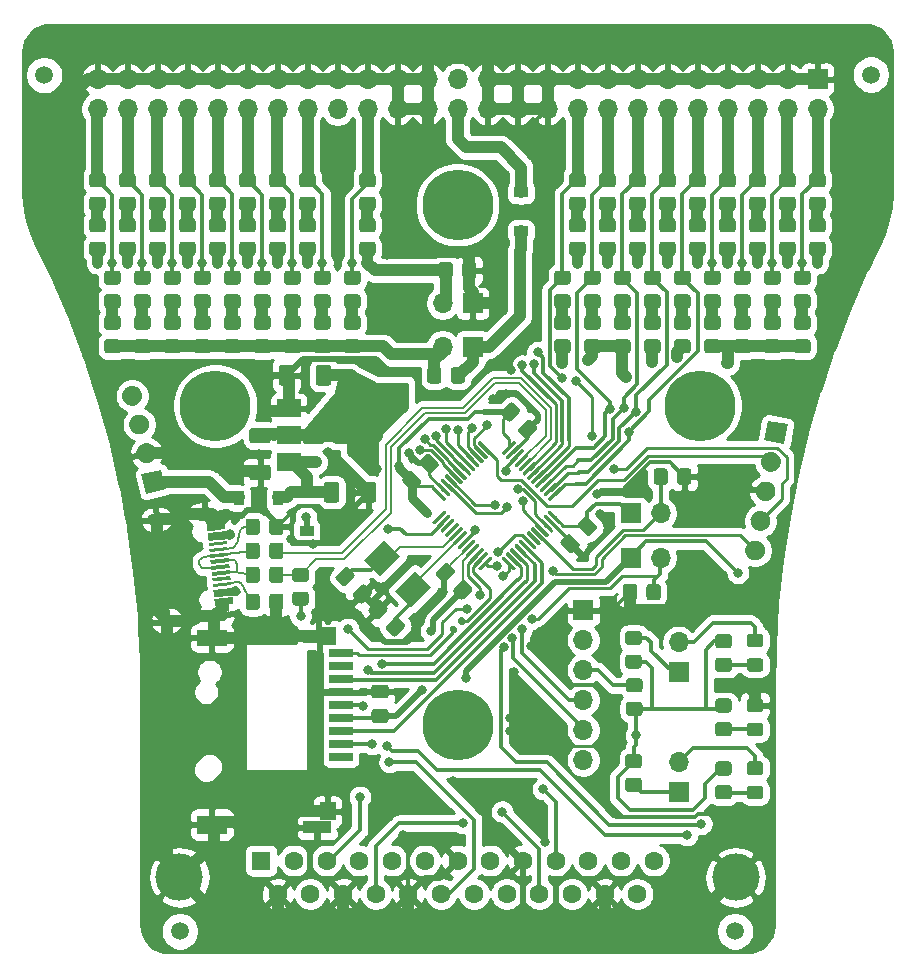
<source format=gtl>
%TF.GenerationSoftware,KiCad,Pcbnew,5.1.12-84ad8e8a86~92~ubuntu20.04.1*%
%TF.CreationDate,2022-08-13T14:28:54-05:00*%
%TF.ProjectId,dietSCSI,64696574-5343-4534-992e-6b696361645f,rev?*%
%TF.SameCoordinates,Original*%
%TF.FileFunction,Copper,L1,Top*%
%TF.FilePolarity,Positive*%
%FSLAX46Y46*%
G04 Gerber Fmt 4.6, Leading zero omitted, Abs format (unit mm)*
G04 Created by KiCad (PCBNEW 5.1.12-84ad8e8a86~92~ubuntu20.04.1) date 2022-08-13 14:28:54*
%MOMM*%
%LPD*%
G01*
G04 APERTURE LIST*
%TA.AperFunction,SMDPad,CuDef*%
%ADD10C,0.150000*%
%TD*%
%TA.AperFunction,SMDPad,CuDef*%
%ADD11R,1.400000X1.600000*%
%TD*%
%TA.AperFunction,SMDPad,CuDef*%
%ADD12R,2.000000X0.700000*%
%TD*%
%TA.AperFunction,SMDPad,CuDef*%
%ADD13R,2.400000X1.100000*%
%TD*%
%TA.AperFunction,SMDPad,CuDef*%
%ADD14R,2.570000X1.630000*%
%TD*%
%TA.AperFunction,SMDPad,CuDef*%
%ADD15R,2.570000X1.360000*%
%TD*%
%TA.AperFunction,ComponentPad*%
%ADD16R,1.700000X1.700000*%
%TD*%
%TA.AperFunction,ComponentPad*%
%ADD17O,1.700000X1.700000*%
%TD*%
%TA.AperFunction,ComponentPad*%
%ADD18C,4.000000*%
%TD*%
%TA.AperFunction,ComponentPad*%
%ADD19C,1.600000*%
%TD*%
%TA.AperFunction,ComponentPad*%
%ADD20R,1.600000X1.600000*%
%TD*%
%TA.AperFunction,ComponentPad*%
%ADD21C,0.150000*%
%TD*%
%TA.AperFunction,ComponentPad*%
%ADD22C,6.000000*%
%TD*%
%TA.AperFunction,SMDPad,CuDef*%
%ADD23R,2.000000X1.500000*%
%TD*%
%TA.AperFunction,SMDPad,CuDef*%
%ADD24R,2.000000X3.800000*%
%TD*%
%TA.AperFunction,SMDPad,CuDef*%
%ADD25C,1.500000*%
%TD*%
%TA.AperFunction,SMDPad,CuDef*%
%ADD26R,1.200000X0.900000*%
%TD*%
%TA.AperFunction,SMDPad,CuDef*%
%ADD27R,0.900000X1.200000*%
%TD*%
%TA.AperFunction,ViaPad*%
%ADD28C,0.800000*%
%TD*%
%TA.AperFunction,Conductor*%
%ADD29C,0.250000*%
%TD*%
%TA.AperFunction,Conductor*%
%ADD30C,0.200000*%
%TD*%
%TA.AperFunction,Conductor*%
%ADD31C,0.350000*%
%TD*%
%TA.AperFunction,Conductor*%
%ADD32C,0.500000*%
%TD*%
%TA.AperFunction,Conductor*%
%ADD33C,1.000000*%
%TD*%
%TA.AperFunction,Conductor*%
%ADD34C,0.750000*%
%TD*%
%TA.AperFunction,Conductor*%
%ADD35C,0.900000*%
%TD*%
%TA.AperFunction,Conductor*%
%ADD36C,0.025400*%
%TD*%
%TA.AperFunction,Conductor*%
%ADD37C,0.150000*%
%TD*%
%TA.AperFunction,Conductor*%
%ADD38C,0.254000*%
%TD*%
G04 APERTURE END LIST*
%TO.P,R88,2*%
%TO.N,/SD_CD*%
%TA.AperFunction,SMDPad,CuDef*%
G36*
G01*
X137816120Y-71551009D02*
X137554491Y-71289380D01*
G75*
G02*
X137554491Y-71098462I95459J95459D01*
G01*
X137745410Y-70907543D01*
G75*
G02*
X137936328Y-70907543I95459J-95459D01*
G01*
X138197957Y-71169172D01*
G75*
G02*
X138197957Y-71360090I-95459J-95459D01*
G01*
X138007038Y-71551009D01*
G75*
G02*
X137816120Y-71551009I-95459J95459D01*
G01*
G37*
%TD.AperFunction*%
%TO.P,R88,1*%
%TO.N,Net-(J13-Pad9)*%
%TA.AperFunction,SMDPad,CuDef*%
G36*
G01*
X137094872Y-72272257D02*
X136833243Y-72010628D01*
G75*
G02*
X136833243Y-71819710I95459J95459D01*
G01*
X137024162Y-71628791D01*
G75*
G02*
X137215080Y-71628791I95459J-95459D01*
G01*
X137476709Y-71890420D01*
G75*
G02*
X137476709Y-72081338I-95459J-95459D01*
G01*
X137285790Y-72272257D01*
G75*
G02*
X137094872Y-72272257I-95459J95459D01*
G01*
G37*
%TD.AperFunction*%
%TD*%
%TO.P,J2,S1*%
%TO.N,GND*%
%TA.AperFunction,ComponentPad*%
G36*
G01*
X115575177Y-61741335D02*
X116669151Y-61626353D01*
G75*
G02*
X117218676Y-62071350I52264J-497261D01*
G01*
X117218676Y-62071350D01*
G75*
G02*
X116773679Y-62620875I-497261J-52264D01*
G01*
X115679705Y-62735857D01*
G75*
G02*
X115130180Y-62290860I-52264J497261D01*
G01*
X115130180Y-62290860D01*
G75*
G02*
X115575177Y-61741335I497261J52264D01*
G01*
G37*
%TD.AperFunction*%
%TA.AperFunction,ComponentPad*%
G36*
G01*
X116478302Y-70334004D02*
X117572276Y-70219022D01*
G75*
G02*
X118121801Y-70664019I52264J-497261D01*
G01*
X118121801Y-70664019D01*
G75*
G02*
X117676804Y-71213544I-497261J-52264D01*
G01*
X116582830Y-71328526D01*
G75*
G02*
X116033305Y-70883529I-52264J497261D01*
G01*
X116033305Y-70883529D01*
G75*
G02*
X116478302Y-70334004I497261J52264D01*
G01*
G37*
%TD.AperFunction*%
%TA.AperFunction,ComponentPad*%
G36*
G01*
X111666705Y-62152132D02*
X112263419Y-62089414D01*
G75*
G02*
X112812944Y-62534411I52264J-497261D01*
G01*
X112812944Y-62534411D01*
G75*
G02*
X112367947Y-63083936I-497261J-52264D01*
G01*
X111771233Y-63146654D01*
G75*
G02*
X111221708Y-62701657I-52264J497261D01*
G01*
X111221708Y-62701657D01*
G75*
G02*
X111666705Y-62152132I497261J52264D01*
G01*
G37*
%TD.AperFunction*%
%TA.AperFunction,ComponentPad*%
G36*
G01*
X112569831Y-70744801D02*
X113166545Y-70682083D01*
G75*
G02*
X113716070Y-71127080I52264J-497261D01*
G01*
X113716070Y-71127080D01*
G75*
G02*
X113271073Y-71676605I-497261J-52264D01*
G01*
X112674359Y-71739323D01*
G75*
G02*
X112124834Y-71294326I-52264J497261D01*
G01*
X112124834Y-71294326D01*
G75*
G02*
X112569831Y-70744801I497261J52264D01*
G01*
G37*
%TD.AperFunction*%
%TA.AperFunction,SMDPad,CuDef*%
D10*
%TO.P,J2,B1*%
G36*
X116919178Y-69362598D02*
G01*
X118460687Y-69200579D01*
X118492046Y-69498936D01*
X116950537Y-69660955D01*
X116919178Y-69362598D01*
G37*
%TD.AperFunction*%
%TA.AperFunction,SMDPad,CuDef*%
%TO.P,J2,B4*%
%TO.N,/VUSB*%
G36*
X116835555Y-68566980D02*
G01*
X118377064Y-68404961D01*
X118408423Y-68703318D01*
X116866914Y-68865337D01*
X116835555Y-68566980D01*
G37*
%TD.AperFunction*%
%TA.AperFunction,SMDPad,CuDef*%
%TO.P,J2,B5*%
%TO.N,Net-(J2-PadB5)*%
G36*
X116783291Y-68069719D02*
G01*
X118324800Y-67907700D01*
X118356159Y-68206057D01*
X116814650Y-68368076D01*
X116783291Y-68069719D01*
G37*
%TD.AperFunction*%
%TA.AperFunction,SMDPad,CuDef*%
%TO.P,J2,A8*%
%TO.N,Net-(J2-PadA8)*%
G36*
X116731026Y-67572458D02*
G01*
X118272535Y-67410439D01*
X118303894Y-67708796D01*
X116762385Y-67870815D01*
X116731026Y-67572458D01*
G37*
%TD.AperFunction*%
%TA.AperFunction,SMDPad,CuDef*%
%TO.P,J2,B6*%
%TO.N,/U+*%
G36*
X116678762Y-67075197D02*
G01*
X118220271Y-66913178D01*
X118251630Y-67211535D01*
X116710121Y-67373554D01*
X116678762Y-67075197D01*
G37*
%TD.AperFunction*%
%TA.AperFunction,SMDPad,CuDef*%
%TO.P,J2,A7*%
%TO.N,/U-*%
G36*
X116626498Y-66577936D02*
G01*
X118168007Y-66415917D01*
X118199366Y-66714274D01*
X116657857Y-66876293D01*
X116626498Y-66577936D01*
G37*
%TD.AperFunction*%
%TA.AperFunction,SMDPad,CuDef*%
%TO.P,J2,A6*%
%TO.N,/U+*%
G36*
X116574234Y-66080675D02*
G01*
X118115743Y-65918656D01*
X118147102Y-66217013D01*
X116605593Y-66379032D01*
X116574234Y-66080675D01*
G37*
%TD.AperFunction*%
%TA.AperFunction,SMDPad,CuDef*%
%TO.P,J2,B7*%
%TO.N,/U-*%
G36*
X116521969Y-65583414D02*
G01*
X118063478Y-65421395D01*
X118094837Y-65719752D01*
X116553328Y-65881771D01*
X116521969Y-65583414D01*
G37*
%TD.AperFunction*%
%TA.AperFunction,SMDPad,CuDef*%
%TO.P,J2,A5*%
%TO.N,Net-(J2-PadA5)*%
G36*
X116469705Y-65086153D02*
G01*
X118011214Y-64924134D01*
X118042573Y-65222491D01*
X116501064Y-65384510D01*
X116469705Y-65086153D01*
G37*
%TD.AperFunction*%
%TA.AperFunction,SMDPad,CuDef*%
%TO.P,J2,B8*%
%TO.N,Net-(J2-PadB8)*%
G36*
X116417441Y-64588893D02*
G01*
X117958950Y-64426874D01*
X117990309Y-64725231D01*
X116448800Y-64887250D01*
X116417441Y-64588893D01*
G37*
%TD.AperFunction*%
%TA.AperFunction,SMDPad,CuDef*%
%TO.P,J2,A4*%
%TO.N,/VUSB*%
G36*
X116333818Y-63793275D02*
G01*
X117875327Y-63631256D01*
X117906686Y-63929613D01*
X116365177Y-64091632D01*
X116333818Y-63793275D01*
G37*
%TD.AperFunction*%
%TA.AperFunction,SMDPad,CuDef*%
%TO.P,J2,A1*%
%TO.N,GND*%
G36*
X116250195Y-62997657D02*
G01*
X117791704Y-62835638D01*
X117823063Y-63133995D01*
X116281554Y-63296014D01*
X116250195Y-62997657D01*
G37*
%TD.AperFunction*%
%TA.AperFunction,SMDPad,CuDef*%
%TO.P,J2,B12*%
G36*
X116281554Y-63296014D02*
G01*
X117823063Y-63133995D01*
X117854422Y-63432352D01*
X116312913Y-63594371D01*
X116281554Y-63296014D01*
G37*
%TD.AperFunction*%
%TA.AperFunction,SMDPad,CuDef*%
%TO.P,J2,B9*%
%TO.N,/VUSB*%
G36*
X116365177Y-64091632D02*
G01*
X117906686Y-63929613D01*
X117938045Y-64227970D01*
X116396536Y-64389989D01*
X116365177Y-64091632D01*
G37*
%TD.AperFunction*%
%TA.AperFunction,SMDPad,CuDef*%
%TO.P,J2,A9*%
G36*
X116866913Y-68865337D02*
G01*
X118408422Y-68703318D01*
X118439781Y-69001675D01*
X116898272Y-69163694D01*
X116866913Y-68865337D01*
G37*
%TD.AperFunction*%
%TA.AperFunction,SMDPad,CuDef*%
%TO.P,J2,A12*%
%TO.N,GND*%
G36*
X116950536Y-69660954D02*
G01*
X118492045Y-69498935D01*
X118523404Y-69797292D01*
X116981895Y-69959311D01*
X116950536Y-69660954D01*
G37*
%TD.AperFunction*%
%TD*%
D11*
%TO.P,J13,11*%
%TO.N,GND*%
X126492000Y-87339000D03*
X126492000Y-72489000D03*
D12*
%TO.P,J13,9*%
%TO.N,Net-(J13-Pad9)*%
X127642000Y-73939000D03*
%TO.P,J13,8*%
%TO.N,Net-(J13-Pad8)*%
X127642000Y-75039000D03*
%TO.P,J13,7*%
%TO.N,/SD_MISO*%
X127642000Y-76139000D03*
%TO.P,J13,6*%
%TO.N,GND*%
X127642000Y-77239000D03*
%TO.P,J13,5*%
%TO.N,/SD_CLK*%
X127642000Y-78339000D03*
%TO.P,J13,4*%
%TO.N,+3V3*%
X127642000Y-79439000D03*
%TO.P,J13,3*%
%TO.N,/SD_MOSI*%
X127642000Y-80539000D03*
%TO.P,J13,2*%
%TO.N,/~SD_CS*%
X127642000Y-81639000D03*
%TO.P,J13,1*%
%TO.N,Net-(J13-Pad1)*%
X127642000Y-82739000D03*
D13*
%TO.P,J13,11*%
%TO.N,GND*%
X125633320Y-72549680D03*
X125633320Y-88699680D03*
D14*
X116707920Y-88452960D03*
D15*
X116707920Y-72659240D03*
%TD*%
D16*
%TO.P,J12,1*%
%TO.N,GND*%
X167980000Y-25336500D03*
D17*
%TO.P,J12,2*%
%TO.N,/SCSI_DB0*%
X167980000Y-27876500D03*
%TO.P,J12,3*%
%TO.N,GND*%
X165440000Y-25336500D03*
%TO.P,J12,4*%
%TO.N,/SCSI_DB1*%
X165440000Y-27876500D03*
%TO.P,J12,5*%
%TO.N,GND*%
X162900000Y-25336500D03*
%TO.P,J12,6*%
%TO.N,/SCSI_DB2*%
X162900000Y-27876500D03*
%TO.P,J12,7*%
%TO.N,GND*%
X160360000Y-25336500D03*
%TO.P,J12,8*%
%TO.N,/SCSI_DB3*%
X160360000Y-27876500D03*
%TO.P,J12,9*%
%TO.N,GND*%
X157820000Y-25336500D03*
%TO.P,J12,10*%
%TO.N,/SCSI_DB4*%
X157820000Y-27876500D03*
%TO.P,J12,11*%
%TO.N,GND*%
X155280000Y-25336500D03*
%TO.P,J12,12*%
%TO.N,/SCSI_DB5*%
X155280000Y-27876500D03*
%TO.P,J12,13*%
%TO.N,GND*%
X152740000Y-25336500D03*
%TO.P,J12,14*%
%TO.N,/SCSI_DB6*%
X152740000Y-27876500D03*
%TO.P,J12,15*%
%TO.N,GND*%
X150200000Y-25336500D03*
%TO.P,J12,16*%
%TO.N,/SCSI_DB7*%
X150200000Y-27876500D03*
%TO.P,J12,17*%
%TO.N,GND*%
X147660000Y-25336500D03*
%TO.P,J12,18*%
%TO.N,/SCSI_DBP*%
X147660000Y-27876500D03*
%TO.P,J12,19*%
%TO.N,GND*%
X145120000Y-25336500D03*
%TO.P,J12,20*%
X145120000Y-27876500D03*
%TO.P,J12,21*%
X142580000Y-25336500D03*
%TO.P,J12,22*%
X142580000Y-27876500D03*
%TO.P,J12,23*%
X140040000Y-25336500D03*
%TO.P,J12,24*%
X140040000Y-27876500D03*
%TO.P,J12,25*%
%TO.N,Net-(J12-Pad25)*%
X137500000Y-25336500D03*
%TO.P,J12,26*%
%TO.N,/SCSI_TERMPWR*%
X137500000Y-27876500D03*
%TO.P,J12,27*%
%TO.N,GND*%
X134960000Y-25336500D03*
%TO.P,J12,28*%
X134960000Y-27876500D03*
%TO.P,J12,29*%
X132420000Y-25336500D03*
%TO.P,J12,30*%
X132420000Y-27876500D03*
%TO.P,J12,31*%
X129880000Y-25336500D03*
%TO.P,J12,32*%
%TO.N,/SCSI_ATN*%
X129880000Y-27876500D03*
%TO.P,J12,33*%
%TO.N,GND*%
X127340000Y-25336500D03*
%TO.P,J12,34*%
%TO.N,Net-(J12-Pad34)*%
X127340000Y-27876500D03*
%TO.P,J12,35*%
%TO.N,GND*%
X124800000Y-25336500D03*
%TO.P,J12,36*%
%TO.N,/SCSI_BSY*%
X124800000Y-27876500D03*
%TO.P,J12,37*%
%TO.N,GND*%
X122260000Y-25336500D03*
%TO.P,J12,38*%
%TO.N,/SCSI_ACK*%
X122260000Y-27876500D03*
%TO.P,J12,39*%
%TO.N,GND*%
X119720000Y-25336500D03*
%TO.P,J12,40*%
%TO.N,/SCSI_RST*%
X119720000Y-27876500D03*
%TO.P,J12,41*%
%TO.N,GND*%
X117180000Y-25336500D03*
%TO.P,J12,42*%
%TO.N,/SCSI_MSG*%
X117180000Y-27876500D03*
%TO.P,J12,43*%
%TO.N,GND*%
X114640000Y-25336500D03*
%TO.P,J12,44*%
%TO.N,/SCSI_SEL*%
X114640000Y-27876500D03*
%TO.P,J12,45*%
%TO.N,GND*%
X112100000Y-25336500D03*
%TO.P,J12,46*%
%TO.N,/SCSI_C_D*%
X112100000Y-27876500D03*
%TO.P,J12,47*%
%TO.N,GND*%
X109560000Y-25336500D03*
%TO.P,J12,48*%
%TO.N,/SCSI_REQ*%
X109560000Y-27876500D03*
%TO.P,J12,49*%
%TO.N,GND*%
X107020000Y-25336500D03*
%TO.P,J12,50*%
%TO.N,/SCSI_I_O*%
X107020000Y-27876500D03*
%TD*%
%TO.P,C1,2*%
%TO.N,GND*%
%TA.AperFunction,SMDPad,CuDef*%
G36*
G01*
X135020073Y-58628178D02*
X134348322Y-57956427D01*
G75*
G02*
X134348322Y-57602873I176777J176777D01*
G01*
X134825619Y-57125576D01*
G75*
G02*
X135179173Y-57125576I176777J-176777D01*
G01*
X135850924Y-57797327D01*
G75*
G02*
X135850924Y-58150881I-176777J-176777D01*
G01*
X135373627Y-58628178D01*
G75*
G02*
X135020073Y-58628178I-176777J176777D01*
G01*
G37*
%TD.AperFunction*%
%TO.P,C1,1*%
%TO.N,+3V3*%
%TA.AperFunction,SMDPad,CuDef*%
G36*
G01*
X133552827Y-60095424D02*
X132881076Y-59423673D01*
G75*
G02*
X132881076Y-59070119I176777J176777D01*
G01*
X133358373Y-58592822D01*
G75*
G02*
X133711927Y-58592822I176777J-176777D01*
G01*
X134383678Y-59264573D01*
G75*
G02*
X134383678Y-59618127I-176777J-176777D01*
G01*
X133906381Y-60095424D01*
G75*
G02*
X133552827Y-60095424I-176777J176777D01*
G01*
G37*
%TD.AperFunction*%
%TD*%
D18*
%TO.P,J11,0*%
%TO.N,GND*%
X161050000Y-92920000D03*
X113950000Y-92920000D03*
D19*
%TO.P,J11,25*%
%TO.N,/SCSI_TERMPWR*%
X152735000Y-94340000D03*
%TO.P,J11,24*%
%TO.N,GND*%
X149965000Y-94340000D03*
%TO.P,J11,23*%
%TO.N,/SCSI_DB4*%
X147195000Y-94340000D03*
%TO.P,J11,22*%
%TO.N,/SCSI_DB2*%
X144425000Y-94340000D03*
%TO.P,J11,21*%
%TO.N,/SCSI_DB1*%
X141655000Y-94340000D03*
%TO.P,J11,20*%
%TO.N,/SCSI_DBP*%
X138885000Y-94340000D03*
%TO.P,J11,19*%
%TO.N,/SCSI_SEL*%
X136115000Y-94340000D03*
%TO.P,J11,18*%
%TO.N,GND*%
X133345000Y-94340000D03*
%TO.P,J11,17*%
%TO.N,/SCSI_ATN*%
X130575000Y-94340000D03*
%TO.P,J11,16*%
%TO.N,GND*%
X127805000Y-94340000D03*
%TO.P,J11,15*%
%TO.N,/SCSI_C_D*%
X125035000Y-94340000D03*
%TO.P,J11,14*%
%TO.N,GND*%
X122265000Y-94340000D03*
%TO.P,J11,13*%
%TO.N,/SCSI_DB7*%
X154120000Y-91500000D03*
%TO.P,J11,12*%
%TO.N,/SCSI_DB6*%
X151350000Y-91500000D03*
%TO.P,J11,11*%
%TO.N,/SCSI_DB5*%
X148580000Y-91500000D03*
%TO.P,J11,10*%
%TO.N,/SCSI_DB3*%
X145810000Y-91500000D03*
%TO.P,J11,9*%
%TO.N,GND*%
X143040000Y-91500000D03*
%TO.P,J11,8*%
%TO.N,/SCSI_DB0*%
X140270000Y-91500000D03*
%TO.P,J11,7*%
%TO.N,GND*%
X137500000Y-91500000D03*
%TO.P,J11,6*%
%TO.N,/SCSI_BSY*%
X134730000Y-91500000D03*
%TO.P,J11,5*%
%TO.N,/SCSI_ACK*%
X131960000Y-91500000D03*
%TO.P,J11,4*%
%TO.N,/SCSI_RST*%
X129190000Y-91500000D03*
%TO.P,J11,3*%
%TO.N,/SCSI_I_O*%
X126420000Y-91500000D03*
%TO.P,J11,2*%
%TO.N,/SCSI_MSG*%
X123650000Y-91500000D03*
D20*
%TO.P,J11,1*%
%TO.N,/SCSI_REQ*%
X120880000Y-91500000D03*
%TD*%
%TO.P,R87,2*%
%TO.N,GND*%
%TA.AperFunction,SMDPad,CuDef*%
G36*
G01*
X121558000Y-70046001D02*
X121558000Y-69145999D01*
G75*
G02*
X121807999Y-68896000I249999J0D01*
G01*
X122508001Y-68896000D01*
G75*
G02*
X122758000Y-69145999I0J-249999D01*
G01*
X122758000Y-70046001D01*
G75*
G02*
X122508001Y-70296000I-249999J0D01*
G01*
X121807999Y-70296000D01*
G75*
G02*
X121558000Y-70046001I0J249999D01*
G01*
G37*
%TD.AperFunction*%
%TO.P,R87,1*%
%TO.N,Net-(J2-PadB5)*%
%TA.AperFunction,SMDPad,CuDef*%
G36*
G01*
X119558000Y-70046001D02*
X119558000Y-69145999D01*
G75*
G02*
X119807999Y-68896000I249999J0D01*
G01*
X120508001Y-68896000D01*
G75*
G02*
X120758000Y-69145999I0J-249999D01*
G01*
X120758000Y-70046001D01*
G75*
G02*
X120508001Y-70296000I-249999J0D01*
G01*
X119807999Y-70296000D01*
G75*
G02*
X119558000Y-70046001I0J249999D01*
G01*
G37*
%TD.AperFunction*%
%TD*%
%TO.P,R86,2*%
%TO.N,GND*%
%TA.AperFunction,SMDPad,CuDef*%
G36*
G01*
X121558000Y-63696001D02*
X121558000Y-62795999D01*
G75*
G02*
X121807999Y-62546000I249999J0D01*
G01*
X122508001Y-62546000D01*
G75*
G02*
X122758000Y-62795999I0J-249999D01*
G01*
X122758000Y-63696001D01*
G75*
G02*
X122508001Y-63946000I-249999J0D01*
G01*
X121807999Y-63946000D01*
G75*
G02*
X121558000Y-63696001I0J249999D01*
G01*
G37*
%TD.AperFunction*%
%TO.P,R86,1*%
%TO.N,Net-(J2-PadA5)*%
%TA.AperFunction,SMDPad,CuDef*%
G36*
G01*
X119558000Y-63696001D02*
X119558000Y-62795999D01*
G75*
G02*
X119807999Y-62546000I249999J0D01*
G01*
X120508001Y-62546000D01*
G75*
G02*
X120758000Y-62795999I0J-249999D01*
G01*
X120758000Y-63696001D01*
G75*
G02*
X120508001Y-63946000I-249999J0D01*
G01*
X119807999Y-63946000D01*
G75*
G02*
X119558000Y-63696001I0J249999D01*
G01*
G37*
%TD.AperFunction*%
%TD*%
%TA.AperFunction,ComponentPad*%
D21*
%TO.P,J4,1*%
%TO.N,Net-(D4-Pad2)*%
G36*
X112379118Y-58405615D02*
G01*
X112790385Y-60055118D01*
X111140882Y-60466385D01*
X110729615Y-58816882D01*
X112379118Y-58405615D01*
G37*
%TD.AperFunction*%
%TO.P,J4,2*%
%TO.N,GND*%
%TA.AperFunction,ComponentPad*%
G36*
G01*
X111979946Y-56804627D02*
X111979946Y-56804627D01*
G75*
G02*
X111360829Y-57835012I-824751J-205634D01*
G01*
X111360829Y-57835012D01*
G75*
G02*
X110330444Y-57215895I-205634J824751D01*
G01*
X110330444Y-57215895D01*
G75*
G02*
X110949561Y-56185510I824751J205634D01*
G01*
X110949561Y-56185510D01*
G75*
G02*
X111979946Y-56804627I205634J-824751D01*
G01*
G37*
%TD.AperFunction*%
%TO.P,J4,3*%
%TO.N,Net-(J4-Pad3)*%
%TA.AperFunction,ComponentPad*%
G36*
G01*
X111375142Y-54378887D02*
X111375142Y-54378887D01*
G75*
G02*
X110756025Y-55409272I-824751J-205634D01*
G01*
X110756025Y-55409272D01*
G75*
G02*
X109725640Y-54790155I-205634J824751D01*
G01*
X109725640Y-54790155D01*
G75*
G02*
X110344757Y-53759770I824751J205634D01*
G01*
X110344757Y-53759770D01*
G75*
G02*
X111375142Y-54378887I205634J-824751D01*
G01*
G37*
%TD.AperFunction*%
%TO.P,J4,4*%
%TO.N,Net-(J4-Pad4)*%
%TA.AperFunction,ComponentPad*%
G36*
G01*
X110770337Y-51953148D02*
X110770337Y-51953148D01*
G75*
G02*
X110151220Y-52983533I-824751J-205634D01*
G01*
X110151220Y-52983533D01*
G75*
G02*
X109120835Y-52364416I-205634J824751D01*
G01*
X109120835Y-52364416D01*
G75*
G02*
X109739952Y-51334031I824751J205634D01*
G01*
X109739952Y-51334031D01*
G75*
G02*
X110770337Y-51953148I205634J-824751D01*
G01*
G37*
%TD.AperFunction*%
%TD*%
%TA.AperFunction,SMDPad,CuDef*%
D10*
%TO.P,X1,2*%
%TO.N,Net-(C10-Pad1)*%
G36*
X132175365Y-68657921D02*
G01*
X133872421Y-66960865D01*
X135286635Y-68375079D01*
X133589579Y-70072135D01*
X132175365Y-68657921D01*
G37*
%TD.AperFunction*%
%TA.AperFunction,SMDPad,CuDef*%
%TO.P,X1,1*%
%TO.N,Net-(C11-Pad1)*%
G36*
X129559069Y-66041625D02*
G01*
X131256125Y-64344569D01*
X132670339Y-65758783D01*
X130973283Y-67455839D01*
X129559069Y-66041625D01*
G37*
%TD.AperFunction*%
%TD*%
D22*
%TO.P,H8,1*%
%TO.N,N/C*%
X137500000Y-80000000D03*
%TD*%
%TO.P,H7,1*%
%TO.N,N/C*%
X117000000Y-53000000D03*
%TD*%
%TO.P,H6,1*%
%TO.N,N/C*%
X158000000Y-53000000D03*
%TD*%
%TO.P,H5,1*%
%TO.N,N/C*%
X137500000Y-36000000D03*
%TD*%
%TO.P,R85,2*%
%TO.N,/SCSI_I_O*%
%TA.AperFunction,SMDPad,CuDef*%
G36*
G01*
X108730201Y-42754600D02*
X107830199Y-42754600D01*
G75*
G02*
X107580200Y-42504601I0J249999D01*
G01*
X107580200Y-41804599D01*
G75*
G02*
X107830199Y-41554600I249999J0D01*
G01*
X108730201Y-41554600D01*
G75*
G02*
X108980200Y-41804599I0J-249999D01*
G01*
X108980200Y-42504601D01*
G75*
G02*
X108730201Y-42754600I-249999J0D01*
G01*
G37*
%TD.AperFunction*%
%TO.P,R85,1*%
%TO.N,Net-(R67-Pad2)*%
%TA.AperFunction,SMDPad,CuDef*%
G36*
G01*
X108730201Y-44754600D02*
X107830199Y-44754600D01*
G75*
G02*
X107580200Y-44504601I0J249999D01*
G01*
X107580200Y-43804599D01*
G75*
G02*
X107830199Y-43554600I249999J0D01*
G01*
X108730201Y-43554600D01*
G75*
G02*
X108980200Y-43804599I0J-249999D01*
G01*
X108980200Y-44504601D01*
G75*
G02*
X108730201Y-44754600I-249999J0D01*
G01*
G37*
%TD.AperFunction*%
%TD*%
%TO.P,R84,2*%
%TO.N,/SCSI_REQ*%
%TA.AperFunction,SMDPad,CuDef*%
G36*
G01*
X111270201Y-42754600D02*
X110370199Y-42754600D01*
G75*
G02*
X110120200Y-42504601I0J249999D01*
G01*
X110120200Y-41804599D01*
G75*
G02*
X110370199Y-41554600I249999J0D01*
G01*
X111270201Y-41554600D01*
G75*
G02*
X111520200Y-41804599I0J-249999D01*
G01*
X111520200Y-42504601D01*
G75*
G02*
X111270201Y-42754600I-249999J0D01*
G01*
G37*
%TD.AperFunction*%
%TO.P,R84,1*%
%TO.N,Net-(R66-Pad2)*%
%TA.AperFunction,SMDPad,CuDef*%
G36*
G01*
X111270201Y-44754600D02*
X110370199Y-44754600D01*
G75*
G02*
X110120200Y-44504601I0J249999D01*
G01*
X110120200Y-43804599D01*
G75*
G02*
X110370199Y-43554600I249999J0D01*
G01*
X111270201Y-43554600D01*
G75*
G02*
X111520200Y-43804599I0J-249999D01*
G01*
X111520200Y-44504601D01*
G75*
G02*
X111270201Y-44754600I-249999J0D01*
G01*
G37*
%TD.AperFunction*%
%TD*%
%TO.P,R83,2*%
%TO.N,/SCSI_C_D*%
%TA.AperFunction,SMDPad,CuDef*%
G36*
G01*
X113810201Y-42754600D02*
X112910199Y-42754600D01*
G75*
G02*
X112660200Y-42504601I0J249999D01*
G01*
X112660200Y-41804599D01*
G75*
G02*
X112910199Y-41554600I249999J0D01*
G01*
X113810201Y-41554600D01*
G75*
G02*
X114060200Y-41804599I0J-249999D01*
G01*
X114060200Y-42504601D01*
G75*
G02*
X113810201Y-42754600I-249999J0D01*
G01*
G37*
%TD.AperFunction*%
%TO.P,R83,1*%
%TO.N,Net-(R65-Pad2)*%
%TA.AperFunction,SMDPad,CuDef*%
G36*
G01*
X113810201Y-44754600D02*
X112910199Y-44754600D01*
G75*
G02*
X112660200Y-44504601I0J249999D01*
G01*
X112660200Y-43804599D01*
G75*
G02*
X112910199Y-43554600I249999J0D01*
G01*
X113810201Y-43554600D01*
G75*
G02*
X114060200Y-43804599I0J-249999D01*
G01*
X114060200Y-44504601D01*
G75*
G02*
X113810201Y-44754600I-249999J0D01*
G01*
G37*
%TD.AperFunction*%
%TD*%
%TO.P,R82,2*%
%TO.N,/SCSI_SEL*%
%TA.AperFunction,SMDPad,CuDef*%
G36*
G01*
X116350201Y-42754600D02*
X115450199Y-42754600D01*
G75*
G02*
X115200200Y-42504601I0J249999D01*
G01*
X115200200Y-41804599D01*
G75*
G02*
X115450199Y-41554600I249999J0D01*
G01*
X116350201Y-41554600D01*
G75*
G02*
X116600200Y-41804599I0J-249999D01*
G01*
X116600200Y-42504601D01*
G75*
G02*
X116350201Y-42754600I-249999J0D01*
G01*
G37*
%TD.AperFunction*%
%TO.P,R82,1*%
%TO.N,Net-(R64-Pad2)*%
%TA.AperFunction,SMDPad,CuDef*%
G36*
G01*
X116350201Y-44754600D02*
X115450199Y-44754600D01*
G75*
G02*
X115200200Y-44504601I0J249999D01*
G01*
X115200200Y-43804599D01*
G75*
G02*
X115450199Y-43554600I249999J0D01*
G01*
X116350201Y-43554600D01*
G75*
G02*
X116600200Y-43804599I0J-249999D01*
G01*
X116600200Y-44504601D01*
G75*
G02*
X116350201Y-44754600I-249999J0D01*
G01*
G37*
%TD.AperFunction*%
%TD*%
%TO.P,R81,2*%
%TO.N,/SCSI_MSG*%
%TA.AperFunction,SMDPad,CuDef*%
G36*
G01*
X118890201Y-42754600D02*
X117990199Y-42754600D01*
G75*
G02*
X117740200Y-42504601I0J249999D01*
G01*
X117740200Y-41804599D01*
G75*
G02*
X117990199Y-41554600I249999J0D01*
G01*
X118890201Y-41554600D01*
G75*
G02*
X119140200Y-41804599I0J-249999D01*
G01*
X119140200Y-42504601D01*
G75*
G02*
X118890201Y-42754600I-249999J0D01*
G01*
G37*
%TD.AperFunction*%
%TO.P,R81,1*%
%TO.N,Net-(R63-Pad2)*%
%TA.AperFunction,SMDPad,CuDef*%
G36*
G01*
X118890201Y-44754600D02*
X117990199Y-44754600D01*
G75*
G02*
X117740200Y-44504601I0J249999D01*
G01*
X117740200Y-43804599D01*
G75*
G02*
X117990199Y-43554600I249999J0D01*
G01*
X118890201Y-43554600D01*
G75*
G02*
X119140200Y-43804599I0J-249999D01*
G01*
X119140200Y-44504601D01*
G75*
G02*
X118890201Y-44754600I-249999J0D01*
G01*
G37*
%TD.AperFunction*%
%TD*%
%TO.P,R80,2*%
%TO.N,/SCSI_RST*%
%TA.AperFunction,SMDPad,CuDef*%
G36*
G01*
X121430201Y-42754600D02*
X120530199Y-42754600D01*
G75*
G02*
X120280200Y-42504601I0J249999D01*
G01*
X120280200Y-41804599D01*
G75*
G02*
X120530199Y-41554600I249999J0D01*
G01*
X121430201Y-41554600D01*
G75*
G02*
X121680200Y-41804599I0J-249999D01*
G01*
X121680200Y-42504601D01*
G75*
G02*
X121430201Y-42754600I-249999J0D01*
G01*
G37*
%TD.AperFunction*%
%TO.P,R80,1*%
%TO.N,Net-(R62-Pad2)*%
%TA.AperFunction,SMDPad,CuDef*%
G36*
G01*
X121430201Y-44754600D02*
X120530199Y-44754600D01*
G75*
G02*
X120280200Y-44504601I0J249999D01*
G01*
X120280200Y-43804599D01*
G75*
G02*
X120530199Y-43554600I249999J0D01*
G01*
X121430201Y-43554600D01*
G75*
G02*
X121680200Y-43804599I0J-249999D01*
G01*
X121680200Y-44504601D01*
G75*
G02*
X121430201Y-44754600I-249999J0D01*
G01*
G37*
%TD.AperFunction*%
%TD*%
%TO.P,R79,2*%
%TO.N,/SCSI_ACK*%
%TA.AperFunction,SMDPad,CuDef*%
G36*
G01*
X123970201Y-42754600D02*
X123070199Y-42754600D01*
G75*
G02*
X122820200Y-42504601I0J249999D01*
G01*
X122820200Y-41804599D01*
G75*
G02*
X123070199Y-41554600I249999J0D01*
G01*
X123970201Y-41554600D01*
G75*
G02*
X124220200Y-41804599I0J-249999D01*
G01*
X124220200Y-42504601D01*
G75*
G02*
X123970201Y-42754600I-249999J0D01*
G01*
G37*
%TD.AperFunction*%
%TO.P,R79,1*%
%TO.N,Net-(R61-Pad2)*%
%TA.AperFunction,SMDPad,CuDef*%
G36*
G01*
X123970201Y-44754600D02*
X123070199Y-44754600D01*
G75*
G02*
X122820200Y-44504601I0J249999D01*
G01*
X122820200Y-43804599D01*
G75*
G02*
X123070199Y-43554600I249999J0D01*
G01*
X123970201Y-43554600D01*
G75*
G02*
X124220200Y-43804599I0J-249999D01*
G01*
X124220200Y-44504601D01*
G75*
G02*
X123970201Y-44754600I-249999J0D01*
G01*
G37*
%TD.AperFunction*%
%TD*%
%TO.P,R78,2*%
%TO.N,/SCSI_BSY*%
%TA.AperFunction,SMDPad,CuDef*%
G36*
G01*
X126510201Y-42754600D02*
X125610199Y-42754600D01*
G75*
G02*
X125360200Y-42504601I0J249999D01*
G01*
X125360200Y-41804599D01*
G75*
G02*
X125610199Y-41554600I249999J0D01*
G01*
X126510201Y-41554600D01*
G75*
G02*
X126760200Y-41804599I0J-249999D01*
G01*
X126760200Y-42504601D01*
G75*
G02*
X126510201Y-42754600I-249999J0D01*
G01*
G37*
%TD.AperFunction*%
%TO.P,R78,1*%
%TO.N,Net-(R60-Pad2)*%
%TA.AperFunction,SMDPad,CuDef*%
G36*
G01*
X126510201Y-44754600D02*
X125610199Y-44754600D01*
G75*
G02*
X125360200Y-44504601I0J249999D01*
G01*
X125360200Y-43804599D01*
G75*
G02*
X125610199Y-43554600I249999J0D01*
G01*
X126510201Y-43554600D01*
G75*
G02*
X126760200Y-43804599I0J-249999D01*
G01*
X126760200Y-44504601D01*
G75*
G02*
X126510201Y-44754600I-249999J0D01*
G01*
G37*
%TD.AperFunction*%
%TD*%
%TO.P,R77,2*%
%TO.N,/SCSI_ATN*%
%TA.AperFunction,SMDPad,CuDef*%
G36*
G01*
X129050201Y-42754600D02*
X128150199Y-42754600D01*
G75*
G02*
X127900200Y-42504601I0J249999D01*
G01*
X127900200Y-41804599D01*
G75*
G02*
X128150199Y-41554600I249999J0D01*
G01*
X129050201Y-41554600D01*
G75*
G02*
X129300200Y-41804599I0J-249999D01*
G01*
X129300200Y-42504601D01*
G75*
G02*
X129050201Y-42754600I-249999J0D01*
G01*
G37*
%TD.AperFunction*%
%TO.P,R77,1*%
%TO.N,Net-(R59-Pad2)*%
%TA.AperFunction,SMDPad,CuDef*%
G36*
G01*
X129050201Y-44754600D02*
X128150199Y-44754600D01*
G75*
G02*
X127900200Y-44504601I0J249999D01*
G01*
X127900200Y-43804599D01*
G75*
G02*
X128150199Y-43554600I249999J0D01*
G01*
X129050201Y-43554600D01*
G75*
G02*
X129300200Y-43804599I0J-249999D01*
G01*
X129300200Y-44504601D01*
G75*
G02*
X129050201Y-44754600I-249999J0D01*
G01*
G37*
%TD.AperFunction*%
%TD*%
%TO.P,R76,2*%
%TO.N,/SCSI_DBP*%
%TA.AperFunction,SMDPad,CuDef*%
G36*
G01*
X146830201Y-42754600D02*
X145930199Y-42754600D01*
G75*
G02*
X145680200Y-42504601I0J249999D01*
G01*
X145680200Y-41804599D01*
G75*
G02*
X145930199Y-41554600I249999J0D01*
G01*
X146830201Y-41554600D01*
G75*
G02*
X147080200Y-41804599I0J-249999D01*
G01*
X147080200Y-42504601D01*
G75*
G02*
X146830201Y-42754600I-249999J0D01*
G01*
G37*
%TD.AperFunction*%
%TO.P,R76,1*%
%TO.N,Net-(R58-Pad2)*%
%TA.AperFunction,SMDPad,CuDef*%
G36*
G01*
X146830201Y-44754600D02*
X145930199Y-44754600D01*
G75*
G02*
X145680200Y-44504601I0J249999D01*
G01*
X145680200Y-43804599D01*
G75*
G02*
X145930199Y-43554600I249999J0D01*
G01*
X146830201Y-43554600D01*
G75*
G02*
X147080200Y-43804599I0J-249999D01*
G01*
X147080200Y-44504601D01*
G75*
G02*
X146830201Y-44754600I-249999J0D01*
G01*
G37*
%TD.AperFunction*%
%TD*%
%TO.P,R75,2*%
%TO.N,/SCSI_DB7*%
%TA.AperFunction,SMDPad,CuDef*%
G36*
G01*
X149370201Y-42754600D02*
X148470199Y-42754600D01*
G75*
G02*
X148220200Y-42504601I0J249999D01*
G01*
X148220200Y-41804599D01*
G75*
G02*
X148470199Y-41554600I249999J0D01*
G01*
X149370201Y-41554600D01*
G75*
G02*
X149620200Y-41804599I0J-249999D01*
G01*
X149620200Y-42504601D01*
G75*
G02*
X149370201Y-42754600I-249999J0D01*
G01*
G37*
%TD.AperFunction*%
%TO.P,R75,1*%
%TO.N,Net-(R57-Pad2)*%
%TA.AperFunction,SMDPad,CuDef*%
G36*
G01*
X149370201Y-44754600D02*
X148470199Y-44754600D01*
G75*
G02*
X148220200Y-44504601I0J249999D01*
G01*
X148220200Y-43804599D01*
G75*
G02*
X148470199Y-43554600I249999J0D01*
G01*
X149370201Y-43554600D01*
G75*
G02*
X149620200Y-43804599I0J-249999D01*
G01*
X149620200Y-44504601D01*
G75*
G02*
X149370201Y-44754600I-249999J0D01*
G01*
G37*
%TD.AperFunction*%
%TD*%
%TO.P,R74,2*%
%TO.N,/SCSI_DB6*%
%TA.AperFunction,SMDPad,CuDef*%
G36*
G01*
X151910201Y-42754600D02*
X151010199Y-42754600D01*
G75*
G02*
X150760200Y-42504601I0J249999D01*
G01*
X150760200Y-41804599D01*
G75*
G02*
X151010199Y-41554600I249999J0D01*
G01*
X151910201Y-41554600D01*
G75*
G02*
X152160200Y-41804599I0J-249999D01*
G01*
X152160200Y-42504601D01*
G75*
G02*
X151910201Y-42754600I-249999J0D01*
G01*
G37*
%TD.AperFunction*%
%TO.P,R74,1*%
%TO.N,Net-(R56-Pad2)*%
%TA.AperFunction,SMDPad,CuDef*%
G36*
G01*
X151910201Y-44754600D02*
X151010199Y-44754600D01*
G75*
G02*
X150760200Y-44504601I0J249999D01*
G01*
X150760200Y-43804599D01*
G75*
G02*
X151010199Y-43554600I249999J0D01*
G01*
X151910201Y-43554600D01*
G75*
G02*
X152160200Y-43804599I0J-249999D01*
G01*
X152160200Y-44504601D01*
G75*
G02*
X151910201Y-44754600I-249999J0D01*
G01*
G37*
%TD.AperFunction*%
%TD*%
%TO.P,R73,2*%
%TO.N,/SCSI_DB5*%
%TA.AperFunction,SMDPad,CuDef*%
G36*
G01*
X154450201Y-42754600D02*
X153550199Y-42754600D01*
G75*
G02*
X153300200Y-42504601I0J249999D01*
G01*
X153300200Y-41804599D01*
G75*
G02*
X153550199Y-41554600I249999J0D01*
G01*
X154450201Y-41554600D01*
G75*
G02*
X154700200Y-41804599I0J-249999D01*
G01*
X154700200Y-42504601D01*
G75*
G02*
X154450201Y-42754600I-249999J0D01*
G01*
G37*
%TD.AperFunction*%
%TO.P,R73,1*%
%TO.N,Net-(R55-Pad2)*%
%TA.AperFunction,SMDPad,CuDef*%
G36*
G01*
X154450201Y-44754600D02*
X153550199Y-44754600D01*
G75*
G02*
X153300200Y-44504601I0J249999D01*
G01*
X153300200Y-43804599D01*
G75*
G02*
X153550199Y-43554600I249999J0D01*
G01*
X154450201Y-43554600D01*
G75*
G02*
X154700200Y-43804599I0J-249999D01*
G01*
X154700200Y-44504601D01*
G75*
G02*
X154450201Y-44754600I-249999J0D01*
G01*
G37*
%TD.AperFunction*%
%TD*%
%TO.P,R72,2*%
%TO.N,/SCSI_DB4*%
%TA.AperFunction,SMDPad,CuDef*%
G36*
G01*
X156990201Y-42754600D02*
X156090199Y-42754600D01*
G75*
G02*
X155840200Y-42504601I0J249999D01*
G01*
X155840200Y-41804599D01*
G75*
G02*
X156090199Y-41554600I249999J0D01*
G01*
X156990201Y-41554600D01*
G75*
G02*
X157240200Y-41804599I0J-249999D01*
G01*
X157240200Y-42504601D01*
G75*
G02*
X156990201Y-42754600I-249999J0D01*
G01*
G37*
%TD.AperFunction*%
%TO.P,R72,1*%
%TO.N,Net-(R54-Pad2)*%
%TA.AperFunction,SMDPad,CuDef*%
G36*
G01*
X156990201Y-44754600D02*
X156090199Y-44754600D01*
G75*
G02*
X155840200Y-44504601I0J249999D01*
G01*
X155840200Y-43804599D01*
G75*
G02*
X156090199Y-43554600I249999J0D01*
G01*
X156990201Y-43554600D01*
G75*
G02*
X157240200Y-43804599I0J-249999D01*
G01*
X157240200Y-44504601D01*
G75*
G02*
X156990201Y-44754600I-249999J0D01*
G01*
G37*
%TD.AperFunction*%
%TD*%
%TO.P,R71,2*%
%TO.N,/SCSI_DB3*%
%TA.AperFunction,SMDPad,CuDef*%
G36*
G01*
X159530201Y-42754600D02*
X158630199Y-42754600D01*
G75*
G02*
X158380200Y-42504601I0J249999D01*
G01*
X158380200Y-41804599D01*
G75*
G02*
X158630199Y-41554600I249999J0D01*
G01*
X159530201Y-41554600D01*
G75*
G02*
X159780200Y-41804599I0J-249999D01*
G01*
X159780200Y-42504601D01*
G75*
G02*
X159530201Y-42754600I-249999J0D01*
G01*
G37*
%TD.AperFunction*%
%TO.P,R71,1*%
%TO.N,Net-(R53-Pad2)*%
%TA.AperFunction,SMDPad,CuDef*%
G36*
G01*
X159530201Y-44754600D02*
X158630199Y-44754600D01*
G75*
G02*
X158380200Y-44504601I0J249999D01*
G01*
X158380200Y-43804599D01*
G75*
G02*
X158630199Y-43554600I249999J0D01*
G01*
X159530201Y-43554600D01*
G75*
G02*
X159780200Y-43804599I0J-249999D01*
G01*
X159780200Y-44504601D01*
G75*
G02*
X159530201Y-44754600I-249999J0D01*
G01*
G37*
%TD.AperFunction*%
%TD*%
%TO.P,R70,2*%
%TO.N,/SCSI_DB2*%
%TA.AperFunction,SMDPad,CuDef*%
G36*
G01*
X162070201Y-42754600D02*
X161170199Y-42754600D01*
G75*
G02*
X160920200Y-42504601I0J249999D01*
G01*
X160920200Y-41804599D01*
G75*
G02*
X161170199Y-41554600I249999J0D01*
G01*
X162070201Y-41554600D01*
G75*
G02*
X162320200Y-41804599I0J-249999D01*
G01*
X162320200Y-42504601D01*
G75*
G02*
X162070201Y-42754600I-249999J0D01*
G01*
G37*
%TD.AperFunction*%
%TO.P,R70,1*%
%TO.N,Net-(R52-Pad2)*%
%TA.AperFunction,SMDPad,CuDef*%
G36*
G01*
X162070201Y-44754600D02*
X161170199Y-44754600D01*
G75*
G02*
X160920200Y-44504601I0J249999D01*
G01*
X160920200Y-43804599D01*
G75*
G02*
X161170199Y-43554600I249999J0D01*
G01*
X162070201Y-43554600D01*
G75*
G02*
X162320200Y-43804599I0J-249999D01*
G01*
X162320200Y-44504601D01*
G75*
G02*
X162070201Y-44754600I-249999J0D01*
G01*
G37*
%TD.AperFunction*%
%TD*%
%TO.P,R69,2*%
%TO.N,/SCSI_DB1*%
%TA.AperFunction,SMDPad,CuDef*%
G36*
G01*
X164610201Y-42754600D02*
X163710199Y-42754600D01*
G75*
G02*
X163460200Y-42504601I0J249999D01*
G01*
X163460200Y-41804599D01*
G75*
G02*
X163710199Y-41554600I249999J0D01*
G01*
X164610201Y-41554600D01*
G75*
G02*
X164860200Y-41804599I0J-249999D01*
G01*
X164860200Y-42504601D01*
G75*
G02*
X164610201Y-42754600I-249999J0D01*
G01*
G37*
%TD.AperFunction*%
%TO.P,R69,1*%
%TO.N,Net-(R51-Pad2)*%
%TA.AperFunction,SMDPad,CuDef*%
G36*
G01*
X164610201Y-44754600D02*
X163710199Y-44754600D01*
G75*
G02*
X163460200Y-44504601I0J249999D01*
G01*
X163460200Y-43804599D01*
G75*
G02*
X163710199Y-43554600I249999J0D01*
G01*
X164610201Y-43554600D01*
G75*
G02*
X164860200Y-43804599I0J-249999D01*
G01*
X164860200Y-44504601D01*
G75*
G02*
X164610201Y-44754600I-249999J0D01*
G01*
G37*
%TD.AperFunction*%
%TD*%
%TO.P,R68,2*%
%TO.N,/SCSI_DB0*%
%TA.AperFunction,SMDPad,CuDef*%
G36*
G01*
X167150201Y-42754600D02*
X166250199Y-42754600D01*
G75*
G02*
X166000200Y-42504601I0J249999D01*
G01*
X166000200Y-41804599D01*
G75*
G02*
X166250199Y-41554600I249999J0D01*
G01*
X167150201Y-41554600D01*
G75*
G02*
X167400200Y-41804599I0J-249999D01*
G01*
X167400200Y-42504601D01*
G75*
G02*
X167150201Y-42754600I-249999J0D01*
G01*
G37*
%TD.AperFunction*%
%TO.P,R68,1*%
%TO.N,Net-(R50-Pad2)*%
%TA.AperFunction,SMDPad,CuDef*%
G36*
G01*
X167150201Y-44754600D02*
X166250199Y-44754600D01*
G75*
G02*
X166000200Y-44504601I0J249999D01*
G01*
X166000200Y-43804599D01*
G75*
G02*
X166250199Y-43554600I249999J0D01*
G01*
X167150201Y-43554600D01*
G75*
G02*
X167400200Y-43804599I0J-249999D01*
G01*
X167400200Y-44504601D01*
G75*
G02*
X167150201Y-44754600I-249999J0D01*
G01*
G37*
%TD.AperFunction*%
%TD*%
%TO.P,R47,2*%
%TO.N,/SCSI_I_O*%
%TA.AperFunction,SMDPad,CuDef*%
G36*
G01*
X107460201Y-34499600D02*
X106560199Y-34499600D01*
G75*
G02*
X106310200Y-34249601I0J249999D01*
G01*
X106310200Y-33549599D01*
G75*
G02*
X106560199Y-33299600I249999J0D01*
G01*
X107460201Y-33299600D01*
G75*
G02*
X107710200Y-33549599I0J-249999D01*
G01*
X107710200Y-34249601D01*
G75*
G02*
X107460201Y-34499600I-249999J0D01*
G01*
G37*
%TD.AperFunction*%
%TO.P,R47,1*%
%TO.N,Net-(R28-Pad2)*%
%TA.AperFunction,SMDPad,CuDef*%
G36*
G01*
X107460201Y-36499600D02*
X106560199Y-36499600D01*
G75*
G02*
X106310200Y-36249601I0J249999D01*
G01*
X106310200Y-35549599D01*
G75*
G02*
X106560199Y-35299600I249999J0D01*
G01*
X107460201Y-35299600D01*
G75*
G02*
X107710200Y-35549599I0J-249999D01*
G01*
X107710200Y-36249601D01*
G75*
G02*
X107460201Y-36499600I-249999J0D01*
G01*
G37*
%TD.AperFunction*%
%TD*%
%TO.P,R46,2*%
%TO.N,/SCSI_REQ*%
%TA.AperFunction,SMDPad,CuDef*%
G36*
G01*
X110000201Y-34499600D02*
X109100199Y-34499600D01*
G75*
G02*
X108850200Y-34249601I0J249999D01*
G01*
X108850200Y-33549599D01*
G75*
G02*
X109100199Y-33299600I249999J0D01*
G01*
X110000201Y-33299600D01*
G75*
G02*
X110250200Y-33549599I0J-249999D01*
G01*
X110250200Y-34249601D01*
G75*
G02*
X110000201Y-34499600I-249999J0D01*
G01*
G37*
%TD.AperFunction*%
%TO.P,R46,1*%
%TO.N,Net-(R27-Pad2)*%
%TA.AperFunction,SMDPad,CuDef*%
G36*
G01*
X110000201Y-36499600D02*
X109100199Y-36499600D01*
G75*
G02*
X108850200Y-36249601I0J249999D01*
G01*
X108850200Y-35549599D01*
G75*
G02*
X109100199Y-35299600I249999J0D01*
G01*
X110000201Y-35299600D01*
G75*
G02*
X110250200Y-35549599I0J-249999D01*
G01*
X110250200Y-36249601D01*
G75*
G02*
X110000201Y-36499600I-249999J0D01*
G01*
G37*
%TD.AperFunction*%
%TD*%
%TO.P,R45,2*%
%TO.N,/SCSI_C_D*%
%TA.AperFunction,SMDPad,CuDef*%
G36*
G01*
X112540201Y-34499600D02*
X111640199Y-34499600D01*
G75*
G02*
X111390200Y-34249601I0J249999D01*
G01*
X111390200Y-33549599D01*
G75*
G02*
X111640199Y-33299600I249999J0D01*
G01*
X112540201Y-33299600D01*
G75*
G02*
X112790200Y-33549599I0J-249999D01*
G01*
X112790200Y-34249601D01*
G75*
G02*
X112540201Y-34499600I-249999J0D01*
G01*
G37*
%TD.AperFunction*%
%TO.P,R45,1*%
%TO.N,Net-(R26-Pad2)*%
%TA.AperFunction,SMDPad,CuDef*%
G36*
G01*
X112540201Y-36499600D02*
X111640199Y-36499600D01*
G75*
G02*
X111390200Y-36249601I0J249999D01*
G01*
X111390200Y-35549599D01*
G75*
G02*
X111640199Y-35299600I249999J0D01*
G01*
X112540201Y-35299600D01*
G75*
G02*
X112790200Y-35549599I0J-249999D01*
G01*
X112790200Y-36249601D01*
G75*
G02*
X112540201Y-36499600I-249999J0D01*
G01*
G37*
%TD.AperFunction*%
%TD*%
%TO.P,R44,2*%
%TO.N,/SCSI_SEL*%
%TA.AperFunction,SMDPad,CuDef*%
G36*
G01*
X115080201Y-34499600D02*
X114180199Y-34499600D01*
G75*
G02*
X113930200Y-34249601I0J249999D01*
G01*
X113930200Y-33549599D01*
G75*
G02*
X114180199Y-33299600I249999J0D01*
G01*
X115080201Y-33299600D01*
G75*
G02*
X115330200Y-33549599I0J-249999D01*
G01*
X115330200Y-34249601D01*
G75*
G02*
X115080201Y-34499600I-249999J0D01*
G01*
G37*
%TD.AperFunction*%
%TO.P,R44,1*%
%TO.N,Net-(R25-Pad2)*%
%TA.AperFunction,SMDPad,CuDef*%
G36*
G01*
X115080201Y-36499600D02*
X114180199Y-36499600D01*
G75*
G02*
X113930200Y-36249601I0J249999D01*
G01*
X113930200Y-35549599D01*
G75*
G02*
X114180199Y-35299600I249999J0D01*
G01*
X115080201Y-35299600D01*
G75*
G02*
X115330200Y-35549599I0J-249999D01*
G01*
X115330200Y-36249601D01*
G75*
G02*
X115080201Y-36499600I-249999J0D01*
G01*
G37*
%TD.AperFunction*%
%TD*%
%TO.P,R43,2*%
%TO.N,/SCSI_MSG*%
%TA.AperFunction,SMDPad,CuDef*%
G36*
G01*
X117620201Y-34499600D02*
X116720199Y-34499600D01*
G75*
G02*
X116470200Y-34249601I0J249999D01*
G01*
X116470200Y-33549599D01*
G75*
G02*
X116720199Y-33299600I249999J0D01*
G01*
X117620201Y-33299600D01*
G75*
G02*
X117870200Y-33549599I0J-249999D01*
G01*
X117870200Y-34249601D01*
G75*
G02*
X117620201Y-34499600I-249999J0D01*
G01*
G37*
%TD.AperFunction*%
%TO.P,R43,1*%
%TO.N,Net-(R24-Pad2)*%
%TA.AperFunction,SMDPad,CuDef*%
G36*
G01*
X117620201Y-36499600D02*
X116720199Y-36499600D01*
G75*
G02*
X116470200Y-36249601I0J249999D01*
G01*
X116470200Y-35549599D01*
G75*
G02*
X116720199Y-35299600I249999J0D01*
G01*
X117620201Y-35299600D01*
G75*
G02*
X117870200Y-35549599I0J-249999D01*
G01*
X117870200Y-36249601D01*
G75*
G02*
X117620201Y-36499600I-249999J0D01*
G01*
G37*
%TD.AperFunction*%
%TD*%
%TO.P,R42,2*%
%TO.N,/SCSI_RST*%
%TA.AperFunction,SMDPad,CuDef*%
G36*
G01*
X120160201Y-34499600D02*
X119260199Y-34499600D01*
G75*
G02*
X119010200Y-34249601I0J249999D01*
G01*
X119010200Y-33549599D01*
G75*
G02*
X119260199Y-33299600I249999J0D01*
G01*
X120160201Y-33299600D01*
G75*
G02*
X120410200Y-33549599I0J-249999D01*
G01*
X120410200Y-34249601D01*
G75*
G02*
X120160201Y-34499600I-249999J0D01*
G01*
G37*
%TD.AperFunction*%
%TO.P,R42,1*%
%TO.N,Net-(R23-Pad2)*%
%TA.AperFunction,SMDPad,CuDef*%
G36*
G01*
X120160201Y-36499600D02*
X119260199Y-36499600D01*
G75*
G02*
X119010200Y-36249601I0J249999D01*
G01*
X119010200Y-35549599D01*
G75*
G02*
X119260199Y-35299600I249999J0D01*
G01*
X120160201Y-35299600D01*
G75*
G02*
X120410200Y-35549599I0J-249999D01*
G01*
X120410200Y-36249601D01*
G75*
G02*
X120160201Y-36499600I-249999J0D01*
G01*
G37*
%TD.AperFunction*%
%TD*%
%TO.P,R41,2*%
%TO.N,/SCSI_ACK*%
%TA.AperFunction,SMDPad,CuDef*%
G36*
G01*
X122700201Y-34499600D02*
X121800199Y-34499600D01*
G75*
G02*
X121550200Y-34249601I0J249999D01*
G01*
X121550200Y-33549599D01*
G75*
G02*
X121800199Y-33299600I249999J0D01*
G01*
X122700201Y-33299600D01*
G75*
G02*
X122950200Y-33549599I0J-249999D01*
G01*
X122950200Y-34249601D01*
G75*
G02*
X122700201Y-34499600I-249999J0D01*
G01*
G37*
%TD.AperFunction*%
%TO.P,R41,1*%
%TO.N,Net-(R22-Pad2)*%
%TA.AperFunction,SMDPad,CuDef*%
G36*
G01*
X122700201Y-36499600D02*
X121800199Y-36499600D01*
G75*
G02*
X121550200Y-36249601I0J249999D01*
G01*
X121550200Y-35549599D01*
G75*
G02*
X121800199Y-35299600I249999J0D01*
G01*
X122700201Y-35299600D01*
G75*
G02*
X122950200Y-35549599I0J-249999D01*
G01*
X122950200Y-36249601D01*
G75*
G02*
X122700201Y-36499600I-249999J0D01*
G01*
G37*
%TD.AperFunction*%
%TD*%
%TO.P,R40,2*%
%TO.N,/SCSI_BSY*%
%TA.AperFunction,SMDPad,CuDef*%
G36*
G01*
X125240201Y-34499600D02*
X124340199Y-34499600D01*
G75*
G02*
X124090200Y-34249601I0J249999D01*
G01*
X124090200Y-33549599D01*
G75*
G02*
X124340199Y-33299600I249999J0D01*
G01*
X125240201Y-33299600D01*
G75*
G02*
X125490200Y-33549599I0J-249999D01*
G01*
X125490200Y-34249601D01*
G75*
G02*
X125240201Y-34499600I-249999J0D01*
G01*
G37*
%TD.AperFunction*%
%TO.P,R40,1*%
%TO.N,Net-(R21-Pad2)*%
%TA.AperFunction,SMDPad,CuDef*%
G36*
G01*
X125240201Y-36499600D02*
X124340199Y-36499600D01*
G75*
G02*
X124090200Y-36249601I0J249999D01*
G01*
X124090200Y-35549599D01*
G75*
G02*
X124340199Y-35299600I249999J0D01*
G01*
X125240201Y-35299600D01*
G75*
G02*
X125490200Y-35549599I0J-249999D01*
G01*
X125490200Y-36249601D01*
G75*
G02*
X125240201Y-36499600I-249999J0D01*
G01*
G37*
%TD.AperFunction*%
%TD*%
%TO.P,R39,2*%
%TO.N,/SCSI_ATN*%
%TA.AperFunction,SMDPad,CuDef*%
G36*
G01*
X130320201Y-34499600D02*
X129420199Y-34499600D01*
G75*
G02*
X129170200Y-34249601I0J249999D01*
G01*
X129170200Y-33549599D01*
G75*
G02*
X129420199Y-33299600I249999J0D01*
G01*
X130320201Y-33299600D01*
G75*
G02*
X130570200Y-33549599I0J-249999D01*
G01*
X130570200Y-34249601D01*
G75*
G02*
X130320201Y-34499600I-249999J0D01*
G01*
G37*
%TD.AperFunction*%
%TO.P,R39,1*%
%TO.N,Net-(R20-Pad2)*%
%TA.AperFunction,SMDPad,CuDef*%
G36*
G01*
X130320201Y-36499600D02*
X129420199Y-36499600D01*
G75*
G02*
X129170200Y-36249601I0J249999D01*
G01*
X129170200Y-35549599D01*
G75*
G02*
X129420199Y-35299600I249999J0D01*
G01*
X130320201Y-35299600D01*
G75*
G02*
X130570200Y-35549599I0J-249999D01*
G01*
X130570200Y-36249601D01*
G75*
G02*
X130320201Y-36499600I-249999J0D01*
G01*
G37*
%TD.AperFunction*%
%TD*%
%TO.P,R38,2*%
%TO.N,/SCSI_DBP*%
%TA.AperFunction,SMDPad,CuDef*%
G36*
G01*
X148100201Y-34499600D02*
X147200199Y-34499600D01*
G75*
G02*
X146950200Y-34249601I0J249999D01*
G01*
X146950200Y-33549599D01*
G75*
G02*
X147200199Y-33299600I249999J0D01*
G01*
X148100201Y-33299600D01*
G75*
G02*
X148350200Y-33549599I0J-249999D01*
G01*
X148350200Y-34249601D01*
G75*
G02*
X148100201Y-34499600I-249999J0D01*
G01*
G37*
%TD.AperFunction*%
%TO.P,R38,1*%
%TO.N,Net-(R19-Pad2)*%
%TA.AperFunction,SMDPad,CuDef*%
G36*
G01*
X148100201Y-36499600D02*
X147200199Y-36499600D01*
G75*
G02*
X146950200Y-36249601I0J249999D01*
G01*
X146950200Y-35549599D01*
G75*
G02*
X147200199Y-35299600I249999J0D01*
G01*
X148100201Y-35299600D01*
G75*
G02*
X148350200Y-35549599I0J-249999D01*
G01*
X148350200Y-36249601D01*
G75*
G02*
X148100201Y-36499600I-249999J0D01*
G01*
G37*
%TD.AperFunction*%
%TD*%
%TO.P,R37,2*%
%TO.N,/SCSI_DB7*%
%TA.AperFunction,SMDPad,CuDef*%
G36*
G01*
X150640201Y-34499600D02*
X149740199Y-34499600D01*
G75*
G02*
X149490200Y-34249601I0J249999D01*
G01*
X149490200Y-33549599D01*
G75*
G02*
X149740199Y-33299600I249999J0D01*
G01*
X150640201Y-33299600D01*
G75*
G02*
X150890200Y-33549599I0J-249999D01*
G01*
X150890200Y-34249601D01*
G75*
G02*
X150640201Y-34499600I-249999J0D01*
G01*
G37*
%TD.AperFunction*%
%TO.P,R37,1*%
%TO.N,Net-(R18-Pad2)*%
%TA.AperFunction,SMDPad,CuDef*%
G36*
G01*
X150640201Y-36499600D02*
X149740199Y-36499600D01*
G75*
G02*
X149490200Y-36249601I0J249999D01*
G01*
X149490200Y-35549599D01*
G75*
G02*
X149740199Y-35299600I249999J0D01*
G01*
X150640201Y-35299600D01*
G75*
G02*
X150890200Y-35549599I0J-249999D01*
G01*
X150890200Y-36249601D01*
G75*
G02*
X150640201Y-36499600I-249999J0D01*
G01*
G37*
%TD.AperFunction*%
%TD*%
%TO.P,R36,2*%
%TO.N,/SCSI_DB6*%
%TA.AperFunction,SMDPad,CuDef*%
G36*
G01*
X153180201Y-34499600D02*
X152280199Y-34499600D01*
G75*
G02*
X152030200Y-34249601I0J249999D01*
G01*
X152030200Y-33549599D01*
G75*
G02*
X152280199Y-33299600I249999J0D01*
G01*
X153180201Y-33299600D01*
G75*
G02*
X153430200Y-33549599I0J-249999D01*
G01*
X153430200Y-34249601D01*
G75*
G02*
X153180201Y-34499600I-249999J0D01*
G01*
G37*
%TD.AperFunction*%
%TO.P,R36,1*%
%TO.N,Net-(R17-Pad2)*%
%TA.AperFunction,SMDPad,CuDef*%
G36*
G01*
X153180201Y-36499600D02*
X152280199Y-36499600D01*
G75*
G02*
X152030200Y-36249601I0J249999D01*
G01*
X152030200Y-35549599D01*
G75*
G02*
X152280199Y-35299600I249999J0D01*
G01*
X153180201Y-35299600D01*
G75*
G02*
X153430200Y-35549599I0J-249999D01*
G01*
X153430200Y-36249601D01*
G75*
G02*
X153180201Y-36499600I-249999J0D01*
G01*
G37*
%TD.AperFunction*%
%TD*%
%TO.P,R35,2*%
%TO.N,/SCSI_DB5*%
%TA.AperFunction,SMDPad,CuDef*%
G36*
G01*
X155720201Y-34499600D02*
X154820199Y-34499600D01*
G75*
G02*
X154570200Y-34249601I0J249999D01*
G01*
X154570200Y-33549599D01*
G75*
G02*
X154820199Y-33299600I249999J0D01*
G01*
X155720201Y-33299600D01*
G75*
G02*
X155970200Y-33549599I0J-249999D01*
G01*
X155970200Y-34249601D01*
G75*
G02*
X155720201Y-34499600I-249999J0D01*
G01*
G37*
%TD.AperFunction*%
%TO.P,R35,1*%
%TO.N,Net-(R16-Pad2)*%
%TA.AperFunction,SMDPad,CuDef*%
G36*
G01*
X155720201Y-36499600D02*
X154820199Y-36499600D01*
G75*
G02*
X154570200Y-36249601I0J249999D01*
G01*
X154570200Y-35549599D01*
G75*
G02*
X154820199Y-35299600I249999J0D01*
G01*
X155720201Y-35299600D01*
G75*
G02*
X155970200Y-35549599I0J-249999D01*
G01*
X155970200Y-36249601D01*
G75*
G02*
X155720201Y-36499600I-249999J0D01*
G01*
G37*
%TD.AperFunction*%
%TD*%
%TO.P,R34,2*%
%TO.N,/SCSI_DB4*%
%TA.AperFunction,SMDPad,CuDef*%
G36*
G01*
X158260201Y-34499600D02*
X157360199Y-34499600D01*
G75*
G02*
X157110200Y-34249601I0J249999D01*
G01*
X157110200Y-33549599D01*
G75*
G02*
X157360199Y-33299600I249999J0D01*
G01*
X158260201Y-33299600D01*
G75*
G02*
X158510200Y-33549599I0J-249999D01*
G01*
X158510200Y-34249601D01*
G75*
G02*
X158260201Y-34499600I-249999J0D01*
G01*
G37*
%TD.AperFunction*%
%TO.P,R34,1*%
%TO.N,Net-(R15-Pad2)*%
%TA.AperFunction,SMDPad,CuDef*%
G36*
G01*
X158260201Y-36499600D02*
X157360199Y-36499600D01*
G75*
G02*
X157110200Y-36249601I0J249999D01*
G01*
X157110200Y-35549599D01*
G75*
G02*
X157360199Y-35299600I249999J0D01*
G01*
X158260201Y-35299600D01*
G75*
G02*
X158510200Y-35549599I0J-249999D01*
G01*
X158510200Y-36249601D01*
G75*
G02*
X158260201Y-36499600I-249999J0D01*
G01*
G37*
%TD.AperFunction*%
%TD*%
%TO.P,R33,2*%
%TO.N,/SCSI_DB3*%
%TA.AperFunction,SMDPad,CuDef*%
G36*
G01*
X160800201Y-34499600D02*
X159900199Y-34499600D01*
G75*
G02*
X159650200Y-34249601I0J249999D01*
G01*
X159650200Y-33549599D01*
G75*
G02*
X159900199Y-33299600I249999J0D01*
G01*
X160800201Y-33299600D01*
G75*
G02*
X161050200Y-33549599I0J-249999D01*
G01*
X161050200Y-34249601D01*
G75*
G02*
X160800201Y-34499600I-249999J0D01*
G01*
G37*
%TD.AperFunction*%
%TO.P,R33,1*%
%TO.N,Net-(R14-Pad2)*%
%TA.AperFunction,SMDPad,CuDef*%
G36*
G01*
X160800201Y-36499600D02*
X159900199Y-36499600D01*
G75*
G02*
X159650200Y-36249601I0J249999D01*
G01*
X159650200Y-35549599D01*
G75*
G02*
X159900199Y-35299600I249999J0D01*
G01*
X160800201Y-35299600D01*
G75*
G02*
X161050200Y-35549599I0J-249999D01*
G01*
X161050200Y-36249601D01*
G75*
G02*
X160800201Y-36499600I-249999J0D01*
G01*
G37*
%TD.AperFunction*%
%TD*%
%TO.P,R32,2*%
%TO.N,/SCSI_DB2*%
%TA.AperFunction,SMDPad,CuDef*%
G36*
G01*
X163340201Y-34499600D02*
X162440199Y-34499600D01*
G75*
G02*
X162190200Y-34249601I0J249999D01*
G01*
X162190200Y-33549599D01*
G75*
G02*
X162440199Y-33299600I249999J0D01*
G01*
X163340201Y-33299600D01*
G75*
G02*
X163590200Y-33549599I0J-249999D01*
G01*
X163590200Y-34249601D01*
G75*
G02*
X163340201Y-34499600I-249999J0D01*
G01*
G37*
%TD.AperFunction*%
%TO.P,R32,1*%
%TO.N,Net-(R13-Pad2)*%
%TA.AperFunction,SMDPad,CuDef*%
G36*
G01*
X163340201Y-36499600D02*
X162440199Y-36499600D01*
G75*
G02*
X162190200Y-36249601I0J249999D01*
G01*
X162190200Y-35549599D01*
G75*
G02*
X162440199Y-35299600I249999J0D01*
G01*
X163340201Y-35299600D01*
G75*
G02*
X163590200Y-35549599I0J-249999D01*
G01*
X163590200Y-36249601D01*
G75*
G02*
X163340201Y-36499600I-249999J0D01*
G01*
G37*
%TD.AperFunction*%
%TD*%
%TO.P,R31,2*%
%TO.N,/SCSI_DB1*%
%TA.AperFunction,SMDPad,CuDef*%
G36*
G01*
X165880201Y-34499600D02*
X164980199Y-34499600D01*
G75*
G02*
X164730200Y-34249601I0J249999D01*
G01*
X164730200Y-33549599D01*
G75*
G02*
X164980199Y-33299600I249999J0D01*
G01*
X165880201Y-33299600D01*
G75*
G02*
X166130200Y-33549599I0J-249999D01*
G01*
X166130200Y-34249601D01*
G75*
G02*
X165880201Y-34499600I-249999J0D01*
G01*
G37*
%TD.AperFunction*%
%TO.P,R31,1*%
%TO.N,Net-(R12-Pad2)*%
%TA.AperFunction,SMDPad,CuDef*%
G36*
G01*
X165880201Y-36499600D02*
X164980199Y-36499600D01*
G75*
G02*
X164730200Y-36249601I0J249999D01*
G01*
X164730200Y-35549599D01*
G75*
G02*
X164980199Y-35299600I249999J0D01*
G01*
X165880201Y-35299600D01*
G75*
G02*
X166130200Y-35549599I0J-249999D01*
G01*
X166130200Y-36249601D01*
G75*
G02*
X165880201Y-36499600I-249999J0D01*
G01*
G37*
%TD.AperFunction*%
%TD*%
%TO.P,R30,2*%
%TO.N,/SCSI_DB0*%
%TA.AperFunction,SMDPad,CuDef*%
G36*
G01*
X168420201Y-34499600D02*
X167520199Y-34499600D01*
G75*
G02*
X167270200Y-34249601I0J249999D01*
G01*
X167270200Y-33549599D01*
G75*
G02*
X167520199Y-33299600I249999J0D01*
G01*
X168420201Y-33299600D01*
G75*
G02*
X168670200Y-33549599I0J-249999D01*
G01*
X168670200Y-34249601D01*
G75*
G02*
X168420201Y-34499600I-249999J0D01*
G01*
G37*
%TD.AperFunction*%
%TO.P,R30,1*%
%TO.N,Net-(R11-Pad2)*%
%TA.AperFunction,SMDPad,CuDef*%
G36*
G01*
X168420201Y-36499600D02*
X167520199Y-36499600D01*
G75*
G02*
X167270200Y-36249601I0J249999D01*
G01*
X167270200Y-35549599D01*
G75*
G02*
X167520199Y-35299600I249999J0D01*
G01*
X168420201Y-35299600D01*
G75*
G02*
X168670200Y-35549599I0J-249999D01*
G01*
X168670200Y-36249601D01*
G75*
G02*
X168420201Y-36499600I-249999J0D01*
G01*
G37*
%TD.AperFunction*%
%TD*%
%TO.P,C7,2*%
%TO.N,GND*%
%TA.AperFunction,SMDPad,CuDef*%
G36*
G01*
X123687000Y-49768997D02*
X123687000Y-51069003D01*
G75*
G02*
X123437003Y-51319000I-249997J0D01*
G01*
X122611997Y-51319000D01*
G75*
G02*
X122362000Y-51069003I0J249997D01*
G01*
X122362000Y-49768997D01*
G75*
G02*
X122611997Y-49519000I249997J0D01*
G01*
X123437003Y-49519000D01*
G75*
G02*
X123687000Y-49768997I0J-249997D01*
G01*
G37*
%TD.AperFunction*%
%TO.P,C7,1*%
%TO.N,+3V3*%
%TA.AperFunction,SMDPad,CuDef*%
G36*
G01*
X126812000Y-49768997D02*
X126812000Y-51069003D01*
G75*
G02*
X126562003Y-51319000I-249997J0D01*
G01*
X125736997Y-51319000D01*
G75*
G02*
X125487000Y-51069003I0J249997D01*
G01*
X125487000Y-49768997D01*
G75*
G02*
X125736997Y-49519000I249997J0D01*
G01*
X126562003Y-49519000D01*
G75*
G02*
X126812000Y-49768997I0J-249997D01*
G01*
G37*
%TD.AperFunction*%
%TD*%
%TO.P,C6,2*%
%TO.N,GND*%
%TA.AperFunction,SMDPad,CuDef*%
G36*
G01*
X120126997Y-57986500D02*
X121427003Y-57986500D01*
G75*
G02*
X121677000Y-58236497I0J-249997D01*
G01*
X121677000Y-59061503D01*
G75*
G02*
X121427003Y-59311500I-249997J0D01*
G01*
X120126997Y-59311500D01*
G75*
G02*
X119877000Y-59061503I0J249997D01*
G01*
X119877000Y-58236497D01*
G75*
G02*
X120126997Y-57986500I249997J0D01*
G01*
G37*
%TD.AperFunction*%
%TO.P,C6,1*%
%TO.N,+3V3*%
%TA.AperFunction,SMDPad,CuDef*%
G36*
G01*
X120126997Y-54861500D02*
X121427003Y-54861500D01*
G75*
G02*
X121677000Y-55111497I0J-249997D01*
G01*
X121677000Y-55936503D01*
G75*
G02*
X121427003Y-56186500I-249997J0D01*
G01*
X120126997Y-56186500D01*
G75*
G02*
X119877000Y-55936503I0J249997D01*
G01*
X119877000Y-55111497D01*
G75*
G02*
X120126997Y-54861500I249997J0D01*
G01*
G37*
%TD.AperFunction*%
%TD*%
%TO.P,C5,1*%
%TO.N,+5V*%
%TA.AperFunction,SMDPad,CuDef*%
G36*
G01*
X126172000Y-60975003D02*
X126172000Y-59674997D01*
G75*
G02*
X126421997Y-59425000I249997J0D01*
G01*
X127247003Y-59425000D01*
G75*
G02*
X127497000Y-59674997I0J-249997D01*
G01*
X127497000Y-60975003D01*
G75*
G02*
X127247003Y-61225000I-249997J0D01*
G01*
X126421997Y-61225000D01*
G75*
G02*
X126172000Y-60975003I0J249997D01*
G01*
G37*
%TD.AperFunction*%
%TO.P,C5,2*%
%TO.N,GND*%
%TA.AperFunction,SMDPad,CuDef*%
G36*
G01*
X129297000Y-60975003D02*
X129297000Y-59674997D01*
G75*
G02*
X129546997Y-59425000I249997J0D01*
G01*
X130372003Y-59425000D01*
G75*
G02*
X130622000Y-59674997I0J-249997D01*
G01*
X130622000Y-60975003D01*
G75*
G02*
X130372003Y-61225000I-249997J0D01*
G01*
X129546997Y-61225000D01*
G75*
G02*
X129297000Y-60975003I0J249997D01*
G01*
G37*
%TD.AperFunction*%
%TD*%
%TO.P,C4,2*%
%TO.N,GND*%
%TA.AperFunction,SMDPad,CuDef*%
G36*
G01*
X142695199Y-54911450D02*
X143366950Y-54239699D01*
G75*
G02*
X143720504Y-54239699I176777J-176777D01*
G01*
X144197801Y-54716996D01*
G75*
G02*
X144197801Y-55070550I-176777J-176777D01*
G01*
X143526050Y-55742301D01*
G75*
G02*
X143172496Y-55742301I-176777J176777D01*
G01*
X142695199Y-55265004D01*
G75*
G02*
X142695199Y-54911450I176777J176777D01*
G01*
G37*
%TD.AperFunction*%
%TO.P,C4,1*%
%TO.N,+3V3*%
%TA.AperFunction,SMDPad,CuDef*%
G36*
G01*
X141227953Y-53444204D02*
X141899704Y-52772453D01*
G75*
G02*
X142253258Y-52772453I176777J-176777D01*
G01*
X142730555Y-53249750D01*
G75*
G02*
X142730555Y-53603304I-176777J-176777D01*
G01*
X142058804Y-54275055D01*
G75*
G02*
X141705250Y-54275055I-176777J176777D01*
G01*
X141227953Y-53797758D01*
G75*
G02*
X141227953Y-53444204I176777J176777D01*
G01*
G37*
%TD.AperFunction*%
%TD*%
%TO.P,C3,2*%
%TO.N,GND*%
%TA.AperFunction,SMDPad,CuDef*%
G36*
G01*
X147110427Y-63926822D02*
X147782178Y-64598573D01*
G75*
G02*
X147782178Y-64952127I-176777J-176777D01*
G01*
X147304881Y-65429424D01*
G75*
G02*
X146951327Y-65429424I-176777J176777D01*
G01*
X146279576Y-64757673D01*
G75*
G02*
X146279576Y-64404119I176777J176777D01*
G01*
X146756873Y-63926822D01*
G75*
G02*
X147110427Y-63926822I176777J-176777D01*
G01*
G37*
%TD.AperFunction*%
%TO.P,C3,1*%
%TO.N,+3V3*%
%TA.AperFunction,SMDPad,CuDef*%
G36*
G01*
X148577673Y-62459576D02*
X149249424Y-63131327D01*
G75*
G02*
X149249424Y-63484881I-176777J-176777D01*
G01*
X148772127Y-63962178D01*
G75*
G02*
X148418573Y-63962178I-176777J176777D01*
G01*
X147746822Y-63290427D01*
G75*
G02*
X147746822Y-62936873I176777J176777D01*
G01*
X148224119Y-62459576D01*
G75*
G02*
X148577673Y-62459576I176777J-176777D01*
G01*
G37*
%TD.AperFunction*%
%TD*%
%TO.P,C2,1*%
%TO.N,+3V3*%
%TA.AperFunction,SMDPad,CuDef*%
G36*
G01*
X138695724Y-68669273D02*
X138023973Y-69341024D01*
G75*
G02*
X137670419Y-69341024I-176777J176777D01*
G01*
X137193122Y-68863727D01*
G75*
G02*
X137193122Y-68510173I176777J176777D01*
G01*
X137864873Y-67838422D01*
G75*
G02*
X138218427Y-67838422I176777J-176777D01*
G01*
X138695724Y-68315719D01*
G75*
G02*
X138695724Y-68669273I-176777J-176777D01*
G01*
G37*
%TD.AperFunction*%
%TO.P,C2,2*%
%TO.N,GND*%
%TA.AperFunction,SMDPad,CuDef*%
G36*
G01*
X137228478Y-67202027D02*
X136556727Y-67873778D01*
G75*
G02*
X136203173Y-67873778I-176777J176777D01*
G01*
X135725876Y-67396481D01*
G75*
G02*
X135725876Y-67042927I176777J176777D01*
G01*
X136397627Y-66371176D01*
G75*
G02*
X136751181Y-66371176I176777J-176777D01*
G01*
X137228478Y-66848473D01*
G75*
G02*
X137228478Y-67202027I-176777J-176777D01*
G01*
G37*
%TD.AperFunction*%
%TD*%
D23*
%TO.P,U1,1*%
%TO.N,GND*%
X123215000Y-53199000D03*
%TO.P,U1,3*%
%TO.N,+5V*%
X123215000Y-57799000D03*
%TO.P,U1,2*%
%TO.N,+3V3*%
X123215000Y-55499000D03*
D24*
X129515000Y-55499000D03*
%TD*%
%TO.P,R67,2*%
%TO.N,Net-(R67-Pad2)*%
%TA.AperFunction,SMDPad,CuDef*%
G36*
G01*
X108730201Y-46564600D02*
X107830199Y-46564600D01*
G75*
G02*
X107580200Y-46314601I0J249999D01*
G01*
X107580200Y-45614599D01*
G75*
G02*
X107830199Y-45364600I249999J0D01*
G01*
X108730201Y-45364600D01*
G75*
G02*
X108980200Y-45614599I0J-249999D01*
G01*
X108980200Y-46314601D01*
G75*
G02*
X108730201Y-46564600I-249999J0D01*
G01*
G37*
%TD.AperFunction*%
%TO.P,R67,1*%
%TO.N,Net-(J9-Pad2)*%
%TA.AperFunction,SMDPad,CuDef*%
G36*
G01*
X108730201Y-48564600D02*
X107830199Y-48564600D01*
G75*
G02*
X107580200Y-48314601I0J249999D01*
G01*
X107580200Y-47614599D01*
G75*
G02*
X107830199Y-47364600I249999J0D01*
G01*
X108730201Y-47364600D01*
G75*
G02*
X108980200Y-47614599I0J-249999D01*
G01*
X108980200Y-48314601D01*
G75*
G02*
X108730201Y-48564600I-249999J0D01*
G01*
G37*
%TD.AperFunction*%
%TD*%
%TO.P,R66,2*%
%TO.N,Net-(R66-Pad2)*%
%TA.AperFunction,SMDPad,CuDef*%
G36*
G01*
X111270201Y-46564600D02*
X110370199Y-46564600D01*
G75*
G02*
X110120200Y-46314601I0J249999D01*
G01*
X110120200Y-45614599D01*
G75*
G02*
X110370199Y-45364600I249999J0D01*
G01*
X111270201Y-45364600D01*
G75*
G02*
X111520200Y-45614599I0J-249999D01*
G01*
X111520200Y-46314601D01*
G75*
G02*
X111270201Y-46564600I-249999J0D01*
G01*
G37*
%TD.AperFunction*%
%TO.P,R66,1*%
%TO.N,Net-(J9-Pad2)*%
%TA.AperFunction,SMDPad,CuDef*%
G36*
G01*
X111270201Y-48564600D02*
X110370199Y-48564600D01*
G75*
G02*
X110120200Y-48314601I0J249999D01*
G01*
X110120200Y-47614599D01*
G75*
G02*
X110370199Y-47364600I249999J0D01*
G01*
X111270201Y-47364600D01*
G75*
G02*
X111520200Y-47614599I0J-249999D01*
G01*
X111520200Y-48314601D01*
G75*
G02*
X111270201Y-48564600I-249999J0D01*
G01*
G37*
%TD.AperFunction*%
%TD*%
%TO.P,R65,2*%
%TO.N,Net-(R65-Pad2)*%
%TA.AperFunction,SMDPad,CuDef*%
G36*
G01*
X113810201Y-46564600D02*
X112910199Y-46564600D01*
G75*
G02*
X112660200Y-46314601I0J249999D01*
G01*
X112660200Y-45614599D01*
G75*
G02*
X112910199Y-45364600I249999J0D01*
G01*
X113810201Y-45364600D01*
G75*
G02*
X114060200Y-45614599I0J-249999D01*
G01*
X114060200Y-46314601D01*
G75*
G02*
X113810201Y-46564600I-249999J0D01*
G01*
G37*
%TD.AperFunction*%
%TO.P,R65,1*%
%TO.N,Net-(J9-Pad2)*%
%TA.AperFunction,SMDPad,CuDef*%
G36*
G01*
X113810201Y-48564600D02*
X112910199Y-48564600D01*
G75*
G02*
X112660200Y-48314601I0J249999D01*
G01*
X112660200Y-47614599D01*
G75*
G02*
X112910199Y-47364600I249999J0D01*
G01*
X113810201Y-47364600D01*
G75*
G02*
X114060200Y-47614599I0J-249999D01*
G01*
X114060200Y-48314601D01*
G75*
G02*
X113810201Y-48564600I-249999J0D01*
G01*
G37*
%TD.AperFunction*%
%TD*%
%TO.P,R64,2*%
%TO.N,Net-(R64-Pad2)*%
%TA.AperFunction,SMDPad,CuDef*%
G36*
G01*
X116350201Y-46564600D02*
X115450199Y-46564600D01*
G75*
G02*
X115200200Y-46314601I0J249999D01*
G01*
X115200200Y-45614599D01*
G75*
G02*
X115450199Y-45364600I249999J0D01*
G01*
X116350201Y-45364600D01*
G75*
G02*
X116600200Y-45614599I0J-249999D01*
G01*
X116600200Y-46314601D01*
G75*
G02*
X116350201Y-46564600I-249999J0D01*
G01*
G37*
%TD.AperFunction*%
%TO.P,R64,1*%
%TO.N,Net-(J9-Pad2)*%
%TA.AperFunction,SMDPad,CuDef*%
G36*
G01*
X116350201Y-48564600D02*
X115450199Y-48564600D01*
G75*
G02*
X115200200Y-48314601I0J249999D01*
G01*
X115200200Y-47614599D01*
G75*
G02*
X115450199Y-47364600I249999J0D01*
G01*
X116350201Y-47364600D01*
G75*
G02*
X116600200Y-47614599I0J-249999D01*
G01*
X116600200Y-48314601D01*
G75*
G02*
X116350201Y-48564600I-249999J0D01*
G01*
G37*
%TD.AperFunction*%
%TD*%
%TO.P,R63,2*%
%TO.N,Net-(R63-Pad2)*%
%TA.AperFunction,SMDPad,CuDef*%
G36*
G01*
X118890201Y-46564600D02*
X117990199Y-46564600D01*
G75*
G02*
X117740200Y-46314601I0J249999D01*
G01*
X117740200Y-45614599D01*
G75*
G02*
X117990199Y-45364600I249999J0D01*
G01*
X118890201Y-45364600D01*
G75*
G02*
X119140200Y-45614599I0J-249999D01*
G01*
X119140200Y-46314601D01*
G75*
G02*
X118890201Y-46564600I-249999J0D01*
G01*
G37*
%TD.AperFunction*%
%TO.P,R63,1*%
%TO.N,Net-(J9-Pad2)*%
%TA.AperFunction,SMDPad,CuDef*%
G36*
G01*
X118890201Y-48564600D02*
X117990199Y-48564600D01*
G75*
G02*
X117740200Y-48314601I0J249999D01*
G01*
X117740200Y-47614599D01*
G75*
G02*
X117990199Y-47364600I249999J0D01*
G01*
X118890201Y-47364600D01*
G75*
G02*
X119140200Y-47614599I0J-249999D01*
G01*
X119140200Y-48314601D01*
G75*
G02*
X118890201Y-48564600I-249999J0D01*
G01*
G37*
%TD.AperFunction*%
%TD*%
%TO.P,R62,2*%
%TO.N,Net-(R62-Pad2)*%
%TA.AperFunction,SMDPad,CuDef*%
G36*
G01*
X121430201Y-46564600D02*
X120530199Y-46564600D01*
G75*
G02*
X120280200Y-46314601I0J249999D01*
G01*
X120280200Y-45614599D01*
G75*
G02*
X120530199Y-45364600I249999J0D01*
G01*
X121430201Y-45364600D01*
G75*
G02*
X121680200Y-45614599I0J-249999D01*
G01*
X121680200Y-46314601D01*
G75*
G02*
X121430201Y-46564600I-249999J0D01*
G01*
G37*
%TD.AperFunction*%
%TO.P,R62,1*%
%TO.N,Net-(J9-Pad2)*%
%TA.AperFunction,SMDPad,CuDef*%
G36*
G01*
X121430201Y-48564600D02*
X120530199Y-48564600D01*
G75*
G02*
X120280200Y-48314601I0J249999D01*
G01*
X120280200Y-47614599D01*
G75*
G02*
X120530199Y-47364600I249999J0D01*
G01*
X121430201Y-47364600D01*
G75*
G02*
X121680200Y-47614599I0J-249999D01*
G01*
X121680200Y-48314601D01*
G75*
G02*
X121430201Y-48564600I-249999J0D01*
G01*
G37*
%TD.AperFunction*%
%TD*%
%TO.P,R61,2*%
%TO.N,Net-(R61-Pad2)*%
%TA.AperFunction,SMDPad,CuDef*%
G36*
G01*
X123970201Y-46564600D02*
X123070199Y-46564600D01*
G75*
G02*
X122820200Y-46314601I0J249999D01*
G01*
X122820200Y-45614599D01*
G75*
G02*
X123070199Y-45364600I249999J0D01*
G01*
X123970201Y-45364600D01*
G75*
G02*
X124220200Y-45614599I0J-249999D01*
G01*
X124220200Y-46314601D01*
G75*
G02*
X123970201Y-46564600I-249999J0D01*
G01*
G37*
%TD.AperFunction*%
%TO.P,R61,1*%
%TO.N,Net-(J9-Pad2)*%
%TA.AperFunction,SMDPad,CuDef*%
G36*
G01*
X123970201Y-48564600D02*
X123070199Y-48564600D01*
G75*
G02*
X122820200Y-48314601I0J249999D01*
G01*
X122820200Y-47614599D01*
G75*
G02*
X123070199Y-47364600I249999J0D01*
G01*
X123970201Y-47364600D01*
G75*
G02*
X124220200Y-47614599I0J-249999D01*
G01*
X124220200Y-48314601D01*
G75*
G02*
X123970201Y-48564600I-249999J0D01*
G01*
G37*
%TD.AperFunction*%
%TD*%
%TO.P,R60,2*%
%TO.N,Net-(R60-Pad2)*%
%TA.AperFunction,SMDPad,CuDef*%
G36*
G01*
X126510201Y-46564600D02*
X125610199Y-46564600D01*
G75*
G02*
X125360200Y-46314601I0J249999D01*
G01*
X125360200Y-45614599D01*
G75*
G02*
X125610199Y-45364600I249999J0D01*
G01*
X126510201Y-45364600D01*
G75*
G02*
X126760200Y-45614599I0J-249999D01*
G01*
X126760200Y-46314601D01*
G75*
G02*
X126510201Y-46564600I-249999J0D01*
G01*
G37*
%TD.AperFunction*%
%TO.P,R60,1*%
%TO.N,Net-(J9-Pad2)*%
%TA.AperFunction,SMDPad,CuDef*%
G36*
G01*
X126510201Y-48564600D02*
X125610199Y-48564600D01*
G75*
G02*
X125360200Y-48314601I0J249999D01*
G01*
X125360200Y-47614599D01*
G75*
G02*
X125610199Y-47364600I249999J0D01*
G01*
X126510201Y-47364600D01*
G75*
G02*
X126760200Y-47614599I0J-249999D01*
G01*
X126760200Y-48314601D01*
G75*
G02*
X126510201Y-48564600I-249999J0D01*
G01*
G37*
%TD.AperFunction*%
%TD*%
%TO.P,R59,2*%
%TO.N,Net-(R59-Pad2)*%
%TA.AperFunction,SMDPad,CuDef*%
G36*
G01*
X129050201Y-46564600D02*
X128150199Y-46564600D01*
G75*
G02*
X127900200Y-46314601I0J249999D01*
G01*
X127900200Y-45614599D01*
G75*
G02*
X128150199Y-45364600I249999J0D01*
G01*
X129050201Y-45364600D01*
G75*
G02*
X129300200Y-45614599I0J-249999D01*
G01*
X129300200Y-46314601D01*
G75*
G02*
X129050201Y-46564600I-249999J0D01*
G01*
G37*
%TD.AperFunction*%
%TO.P,R59,1*%
%TO.N,Net-(J9-Pad2)*%
%TA.AperFunction,SMDPad,CuDef*%
G36*
G01*
X129050201Y-48564600D02*
X128150199Y-48564600D01*
G75*
G02*
X127900200Y-48314601I0J249999D01*
G01*
X127900200Y-47614599D01*
G75*
G02*
X128150199Y-47364600I249999J0D01*
G01*
X129050201Y-47364600D01*
G75*
G02*
X129300200Y-47614599I0J-249999D01*
G01*
X129300200Y-48314601D01*
G75*
G02*
X129050201Y-48564600I-249999J0D01*
G01*
G37*
%TD.AperFunction*%
%TD*%
%TO.P,R58,2*%
%TO.N,Net-(R58-Pad2)*%
%TA.AperFunction,SMDPad,CuDef*%
G36*
G01*
X146830201Y-46564600D02*
X145930199Y-46564600D01*
G75*
G02*
X145680200Y-46314601I0J249999D01*
G01*
X145680200Y-45614599D01*
G75*
G02*
X145930199Y-45364600I249999J0D01*
G01*
X146830201Y-45364600D01*
G75*
G02*
X147080200Y-45614599I0J-249999D01*
G01*
X147080200Y-46314601D01*
G75*
G02*
X146830201Y-46564600I-249999J0D01*
G01*
G37*
%TD.AperFunction*%
%TO.P,R58,1*%
%TO.N,Net-(J9-Pad2)*%
%TA.AperFunction,SMDPad,CuDef*%
G36*
G01*
X146830201Y-48564600D02*
X145930199Y-48564600D01*
G75*
G02*
X145680200Y-48314601I0J249999D01*
G01*
X145680200Y-47614599D01*
G75*
G02*
X145930199Y-47364600I249999J0D01*
G01*
X146830201Y-47364600D01*
G75*
G02*
X147080200Y-47614599I0J-249999D01*
G01*
X147080200Y-48314601D01*
G75*
G02*
X146830201Y-48564600I-249999J0D01*
G01*
G37*
%TD.AperFunction*%
%TD*%
%TO.P,R57,2*%
%TO.N,Net-(R57-Pad2)*%
%TA.AperFunction,SMDPad,CuDef*%
G36*
G01*
X149370201Y-46564600D02*
X148470199Y-46564600D01*
G75*
G02*
X148220200Y-46314601I0J249999D01*
G01*
X148220200Y-45614599D01*
G75*
G02*
X148470199Y-45364600I249999J0D01*
G01*
X149370201Y-45364600D01*
G75*
G02*
X149620200Y-45614599I0J-249999D01*
G01*
X149620200Y-46314601D01*
G75*
G02*
X149370201Y-46564600I-249999J0D01*
G01*
G37*
%TD.AperFunction*%
%TO.P,R57,1*%
%TO.N,Net-(J9-Pad2)*%
%TA.AperFunction,SMDPad,CuDef*%
G36*
G01*
X149370201Y-48564600D02*
X148470199Y-48564600D01*
G75*
G02*
X148220200Y-48314601I0J249999D01*
G01*
X148220200Y-47614599D01*
G75*
G02*
X148470199Y-47364600I249999J0D01*
G01*
X149370201Y-47364600D01*
G75*
G02*
X149620200Y-47614599I0J-249999D01*
G01*
X149620200Y-48314601D01*
G75*
G02*
X149370201Y-48564600I-249999J0D01*
G01*
G37*
%TD.AperFunction*%
%TD*%
%TO.P,R56,2*%
%TO.N,Net-(R56-Pad2)*%
%TA.AperFunction,SMDPad,CuDef*%
G36*
G01*
X151910201Y-46564600D02*
X151010199Y-46564600D01*
G75*
G02*
X150760200Y-46314601I0J249999D01*
G01*
X150760200Y-45614599D01*
G75*
G02*
X151010199Y-45364600I249999J0D01*
G01*
X151910201Y-45364600D01*
G75*
G02*
X152160200Y-45614599I0J-249999D01*
G01*
X152160200Y-46314601D01*
G75*
G02*
X151910201Y-46564600I-249999J0D01*
G01*
G37*
%TD.AperFunction*%
%TO.P,R56,1*%
%TO.N,Net-(J9-Pad2)*%
%TA.AperFunction,SMDPad,CuDef*%
G36*
G01*
X151910201Y-48564600D02*
X151010199Y-48564600D01*
G75*
G02*
X150760200Y-48314601I0J249999D01*
G01*
X150760200Y-47614599D01*
G75*
G02*
X151010199Y-47364600I249999J0D01*
G01*
X151910201Y-47364600D01*
G75*
G02*
X152160200Y-47614599I0J-249999D01*
G01*
X152160200Y-48314601D01*
G75*
G02*
X151910201Y-48564600I-249999J0D01*
G01*
G37*
%TD.AperFunction*%
%TD*%
%TO.P,R55,2*%
%TO.N,Net-(R55-Pad2)*%
%TA.AperFunction,SMDPad,CuDef*%
G36*
G01*
X154450201Y-46564600D02*
X153550199Y-46564600D01*
G75*
G02*
X153300200Y-46314601I0J249999D01*
G01*
X153300200Y-45614599D01*
G75*
G02*
X153550199Y-45364600I249999J0D01*
G01*
X154450201Y-45364600D01*
G75*
G02*
X154700200Y-45614599I0J-249999D01*
G01*
X154700200Y-46314601D01*
G75*
G02*
X154450201Y-46564600I-249999J0D01*
G01*
G37*
%TD.AperFunction*%
%TO.P,R55,1*%
%TO.N,Net-(J9-Pad2)*%
%TA.AperFunction,SMDPad,CuDef*%
G36*
G01*
X154450201Y-48564600D02*
X153550199Y-48564600D01*
G75*
G02*
X153300200Y-48314601I0J249999D01*
G01*
X153300200Y-47614599D01*
G75*
G02*
X153550199Y-47364600I249999J0D01*
G01*
X154450201Y-47364600D01*
G75*
G02*
X154700200Y-47614599I0J-249999D01*
G01*
X154700200Y-48314601D01*
G75*
G02*
X154450201Y-48564600I-249999J0D01*
G01*
G37*
%TD.AperFunction*%
%TD*%
%TO.P,R54,2*%
%TO.N,Net-(R54-Pad2)*%
%TA.AperFunction,SMDPad,CuDef*%
G36*
G01*
X156990201Y-46564600D02*
X156090199Y-46564600D01*
G75*
G02*
X155840200Y-46314601I0J249999D01*
G01*
X155840200Y-45614599D01*
G75*
G02*
X156090199Y-45364600I249999J0D01*
G01*
X156990201Y-45364600D01*
G75*
G02*
X157240200Y-45614599I0J-249999D01*
G01*
X157240200Y-46314601D01*
G75*
G02*
X156990201Y-46564600I-249999J0D01*
G01*
G37*
%TD.AperFunction*%
%TO.P,R54,1*%
%TO.N,Net-(J9-Pad2)*%
%TA.AperFunction,SMDPad,CuDef*%
G36*
G01*
X156990201Y-48564600D02*
X156090199Y-48564600D01*
G75*
G02*
X155840200Y-48314601I0J249999D01*
G01*
X155840200Y-47614599D01*
G75*
G02*
X156090199Y-47364600I249999J0D01*
G01*
X156990201Y-47364600D01*
G75*
G02*
X157240200Y-47614599I0J-249999D01*
G01*
X157240200Y-48314601D01*
G75*
G02*
X156990201Y-48564600I-249999J0D01*
G01*
G37*
%TD.AperFunction*%
%TD*%
%TO.P,R53,2*%
%TO.N,Net-(R53-Pad2)*%
%TA.AperFunction,SMDPad,CuDef*%
G36*
G01*
X159530201Y-46564600D02*
X158630199Y-46564600D01*
G75*
G02*
X158380200Y-46314601I0J249999D01*
G01*
X158380200Y-45614599D01*
G75*
G02*
X158630199Y-45364600I249999J0D01*
G01*
X159530201Y-45364600D01*
G75*
G02*
X159780200Y-45614599I0J-249999D01*
G01*
X159780200Y-46314601D01*
G75*
G02*
X159530201Y-46564600I-249999J0D01*
G01*
G37*
%TD.AperFunction*%
%TO.P,R53,1*%
%TO.N,Net-(J9-Pad2)*%
%TA.AperFunction,SMDPad,CuDef*%
G36*
G01*
X159530201Y-48564600D02*
X158630199Y-48564600D01*
G75*
G02*
X158380200Y-48314601I0J249999D01*
G01*
X158380200Y-47614599D01*
G75*
G02*
X158630199Y-47364600I249999J0D01*
G01*
X159530201Y-47364600D01*
G75*
G02*
X159780200Y-47614599I0J-249999D01*
G01*
X159780200Y-48314601D01*
G75*
G02*
X159530201Y-48564600I-249999J0D01*
G01*
G37*
%TD.AperFunction*%
%TD*%
%TO.P,R52,2*%
%TO.N,Net-(R52-Pad2)*%
%TA.AperFunction,SMDPad,CuDef*%
G36*
G01*
X162070201Y-46564600D02*
X161170199Y-46564600D01*
G75*
G02*
X160920200Y-46314601I0J249999D01*
G01*
X160920200Y-45614599D01*
G75*
G02*
X161170199Y-45364600I249999J0D01*
G01*
X162070201Y-45364600D01*
G75*
G02*
X162320200Y-45614599I0J-249999D01*
G01*
X162320200Y-46314601D01*
G75*
G02*
X162070201Y-46564600I-249999J0D01*
G01*
G37*
%TD.AperFunction*%
%TO.P,R52,1*%
%TO.N,Net-(J9-Pad2)*%
%TA.AperFunction,SMDPad,CuDef*%
G36*
G01*
X162070201Y-48564600D02*
X161170199Y-48564600D01*
G75*
G02*
X160920200Y-48314601I0J249999D01*
G01*
X160920200Y-47614599D01*
G75*
G02*
X161170199Y-47364600I249999J0D01*
G01*
X162070201Y-47364600D01*
G75*
G02*
X162320200Y-47614599I0J-249999D01*
G01*
X162320200Y-48314601D01*
G75*
G02*
X162070201Y-48564600I-249999J0D01*
G01*
G37*
%TD.AperFunction*%
%TD*%
%TO.P,R51,2*%
%TO.N,Net-(R51-Pad2)*%
%TA.AperFunction,SMDPad,CuDef*%
G36*
G01*
X164610201Y-46564600D02*
X163710199Y-46564600D01*
G75*
G02*
X163460200Y-46314601I0J249999D01*
G01*
X163460200Y-45614599D01*
G75*
G02*
X163710199Y-45364600I249999J0D01*
G01*
X164610201Y-45364600D01*
G75*
G02*
X164860200Y-45614599I0J-249999D01*
G01*
X164860200Y-46314601D01*
G75*
G02*
X164610201Y-46564600I-249999J0D01*
G01*
G37*
%TD.AperFunction*%
%TO.P,R51,1*%
%TO.N,Net-(J9-Pad2)*%
%TA.AperFunction,SMDPad,CuDef*%
G36*
G01*
X164610201Y-48564600D02*
X163710199Y-48564600D01*
G75*
G02*
X163460200Y-48314601I0J249999D01*
G01*
X163460200Y-47614599D01*
G75*
G02*
X163710199Y-47364600I249999J0D01*
G01*
X164610201Y-47364600D01*
G75*
G02*
X164860200Y-47614599I0J-249999D01*
G01*
X164860200Y-48314601D01*
G75*
G02*
X164610201Y-48564600I-249999J0D01*
G01*
G37*
%TD.AperFunction*%
%TD*%
%TO.P,R50,2*%
%TO.N,Net-(R50-Pad2)*%
%TA.AperFunction,SMDPad,CuDef*%
G36*
G01*
X167150201Y-46564600D02*
X166250199Y-46564600D01*
G75*
G02*
X166000200Y-46314601I0J249999D01*
G01*
X166000200Y-45614599D01*
G75*
G02*
X166250199Y-45364600I249999J0D01*
G01*
X167150201Y-45364600D01*
G75*
G02*
X167400200Y-45614599I0J-249999D01*
G01*
X167400200Y-46314601D01*
G75*
G02*
X167150201Y-46564600I-249999J0D01*
G01*
G37*
%TD.AperFunction*%
%TO.P,R50,1*%
%TO.N,Net-(J9-Pad2)*%
%TA.AperFunction,SMDPad,CuDef*%
G36*
G01*
X167150201Y-48564600D02*
X166250199Y-48564600D01*
G75*
G02*
X166000200Y-48314601I0J249999D01*
G01*
X166000200Y-47614599D01*
G75*
G02*
X166250199Y-47364600I249999J0D01*
G01*
X167150201Y-47364600D01*
G75*
G02*
X167400200Y-47614599I0J-249999D01*
G01*
X167400200Y-48314601D01*
G75*
G02*
X167150201Y-48564600I-249999J0D01*
G01*
G37*
%TD.AperFunction*%
%TD*%
%TO.P,R49,2*%
%TO.N,GND*%
%TA.AperFunction,SMDPad,CuDef*%
G36*
G01*
X156102000Y-59441501D02*
X156102000Y-58541499D01*
G75*
G02*
X156351999Y-58291500I249999J0D01*
G01*
X157052001Y-58291500D01*
G75*
G02*
X157302000Y-58541499I0J-249999D01*
G01*
X157302000Y-59441501D01*
G75*
G02*
X157052001Y-59691500I-249999J0D01*
G01*
X156351999Y-59691500D01*
G75*
G02*
X156102000Y-59441501I0J249999D01*
G01*
G37*
%TD.AperFunction*%
%TO.P,R49,1*%
%TO.N,/BOOT1*%
%TA.AperFunction,SMDPad,CuDef*%
G36*
G01*
X154102000Y-59441501D02*
X154102000Y-58541499D01*
G75*
G02*
X154351999Y-58291500I249999J0D01*
G01*
X155052001Y-58291500D01*
G75*
G02*
X155302000Y-58541499I0J-249999D01*
G01*
X155302000Y-59441501D01*
G75*
G02*
X155052001Y-59691500I-249999J0D01*
G01*
X154351999Y-59691500D01*
G75*
G02*
X154102000Y-59441501I0J249999D01*
G01*
G37*
%TD.AperFunction*%
%TD*%
%TO.P,R48,2*%
%TO.N,GND*%
%TA.AperFunction,SMDPad,CuDef*%
G36*
G01*
X152698500Y-68320499D02*
X152698500Y-69220501D01*
G75*
G02*
X152448501Y-69470500I-249999J0D01*
G01*
X151748499Y-69470500D01*
G75*
G02*
X151498500Y-69220501I0J249999D01*
G01*
X151498500Y-68320499D01*
G75*
G02*
X151748499Y-68070500I249999J0D01*
G01*
X152448501Y-68070500D01*
G75*
G02*
X152698500Y-68320499I0J-249999D01*
G01*
G37*
%TD.AperFunction*%
%TO.P,R48,1*%
%TO.N,/BOOT0*%
%TA.AperFunction,SMDPad,CuDef*%
G36*
G01*
X154698500Y-68320499D02*
X154698500Y-69220501D01*
G75*
G02*
X154448501Y-69470500I-249999J0D01*
G01*
X153748499Y-69470500D01*
G75*
G02*
X153498500Y-69220501I0J249999D01*
G01*
X153498500Y-68320499D01*
G75*
G02*
X153748499Y-68070500I249999J0D01*
G01*
X154448501Y-68070500D01*
G75*
G02*
X154698500Y-68320499I0J-249999D01*
G01*
G37*
%TD.AperFunction*%
%TD*%
%TO.P,R29,2*%
%TO.N,+5V*%
%TA.AperFunction,SMDPad,CuDef*%
G36*
G01*
X136925000Y-50869001D02*
X136925000Y-49968999D01*
G75*
G02*
X137174999Y-49719000I249999J0D01*
G01*
X137875001Y-49719000D01*
G75*
G02*
X138125000Y-49968999I0J-249999D01*
G01*
X138125000Y-50869001D01*
G75*
G02*
X137875001Y-51119000I-249999J0D01*
G01*
X137174999Y-51119000D01*
G75*
G02*
X136925000Y-50869001I0J249999D01*
G01*
G37*
%TD.AperFunction*%
%TO.P,R29,1*%
%TO.N,Net-(J9-Pad2)*%
%TA.AperFunction,SMDPad,CuDef*%
G36*
G01*
X134925000Y-50869001D02*
X134925000Y-49968999D01*
G75*
G02*
X135174999Y-49719000I249999J0D01*
G01*
X135875001Y-49719000D01*
G75*
G02*
X136125000Y-49968999I0J-249999D01*
G01*
X136125000Y-50869001D01*
G75*
G02*
X135875001Y-51119000I-249999J0D01*
G01*
X135174999Y-51119000D01*
G75*
G02*
X134925000Y-50869001I0J249999D01*
G01*
G37*
%TD.AperFunction*%
%TD*%
%TO.P,R28,2*%
%TO.N,Net-(R28-Pad2)*%
%TA.AperFunction,SMDPad,CuDef*%
G36*
G01*
X107460201Y-38309600D02*
X106560199Y-38309600D01*
G75*
G02*
X106310200Y-38059601I0J249999D01*
G01*
X106310200Y-37359599D01*
G75*
G02*
X106560199Y-37109600I249999J0D01*
G01*
X107460201Y-37109600D01*
G75*
G02*
X107710200Y-37359599I0J-249999D01*
G01*
X107710200Y-38059601D01*
G75*
G02*
X107460201Y-38309600I-249999J0D01*
G01*
G37*
%TD.AperFunction*%
%TO.P,R28,1*%
%TO.N,Net-(J6-Pad2)*%
%TA.AperFunction,SMDPad,CuDef*%
G36*
G01*
X107460201Y-40309600D02*
X106560199Y-40309600D01*
G75*
G02*
X106310200Y-40059601I0J249999D01*
G01*
X106310200Y-39359599D01*
G75*
G02*
X106560199Y-39109600I249999J0D01*
G01*
X107460201Y-39109600D01*
G75*
G02*
X107710200Y-39359599I0J-249999D01*
G01*
X107710200Y-40059601D01*
G75*
G02*
X107460201Y-40309600I-249999J0D01*
G01*
G37*
%TD.AperFunction*%
%TD*%
%TO.P,R27,2*%
%TO.N,Net-(R27-Pad2)*%
%TA.AperFunction,SMDPad,CuDef*%
G36*
G01*
X110000201Y-38309600D02*
X109100199Y-38309600D01*
G75*
G02*
X108850200Y-38059601I0J249999D01*
G01*
X108850200Y-37359599D01*
G75*
G02*
X109100199Y-37109600I249999J0D01*
G01*
X110000201Y-37109600D01*
G75*
G02*
X110250200Y-37359599I0J-249999D01*
G01*
X110250200Y-38059601D01*
G75*
G02*
X110000201Y-38309600I-249999J0D01*
G01*
G37*
%TD.AperFunction*%
%TO.P,R27,1*%
%TO.N,Net-(J6-Pad2)*%
%TA.AperFunction,SMDPad,CuDef*%
G36*
G01*
X110000201Y-40309600D02*
X109100199Y-40309600D01*
G75*
G02*
X108850200Y-40059601I0J249999D01*
G01*
X108850200Y-39359599D01*
G75*
G02*
X109100199Y-39109600I249999J0D01*
G01*
X110000201Y-39109600D01*
G75*
G02*
X110250200Y-39359599I0J-249999D01*
G01*
X110250200Y-40059601D01*
G75*
G02*
X110000201Y-40309600I-249999J0D01*
G01*
G37*
%TD.AperFunction*%
%TD*%
%TO.P,R26,2*%
%TO.N,Net-(R26-Pad2)*%
%TA.AperFunction,SMDPad,CuDef*%
G36*
G01*
X112540201Y-38309600D02*
X111640199Y-38309600D01*
G75*
G02*
X111390200Y-38059601I0J249999D01*
G01*
X111390200Y-37359599D01*
G75*
G02*
X111640199Y-37109600I249999J0D01*
G01*
X112540201Y-37109600D01*
G75*
G02*
X112790200Y-37359599I0J-249999D01*
G01*
X112790200Y-38059601D01*
G75*
G02*
X112540201Y-38309600I-249999J0D01*
G01*
G37*
%TD.AperFunction*%
%TO.P,R26,1*%
%TO.N,Net-(J6-Pad2)*%
%TA.AperFunction,SMDPad,CuDef*%
G36*
G01*
X112540201Y-40309600D02*
X111640199Y-40309600D01*
G75*
G02*
X111390200Y-40059601I0J249999D01*
G01*
X111390200Y-39359599D01*
G75*
G02*
X111640199Y-39109600I249999J0D01*
G01*
X112540201Y-39109600D01*
G75*
G02*
X112790200Y-39359599I0J-249999D01*
G01*
X112790200Y-40059601D01*
G75*
G02*
X112540201Y-40309600I-249999J0D01*
G01*
G37*
%TD.AperFunction*%
%TD*%
%TO.P,R25,2*%
%TO.N,Net-(R25-Pad2)*%
%TA.AperFunction,SMDPad,CuDef*%
G36*
G01*
X115080201Y-38309600D02*
X114180199Y-38309600D01*
G75*
G02*
X113930200Y-38059601I0J249999D01*
G01*
X113930200Y-37359599D01*
G75*
G02*
X114180199Y-37109600I249999J0D01*
G01*
X115080201Y-37109600D01*
G75*
G02*
X115330200Y-37359599I0J-249999D01*
G01*
X115330200Y-38059601D01*
G75*
G02*
X115080201Y-38309600I-249999J0D01*
G01*
G37*
%TD.AperFunction*%
%TO.P,R25,1*%
%TO.N,Net-(J6-Pad2)*%
%TA.AperFunction,SMDPad,CuDef*%
G36*
G01*
X115080201Y-40309600D02*
X114180199Y-40309600D01*
G75*
G02*
X113930200Y-40059601I0J249999D01*
G01*
X113930200Y-39359599D01*
G75*
G02*
X114180199Y-39109600I249999J0D01*
G01*
X115080201Y-39109600D01*
G75*
G02*
X115330200Y-39359599I0J-249999D01*
G01*
X115330200Y-40059601D01*
G75*
G02*
X115080201Y-40309600I-249999J0D01*
G01*
G37*
%TD.AperFunction*%
%TD*%
%TO.P,R24,2*%
%TO.N,Net-(R24-Pad2)*%
%TA.AperFunction,SMDPad,CuDef*%
G36*
G01*
X117620201Y-38309600D02*
X116720199Y-38309600D01*
G75*
G02*
X116470200Y-38059601I0J249999D01*
G01*
X116470200Y-37359599D01*
G75*
G02*
X116720199Y-37109600I249999J0D01*
G01*
X117620201Y-37109600D01*
G75*
G02*
X117870200Y-37359599I0J-249999D01*
G01*
X117870200Y-38059601D01*
G75*
G02*
X117620201Y-38309600I-249999J0D01*
G01*
G37*
%TD.AperFunction*%
%TO.P,R24,1*%
%TO.N,Net-(J6-Pad2)*%
%TA.AperFunction,SMDPad,CuDef*%
G36*
G01*
X117620201Y-40309600D02*
X116720199Y-40309600D01*
G75*
G02*
X116470200Y-40059601I0J249999D01*
G01*
X116470200Y-39359599D01*
G75*
G02*
X116720199Y-39109600I249999J0D01*
G01*
X117620201Y-39109600D01*
G75*
G02*
X117870200Y-39359599I0J-249999D01*
G01*
X117870200Y-40059601D01*
G75*
G02*
X117620201Y-40309600I-249999J0D01*
G01*
G37*
%TD.AperFunction*%
%TD*%
%TO.P,R23,2*%
%TO.N,Net-(R23-Pad2)*%
%TA.AperFunction,SMDPad,CuDef*%
G36*
G01*
X120160201Y-38309600D02*
X119260199Y-38309600D01*
G75*
G02*
X119010200Y-38059601I0J249999D01*
G01*
X119010200Y-37359599D01*
G75*
G02*
X119260199Y-37109600I249999J0D01*
G01*
X120160201Y-37109600D01*
G75*
G02*
X120410200Y-37359599I0J-249999D01*
G01*
X120410200Y-38059601D01*
G75*
G02*
X120160201Y-38309600I-249999J0D01*
G01*
G37*
%TD.AperFunction*%
%TO.P,R23,1*%
%TO.N,Net-(J6-Pad2)*%
%TA.AperFunction,SMDPad,CuDef*%
G36*
G01*
X120160201Y-40309600D02*
X119260199Y-40309600D01*
G75*
G02*
X119010200Y-40059601I0J249999D01*
G01*
X119010200Y-39359599D01*
G75*
G02*
X119260199Y-39109600I249999J0D01*
G01*
X120160201Y-39109600D01*
G75*
G02*
X120410200Y-39359599I0J-249999D01*
G01*
X120410200Y-40059601D01*
G75*
G02*
X120160201Y-40309600I-249999J0D01*
G01*
G37*
%TD.AperFunction*%
%TD*%
%TO.P,R22,2*%
%TO.N,Net-(R22-Pad2)*%
%TA.AperFunction,SMDPad,CuDef*%
G36*
G01*
X122700201Y-38309600D02*
X121800199Y-38309600D01*
G75*
G02*
X121550200Y-38059601I0J249999D01*
G01*
X121550200Y-37359599D01*
G75*
G02*
X121800199Y-37109600I249999J0D01*
G01*
X122700201Y-37109600D01*
G75*
G02*
X122950200Y-37359599I0J-249999D01*
G01*
X122950200Y-38059601D01*
G75*
G02*
X122700201Y-38309600I-249999J0D01*
G01*
G37*
%TD.AperFunction*%
%TO.P,R22,1*%
%TO.N,Net-(J6-Pad2)*%
%TA.AperFunction,SMDPad,CuDef*%
G36*
G01*
X122700201Y-40309600D02*
X121800199Y-40309600D01*
G75*
G02*
X121550200Y-40059601I0J249999D01*
G01*
X121550200Y-39359599D01*
G75*
G02*
X121800199Y-39109600I249999J0D01*
G01*
X122700201Y-39109600D01*
G75*
G02*
X122950200Y-39359599I0J-249999D01*
G01*
X122950200Y-40059601D01*
G75*
G02*
X122700201Y-40309600I-249999J0D01*
G01*
G37*
%TD.AperFunction*%
%TD*%
%TO.P,R21,2*%
%TO.N,Net-(R21-Pad2)*%
%TA.AperFunction,SMDPad,CuDef*%
G36*
G01*
X125240201Y-38309600D02*
X124340199Y-38309600D01*
G75*
G02*
X124090200Y-38059601I0J249999D01*
G01*
X124090200Y-37359599D01*
G75*
G02*
X124340199Y-37109600I249999J0D01*
G01*
X125240201Y-37109600D01*
G75*
G02*
X125490200Y-37359599I0J-249999D01*
G01*
X125490200Y-38059601D01*
G75*
G02*
X125240201Y-38309600I-249999J0D01*
G01*
G37*
%TD.AperFunction*%
%TO.P,R21,1*%
%TO.N,Net-(J6-Pad2)*%
%TA.AperFunction,SMDPad,CuDef*%
G36*
G01*
X125240201Y-40309600D02*
X124340199Y-40309600D01*
G75*
G02*
X124090200Y-40059601I0J249999D01*
G01*
X124090200Y-39359599D01*
G75*
G02*
X124340199Y-39109600I249999J0D01*
G01*
X125240201Y-39109600D01*
G75*
G02*
X125490200Y-39359599I0J-249999D01*
G01*
X125490200Y-40059601D01*
G75*
G02*
X125240201Y-40309600I-249999J0D01*
G01*
G37*
%TD.AperFunction*%
%TD*%
%TO.P,R20,2*%
%TO.N,Net-(R20-Pad2)*%
%TA.AperFunction,SMDPad,CuDef*%
G36*
G01*
X130320201Y-38309600D02*
X129420199Y-38309600D01*
G75*
G02*
X129170200Y-38059601I0J249999D01*
G01*
X129170200Y-37359599D01*
G75*
G02*
X129420199Y-37109600I249999J0D01*
G01*
X130320201Y-37109600D01*
G75*
G02*
X130570200Y-37359599I0J-249999D01*
G01*
X130570200Y-38059601D01*
G75*
G02*
X130320201Y-38309600I-249999J0D01*
G01*
G37*
%TD.AperFunction*%
%TO.P,R20,1*%
%TO.N,Net-(J6-Pad2)*%
%TA.AperFunction,SMDPad,CuDef*%
G36*
G01*
X130320201Y-40309600D02*
X129420199Y-40309600D01*
G75*
G02*
X129170200Y-40059601I0J249999D01*
G01*
X129170200Y-39359599D01*
G75*
G02*
X129420199Y-39109600I249999J0D01*
G01*
X130320201Y-39109600D01*
G75*
G02*
X130570200Y-39359599I0J-249999D01*
G01*
X130570200Y-40059601D01*
G75*
G02*
X130320201Y-40309600I-249999J0D01*
G01*
G37*
%TD.AperFunction*%
%TD*%
%TO.P,R19,2*%
%TO.N,Net-(R19-Pad2)*%
%TA.AperFunction,SMDPad,CuDef*%
G36*
G01*
X148100201Y-38309600D02*
X147200199Y-38309600D01*
G75*
G02*
X146950200Y-38059601I0J249999D01*
G01*
X146950200Y-37359599D01*
G75*
G02*
X147200199Y-37109600I249999J0D01*
G01*
X148100201Y-37109600D01*
G75*
G02*
X148350200Y-37359599I0J-249999D01*
G01*
X148350200Y-38059601D01*
G75*
G02*
X148100201Y-38309600I-249999J0D01*
G01*
G37*
%TD.AperFunction*%
%TO.P,R19,1*%
%TO.N,Net-(J6-Pad2)*%
%TA.AperFunction,SMDPad,CuDef*%
G36*
G01*
X148100201Y-40309600D02*
X147200199Y-40309600D01*
G75*
G02*
X146950200Y-40059601I0J249999D01*
G01*
X146950200Y-39359599D01*
G75*
G02*
X147200199Y-39109600I249999J0D01*
G01*
X148100201Y-39109600D01*
G75*
G02*
X148350200Y-39359599I0J-249999D01*
G01*
X148350200Y-40059601D01*
G75*
G02*
X148100201Y-40309600I-249999J0D01*
G01*
G37*
%TD.AperFunction*%
%TD*%
%TO.P,R18,2*%
%TO.N,Net-(R18-Pad2)*%
%TA.AperFunction,SMDPad,CuDef*%
G36*
G01*
X150640201Y-38309600D02*
X149740199Y-38309600D01*
G75*
G02*
X149490200Y-38059601I0J249999D01*
G01*
X149490200Y-37359599D01*
G75*
G02*
X149740199Y-37109600I249999J0D01*
G01*
X150640201Y-37109600D01*
G75*
G02*
X150890200Y-37359599I0J-249999D01*
G01*
X150890200Y-38059601D01*
G75*
G02*
X150640201Y-38309600I-249999J0D01*
G01*
G37*
%TD.AperFunction*%
%TO.P,R18,1*%
%TO.N,Net-(J6-Pad2)*%
%TA.AperFunction,SMDPad,CuDef*%
G36*
G01*
X150640201Y-40309600D02*
X149740199Y-40309600D01*
G75*
G02*
X149490200Y-40059601I0J249999D01*
G01*
X149490200Y-39359599D01*
G75*
G02*
X149740199Y-39109600I249999J0D01*
G01*
X150640201Y-39109600D01*
G75*
G02*
X150890200Y-39359599I0J-249999D01*
G01*
X150890200Y-40059601D01*
G75*
G02*
X150640201Y-40309600I-249999J0D01*
G01*
G37*
%TD.AperFunction*%
%TD*%
%TO.P,R17,2*%
%TO.N,Net-(R17-Pad2)*%
%TA.AperFunction,SMDPad,CuDef*%
G36*
G01*
X153180201Y-38309600D02*
X152280199Y-38309600D01*
G75*
G02*
X152030200Y-38059601I0J249999D01*
G01*
X152030200Y-37359599D01*
G75*
G02*
X152280199Y-37109600I249999J0D01*
G01*
X153180201Y-37109600D01*
G75*
G02*
X153430200Y-37359599I0J-249999D01*
G01*
X153430200Y-38059601D01*
G75*
G02*
X153180201Y-38309600I-249999J0D01*
G01*
G37*
%TD.AperFunction*%
%TO.P,R17,1*%
%TO.N,Net-(J6-Pad2)*%
%TA.AperFunction,SMDPad,CuDef*%
G36*
G01*
X153180201Y-40309600D02*
X152280199Y-40309600D01*
G75*
G02*
X152030200Y-40059601I0J249999D01*
G01*
X152030200Y-39359599D01*
G75*
G02*
X152280199Y-39109600I249999J0D01*
G01*
X153180201Y-39109600D01*
G75*
G02*
X153430200Y-39359599I0J-249999D01*
G01*
X153430200Y-40059601D01*
G75*
G02*
X153180201Y-40309600I-249999J0D01*
G01*
G37*
%TD.AperFunction*%
%TD*%
%TO.P,R16,2*%
%TO.N,Net-(R16-Pad2)*%
%TA.AperFunction,SMDPad,CuDef*%
G36*
G01*
X155720201Y-38309600D02*
X154820199Y-38309600D01*
G75*
G02*
X154570200Y-38059601I0J249999D01*
G01*
X154570200Y-37359599D01*
G75*
G02*
X154820199Y-37109600I249999J0D01*
G01*
X155720201Y-37109600D01*
G75*
G02*
X155970200Y-37359599I0J-249999D01*
G01*
X155970200Y-38059601D01*
G75*
G02*
X155720201Y-38309600I-249999J0D01*
G01*
G37*
%TD.AperFunction*%
%TO.P,R16,1*%
%TO.N,Net-(J6-Pad2)*%
%TA.AperFunction,SMDPad,CuDef*%
G36*
G01*
X155720201Y-40309600D02*
X154820199Y-40309600D01*
G75*
G02*
X154570200Y-40059601I0J249999D01*
G01*
X154570200Y-39359599D01*
G75*
G02*
X154820199Y-39109600I249999J0D01*
G01*
X155720201Y-39109600D01*
G75*
G02*
X155970200Y-39359599I0J-249999D01*
G01*
X155970200Y-40059601D01*
G75*
G02*
X155720201Y-40309600I-249999J0D01*
G01*
G37*
%TD.AperFunction*%
%TD*%
%TO.P,R15,2*%
%TO.N,Net-(R15-Pad2)*%
%TA.AperFunction,SMDPad,CuDef*%
G36*
G01*
X158260201Y-38309600D02*
X157360199Y-38309600D01*
G75*
G02*
X157110200Y-38059601I0J249999D01*
G01*
X157110200Y-37359599D01*
G75*
G02*
X157360199Y-37109600I249999J0D01*
G01*
X158260201Y-37109600D01*
G75*
G02*
X158510200Y-37359599I0J-249999D01*
G01*
X158510200Y-38059601D01*
G75*
G02*
X158260201Y-38309600I-249999J0D01*
G01*
G37*
%TD.AperFunction*%
%TO.P,R15,1*%
%TO.N,Net-(J6-Pad2)*%
%TA.AperFunction,SMDPad,CuDef*%
G36*
G01*
X158260201Y-40309600D02*
X157360199Y-40309600D01*
G75*
G02*
X157110200Y-40059601I0J249999D01*
G01*
X157110200Y-39359599D01*
G75*
G02*
X157360199Y-39109600I249999J0D01*
G01*
X158260201Y-39109600D01*
G75*
G02*
X158510200Y-39359599I0J-249999D01*
G01*
X158510200Y-40059601D01*
G75*
G02*
X158260201Y-40309600I-249999J0D01*
G01*
G37*
%TD.AperFunction*%
%TD*%
%TO.P,R14,2*%
%TO.N,Net-(R14-Pad2)*%
%TA.AperFunction,SMDPad,CuDef*%
G36*
G01*
X160800201Y-38309600D02*
X159900199Y-38309600D01*
G75*
G02*
X159650200Y-38059601I0J249999D01*
G01*
X159650200Y-37359599D01*
G75*
G02*
X159900199Y-37109600I249999J0D01*
G01*
X160800201Y-37109600D01*
G75*
G02*
X161050200Y-37359599I0J-249999D01*
G01*
X161050200Y-38059601D01*
G75*
G02*
X160800201Y-38309600I-249999J0D01*
G01*
G37*
%TD.AperFunction*%
%TO.P,R14,1*%
%TO.N,Net-(J6-Pad2)*%
%TA.AperFunction,SMDPad,CuDef*%
G36*
G01*
X160800201Y-40309600D02*
X159900199Y-40309600D01*
G75*
G02*
X159650200Y-40059601I0J249999D01*
G01*
X159650200Y-39359599D01*
G75*
G02*
X159900199Y-39109600I249999J0D01*
G01*
X160800201Y-39109600D01*
G75*
G02*
X161050200Y-39359599I0J-249999D01*
G01*
X161050200Y-40059601D01*
G75*
G02*
X160800201Y-40309600I-249999J0D01*
G01*
G37*
%TD.AperFunction*%
%TD*%
%TO.P,R13,2*%
%TO.N,Net-(R13-Pad2)*%
%TA.AperFunction,SMDPad,CuDef*%
G36*
G01*
X163340201Y-38309600D02*
X162440199Y-38309600D01*
G75*
G02*
X162190200Y-38059601I0J249999D01*
G01*
X162190200Y-37359599D01*
G75*
G02*
X162440199Y-37109600I249999J0D01*
G01*
X163340201Y-37109600D01*
G75*
G02*
X163590200Y-37359599I0J-249999D01*
G01*
X163590200Y-38059601D01*
G75*
G02*
X163340201Y-38309600I-249999J0D01*
G01*
G37*
%TD.AperFunction*%
%TO.P,R13,1*%
%TO.N,Net-(J6-Pad2)*%
%TA.AperFunction,SMDPad,CuDef*%
G36*
G01*
X163340201Y-40309600D02*
X162440199Y-40309600D01*
G75*
G02*
X162190200Y-40059601I0J249999D01*
G01*
X162190200Y-39359599D01*
G75*
G02*
X162440199Y-39109600I249999J0D01*
G01*
X163340201Y-39109600D01*
G75*
G02*
X163590200Y-39359599I0J-249999D01*
G01*
X163590200Y-40059601D01*
G75*
G02*
X163340201Y-40309600I-249999J0D01*
G01*
G37*
%TD.AperFunction*%
%TD*%
%TO.P,R12,2*%
%TO.N,Net-(R12-Pad2)*%
%TA.AperFunction,SMDPad,CuDef*%
G36*
G01*
X165880201Y-38309600D02*
X164980199Y-38309600D01*
G75*
G02*
X164730200Y-38059601I0J249999D01*
G01*
X164730200Y-37359599D01*
G75*
G02*
X164980199Y-37109600I249999J0D01*
G01*
X165880201Y-37109600D01*
G75*
G02*
X166130200Y-37359599I0J-249999D01*
G01*
X166130200Y-38059601D01*
G75*
G02*
X165880201Y-38309600I-249999J0D01*
G01*
G37*
%TD.AperFunction*%
%TO.P,R12,1*%
%TO.N,Net-(J6-Pad2)*%
%TA.AperFunction,SMDPad,CuDef*%
G36*
G01*
X165880201Y-40309600D02*
X164980199Y-40309600D01*
G75*
G02*
X164730200Y-40059601I0J249999D01*
G01*
X164730200Y-39359599D01*
G75*
G02*
X164980199Y-39109600I249999J0D01*
G01*
X165880201Y-39109600D01*
G75*
G02*
X166130200Y-39359599I0J-249999D01*
G01*
X166130200Y-40059601D01*
G75*
G02*
X165880201Y-40309600I-249999J0D01*
G01*
G37*
%TD.AperFunction*%
%TD*%
%TO.P,R11,2*%
%TO.N,Net-(R11-Pad2)*%
%TA.AperFunction,SMDPad,CuDef*%
G36*
G01*
X168420201Y-38309600D02*
X167520199Y-38309600D01*
G75*
G02*
X167270200Y-38059601I0J249999D01*
G01*
X167270200Y-37359599D01*
G75*
G02*
X167520199Y-37109600I249999J0D01*
G01*
X168420201Y-37109600D01*
G75*
G02*
X168670200Y-37359599I0J-249999D01*
G01*
X168670200Y-38059601D01*
G75*
G02*
X168420201Y-38309600I-249999J0D01*
G01*
G37*
%TD.AperFunction*%
%TO.P,R11,1*%
%TO.N,Net-(J6-Pad2)*%
%TA.AperFunction,SMDPad,CuDef*%
G36*
G01*
X168420201Y-40309600D02*
X167520199Y-40309600D01*
G75*
G02*
X167270200Y-40059601I0J249999D01*
G01*
X167270200Y-39359599D01*
G75*
G02*
X167520199Y-39109600I249999J0D01*
G01*
X168420201Y-39109600D01*
G75*
G02*
X168670200Y-39359599I0J-249999D01*
G01*
X168670200Y-40059601D01*
G75*
G02*
X168420201Y-40309600I-249999J0D01*
G01*
G37*
%TD.AperFunction*%
%TD*%
%TO.P,R10,2*%
%TO.N,GND*%
%TA.AperFunction,SMDPad,CuDef*%
G36*
G01*
X137900000Y-41979001D02*
X137900000Y-41078999D01*
G75*
G02*
X138149999Y-40829000I249999J0D01*
G01*
X138850001Y-40829000D01*
G75*
G02*
X139100000Y-41078999I0J-249999D01*
G01*
X139100000Y-41979001D01*
G75*
G02*
X138850001Y-42229000I-249999J0D01*
G01*
X138149999Y-42229000D01*
G75*
G02*
X137900000Y-41979001I0J249999D01*
G01*
G37*
%TD.AperFunction*%
%TO.P,R10,1*%
%TO.N,Net-(J6-Pad2)*%
%TA.AperFunction,SMDPad,CuDef*%
G36*
G01*
X135900000Y-41979001D02*
X135900000Y-41078999D01*
G75*
G02*
X136149999Y-40829000I249999J0D01*
G01*
X136850001Y-40829000D01*
G75*
G02*
X137100000Y-41078999I0J-249999D01*
G01*
X137100000Y-41979001D01*
G75*
G02*
X136850001Y-42229000I-249999J0D01*
G01*
X136149999Y-42229000D01*
G75*
G02*
X135900000Y-41979001I0J249999D01*
G01*
G37*
%TD.AperFunction*%
%TD*%
%TO.P,R9,2*%
%TO.N,Net-(J5-Pad1)*%
%TA.AperFunction,SMDPad,CuDef*%
G36*
G01*
X152850001Y-73260000D02*
X151949999Y-73260000D01*
G75*
G02*
X151700000Y-73010001I0J249999D01*
G01*
X151700000Y-72309999D01*
G75*
G02*
X151949999Y-72060000I249999J0D01*
G01*
X152850001Y-72060000D01*
G75*
G02*
X153100000Y-72309999I0J-249999D01*
G01*
X153100000Y-73010001D01*
G75*
G02*
X152850001Y-73260000I-249999J0D01*
G01*
G37*
%TD.AperFunction*%
%TO.P,R9,1*%
%TO.N,+3V3*%
%TA.AperFunction,SMDPad,CuDef*%
G36*
G01*
X152850001Y-75260000D02*
X151949999Y-75260000D01*
G75*
G02*
X151700000Y-75010001I0J249999D01*
G01*
X151700000Y-74309999D01*
G75*
G02*
X151949999Y-74060000I249999J0D01*
G01*
X152850001Y-74060000D01*
G75*
G02*
X153100000Y-74309999I0J-249999D01*
G01*
X153100000Y-75010001D01*
G75*
G02*
X152850001Y-75260000I-249999J0D01*
G01*
G37*
%TD.AperFunction*%
%TD*%
%TO.P,R8,2*%
%TO.N,Net-(D1-Pad2)*%
%TA.AperFunction,SMDPad,CuDef*%
G36*
G01*
X159569999Y-74330000D02*
X160470001Y-74330000D01*
G75*
G02*
X160720000Y-74579999I0J-249999D01*
G01*
X160720000Y-75280001D01*
G75*
G02*
X160470001Y-75530000I-249999J0D01*
G01*
X159569999Y-75530000D01*
G75*
G02*
X159320000Y-75280001I0J249999D01*
G01*
X159320000Y-74579999D01*
G75*
G02*
X159569999Y-74330000I249999J0D01*
G01*
G37*
%TD.AperFunction*%
%TO.P,R8,1*%
%TO.N,+3V3*%
%TA.AperFunction,SMDPad,CuDef*%
G36*
G01*
X159569999Y-72330000D02*
X160470001Y-72330000D01*
G75*
G02*
X160720000Y-72579999I0J-249999D01*
G01*
X160720000Y-73280001D01*
G75*
G02*
X160470001Y-73530000I-249999J0D01*
G01*
X159569999Y-73530000D01*
G75*
G02*
X159320000Y-73280001I0J249999D01*
G01*
X159320000Y-72579999D01*
G75*
G02*
X159569999Y-72330000I249999J0D01*
G01*
G37*
%TD.AperFunction*%
%TD*%
%TO.P,R7,2*%
%TO.N,Net-(J3-Pad1)*%
%TA.AperFunction,SMDPad,CuDef*%
G36*
G01*
X151949999Y-84490000D02*
X152850001Y-84490000D01*
G75*
G02*
X153100000Y-84739999I0J-249999D01*
G01*
X153100000Y-85440001D01*
G75*
G02*
X152850001Y-85690000I-249999J0D01*
G01*
X151949999Y-85690000D01*
G75*
G02*
X151700000Y-85440001I0J249999D01*
G01*
X151700000Y-84739999D01*
G75*
G02*
X151949999Y-84490000I249999J0D01*
G01*
G37*
%TD.AperFunction*%
%TO.P,R7,1*%
%TO.N,+3V3*%
%TA.AperFunction,SMDPad,CuDef*%
G36*
G01*
X151949999Y-82490000D02*
X152850001Y-82490000D01*
G75*
G02*
X153100000Y-82739999I0J-249999D01*
G01*
X153100000Y-83440001D01*
G75*
G02*
X152850001Y-83690000I-249999J0D01*
G01*
X151949999Y-83690000D01*
G75*
G02*
X151700000Y-83440001I0J249999D01*
G01*
X151700000Y-82739999D01*
G75*
G02*
X151949999Y-82490000I249999J0D01*
G01*
G37*
%TD.AperFunction*%
%TD*%
%TO.P,R6,2*%
%TO.N,Net-(D3-Pad2)*%
%TA.AperFunction,SMDPad,CuDef*%
G36*
G01*
X159569999Y-85109000D02*
X160470001Y-85109000D01*
G75*
G02*
X160720000Y-85358999I0J-249999D01*
G01*
X160720000Y-86059001D01*
G75*
G02*
X160470001Y-86309000I-249999J0D01*
G01*
X159569999Y-86309000D01*
G75*
G02*
X159320000Y-86059001I0J249999D01*
G01*
X159320000Y-85358999D01*
G75*
G02*
X159569999Y-85109000I249999J0D01*
G01*
G37*
%TD.AperFunction*%
%TO.P,R6,1*%
%TO.N,+3V3*%
%TA.AperFunction,SMDPad,CuDef*%
G36*
G01*
X159569999Y-83109000D02*
X160470001Y-83109000D01*
G75*
G02*
X160720000Y-83358999I0J-249999D01*
G01*
X160720000Y-84059001D01*
G75*
G02*
X160470001Y-84309000I-249999J0D01*
G01*
X159569999Y-84309000D01*
G75*
G02*
X159320000Y-84059001I0J249999D01*
G01*
X159320000Y-83358999D01*
G75*
G02*
X159569999Y-83109000I249999J0D01*
G01*
G37*
%TD.AperFunction*%
%TD*%
%TO.P,R5,2*%
%TO.N,Net-(D2-Pad2)*%
%TA.AperFunction,SMDPad,CuDef*%
G36*
G01*
X159569999Y-79775000D02*
X160470001Y-79775000D01*
G75*
G02*
X160720000Y-80024999I0J-249999D01*
G01*
X160720000Y-80725001D01*
G75*
G02*
X160470001Y-80975000I-249999J0D01*
G01*
X159569999Y-80975000D01*
G75*
G02*
X159320000Y-80725001I0J249999D01*
G01*
X159320000Y-80024999D01*
G75*
G02*
X159569999Y-79775000I249999J0D01*
G01*
G37*
%TD.AperFunction*%
%TO.P,R5,1*%
%TO.N,+3V3*%
%TA.AperFunction,SMDPad,CuDef*%
G36*
G01*
X159569999Y-77775000D02*
X160470001Y-77775000D01*
G75*
G02*
X160720000Y-78024999I0J-249999D01*
G01*
X160720000Y-78725001D01*
G75*
G02*
X160470001Y-78975000I-249999J0D01*
G01*
X159569999Y-78975000D01*
G75*
G02*
X159320000Y-78725001I0J249999D01*
G01*
X159320000Y-78024999D01*
G75*
G02*
X159569999Y-77775000I249999J0D01*
G01*
G37*
%TD.AperFunction*%
%TD*%
%TO.P,R4,2*%
%TO.N,/U-*%
%TA.AperFunction,SMDPad,CuDef*%
G36*
G01*
X120758000Y-64827999D02*
X120758000Y-65728001D01*
G75*
G02*
X120508001Y-65978000I-249999J0D01*
G01*
X119807999Y-65978000D01*
G75*
G02*
X119558000Y-65728001I0J249999D01*
G01*
X119558000Y-64827999D01*
G75*
G02*
X119807999Y-64578000I249999J0D01*
G01*
X120508001Y-64578000D01*
G75*
G02*
X120758000Y-64827999I0J-249999D01*
G01*
G37*
%TD.AperFunction*%
%TO.P,R4,1*%
%TO.N,/USBD-*%
%TA.AperFunction,SMDPad,CuDef*%
G36*
G01*
X122758000Y-64827999D02*
X122758000Y-65728001D01*
G75*
G02*
X122508001Y-65978000I-249999J0D01*
G01*
X121807999Y-65978000D01*
G75*
G02*
X121558000Y-65728001I0J249999D01*
G01*
X121558000Y-64827999D01*
G75*
G02*
X121807999Y-64578000I249999J0D01*
G01*
X122508001Y-64578000D01*
G75*
G02*
X122758000Y-64827999I0J-249999D01*
G01*
G37*
%TD.AperFunction*%
%TD*%
%TO.P,R3,2*%
%TO.N,/U+*%
%TA.AperFunction,SMDPad,CuDef*%
G36*
G01*
X120758000Y-66859999D02*
X120758000Y-67760001D01*
G75*
G02*
X120508001Y-68010000I-249999J0D01*
G01*
X119807999Y-68010000D01*
G75*
G02*
X119558000Y-67760001I0J249999D01*
G01*
X119558000Y-66859999D01*
G75*
G02*
X119807999Y-66610000I249999J0D01*
G01*
X120508001Y-66610000D01*
G75*
G02*
X120758000Y-66859999I0J-249999D01*
G01*
G37*
%TD.AperFunction*%
%TO.P,R3,1*%
%TO.N,/USBD+*%
%TA.AperFunction,SMDPad,CuDef*%
G36*
G01*
X122758000Y-66859999D02*
X122758000Y-67760001D01*
G75*
G02*
X122508001Y-68010000I-249999J0D01*
G01*
X121807999Y-68010000D01*
G75*
G02*
X121558000Y-67760001I0J249999D01*
G01*
X121558000Y-66859999D01*
G75*
G02*
X121807999Y-66610000I249999J0D01*
G01*
X122508001Y-66610000D01*
G75*
G02*
X122758000Y-66859999I0J-249999D01*
G01*
G37*
%TD.AperFunction*%
%TD*%
%TO.P,R2,2*%
%TO.N,/USBD+*%
%TA.AperFunction,SMDPad,CuDef*%
G36*
G01*
X124656001Y-67926000D02*
X123755999Y-67926000D01*
G75*
G02*
X123506000Y-67676001I0J249999D01*
G01*
X123506000Y-66975999D01*
G75*
G02*
X123755999Y-66726000I249999J0D01*
G01*
X124656001Y-66726000D01*
G75*
G02*
X124906000Y-66975999I0J-249999D01*
G01*
X124906000Y-67676001D01*
G75*
G02*
X124656001Y-67926000I-249999J0D01*
G01*
G37*
%TD.AperFunction*%
%TO.P,R2,1*%
%TO.N,+3V3*%
%TA.AperFunction,SMDPad,CuDef*%
G36*
G01*
X124656001Y-69926000D02*
X123755999Y-69926000D01*
G75*
G02*
X123506000Y-69676001I0J249999D01*
G01*
X123506000Y-68975999D01*
G75*
G02*
X123755999Y-68726000I249999J0D01*
G01*
X124656001Y-68726000D01*
G75*
G02*
X124906000Y-68975999I0J-249999D01*
G01*
X124906000Y-69676001D01*
G75*
G02*
X124656001Y-69926000I-249999J0D01*
G01*
G37*
%TD.AperFunction*%
%TD*%
%TO.P,R1,2*%
%TO.N,Net-(J1-Pad3)*%
%TA.AperFunction,SMDPad,CuDef*%
G36*
G01*
X152913501Y-77260500D02*
X152013499Y-77260500D01*
G75*
G02*
X151763500Y-77010501I0J249999D01*
G01*
X151763500Y-76310499D01*
G75*
G02*
X152013499Y-76060500I249999J0D01*
G01*
X152913501Y-76060500D01*
G75*
G02*
X153163500Y-76310499I0J-249999D01*
G01*
X153163500Y-77010501D01*
G75*
G02*
X152913501Y-77260500I-249999J0D01*
G01*
G37*
%TD.AperFunction*%
%TO.P,R1,1*%
%TO.N,+3V3*%
%TA.AperFunction,SMDPad,CuDef*%
G36*
G01*
X152913501Y-79260500D02*
X152013499Y-79260500D01*
G75*
G02*
X151763500Y-79010501I0J249999D01*
G01*
X151763500Y-78310499D01*
G75*
G02*
X152013499Y-78060500I249999J0D01*
G01*
X152913501Y-78060500D01*
G75*
G02*
X153163500Y-78310499I0J-249999D01*
G01*
X153163500Y-79010501D01*
G75*
G02*
X152913501Y-79260500I-249999J0D01*
G01*
G37*
%TD.AperFunction*%
%TD*%
%TO.P,J10,5*%
%TO.N,/~RST*%
%TA.AperFunction,ComponentPad*%
G36*
G01*
X161863648Y-65103046D02*
X161863648Y-65103046D01*
G75*
G02*
X162848336Y-64413560I837087J-147601D01*
G01*
X162848336Y-64413560D01*
G75*
G02*
X163537822Y-65398248I-147601J-837087D01*
G01*
X163537822Y-65398248D01*
G75*
G02*
X162553134Y-66087734I-837087J147601D01*
G01*
X162553134Y-66087734D01*
G75*
G02*
X161863648Y-65103046I147601J837087D01*
G01*
G37*
%TD.AperFunction*%
%TO.P,J10,4*%
%TO.N,/SWDIO*%
%TA.AperFunction,ComponentPad*%
G36*
G01*
X162304714Y-62601634D02*
X162304714Y-62601634D01*
G75*
G02*
X163289402Y-61912148I837087J-147601D01*
G01*
X163289402Y-61912148D01*
G75*
G02*
X163978888Y-62896836I-147601J-837087D01*
G01*
X163978888Y-62896836D01*
G75*
G02*
X162994200Y-63586322I-837087J147601D01*
G01*
X162994200Y-63586322D01*
G75*
G02*
X162304714Y-62601634I147601J837087D01*
G01*
G37*
%TD.AperFunction*%
%TO.P,J10,3*%
%TO.N,GND*%
%TA.AperFunction,ComponentPad*%
G36*
G01*
X162745780Y-60100222D02*
X162745780Y-60100222D01*
G75*
G02*
X163730468Y-59410736I837087J-147601D01*
G01*
X163730468Y-59410736D01*
G75*
G02*
X164419954Y-60395424I-147601J-837087D01*
G01*
X164419954Y-60395424D01*
G75*
G02*
X163435266Y-61084910I-837087J147601D01*
G01*
X163435266Y-61084910D01*
G75*
G02*
X162745780Y-60100222I147601J837087D01*
G01*
G37*
%TD.AperFunction*%
%TO.P,J10,2*%
%TO.N,/SWDCK*%
%TA.AperFunction,ComponentPad*%
G36*
G01*
X163186847Y-57598811D02*
X163186847Y-57598811D01*
G75*
G02*
X164171535Y-56909325I837087J-147601D01*
G01*
X164171535Y-56909325D01*
G75*
G02*
X164861021Y-57894013I-147601J-837087D01*
G01*
X164861021Y-57894013D01*
G75*
G02*
X163876333Y-58583499I-837087J147601D01*
G01*
X163876333Y-58583499D01*
G75*
G02*
X163186847Y-57598811I147601J837087D01*
G01*
G37*
%TD.AperFunction*%
%TA.AperFunction,ComponentPad*%
D21*
%TO.P,J10,1*%
%TO.N,+3V3*%
G36*
X163480312Y-55934486D02*
G01*
X163775514Y-54260312D01*
X165449688Y-54555514D01*
X165154486Y-56229688D01*
X163480312Y-55934486D01*
G37*
%TD.AperFunction*%
%TD*%
D17*
%TO.P,J9,2*%
%TO.N,Net-(J9-Pad2)*%
X136230000Y-48006000D03*
D16*
%TO.P,J9,1*%
%TO.N,+5V*%
X138770000Y-48006000D03*
%TD*%
D17*
%TO.P,J8,2*%
%TO.N,/BOOT1*%
X154686000Y-62103000D03*
D16*
%TO.P,J8,1*%
%TO.N,+3V3*%
X152146000Y-62103000D03*
%TD*%
D17*
%TO.P,J7,2*%
%TO.N,/BOOT0*%
X154686000Y-65849500D03*
D16*
%TO.P,J7,1*%
%TO.N,+3V3*%
X152146000Y-65849500D03*
%TD*%
D17*
%TO.P,J6,2*%
%TO.N,Net-(J6-Pad2)*%
X136230000Y-44323000D03*
D16*
%TO.P,J6,1*%
%TO.N,GND*%
X138770000Y-44323000D03*
%TD*%
D17*
%TO.P,J5,2*%
%TO.N,/LED_STAT*%
X156210000Y-73025000D03*
D16*
%TO.P,J5,1*%
%TO.N,Net-(J5-Pad1)*%
X156210000Y-75565000D03*
%TD*%
D17*
%TO.P,J3,2*%
%TO.N,/LED_ACT*%
X156210000Y-83185000D03*
D16*
%TO.P,J3,1*%
%TO.N,Net-(J3-Pad1)*%
X156210000Y-85725000D03*
%TD*%
D17*
%TO.P,J1,6*%
%TO.N,Net-(J1-Pad6)*%
X148145500Y-82994500D03*
%TO.P,J1,5*%
%TO.N,/TX2*%
X148145500Y-80454500D03*
%TO.P,J1,4*%
%TO.N,/RX2*%
X148145500Y-77914500D03*
%TO.P,J1,3*%
%TO.N,Net-(J1-Pad3)*%
X148145500Y-75374500D03*
%TO.P,J1,2*%
%TO.N,Net-(J1-Pad2)*%
X148145500Y-72834500D03*
D16*
%TO.P,J1,1*%
%TO.N,GND*%
X148145500Y-70294500D03*
%TD*%
%TO.P,U2,48*%
%TO.N,+3V3*%
%TA.AperFunction,SMDPad,CuDef*%
G36*
G01*
X136317514Y-61024898D02*
X135380598Y-60087982D01*
G75*
G02*
X135380598Y-59981916I53033J53033D01*
G01*
X135486664Y-59875850D01*
G75*
G02*
X135592730Y-59875850I53033J-53033D01*
G01*
X136529646Y-60812766D01*
G75*
G02*
X136529646Y-60918832I-53033J-53033D01*
G01*
X136423580Y-61024898D01*
G75*
G02*
X136317514Y-61024898I-53033J53033D01*
G01*
G37*
%TD.AperFunction*%
%TO.P,U2,47*%
%TO.N,GND*%
%TA.AperFunction,SMDPad,CuDef*%
G36*
G01*
X136671068Y-60671344D02*
X135734152Y-59734428D01*
G75*
G02*
X135734152Y-59628362I53033J53033D01*
G01*
X135840218Y-59522296D01*
G75*
G02*
X135946284Y-59522296I53033J-53033D01*
G01*
X136883200Y-60459212D01*
G75*
G02*
X136883200Y-60565278I-53033J-53033D01*
G01*
X136777134Y-60671344D01*
G75*
G02*
X136671068Y-60671344I-53033J53033D01*
G01*
G37*
%TD.AperFunction*%
%TO.P,U2,46*%
%TO.N,/SCSI_DB1*%
%TA.AperFunction,SMDPad,CuDef*%
G36*
G01*
X137024621Y-60317791D02*
X136087705Y-59380875D01*
G75*
G02*
X136087705Y-59274809I53033J53033D01*
G01*
X136193771Y-59168743D01*
G75*
G02*
X136299837Y-59168743I53033J-53033D01*
G01*
X137236753Y-60105659D01*
G75*
G02*
X137236753Y-60211725I-53033J-53033D01*
G01*
X137130687Y-60317791D01*
G75*
G02*
X137024621Y-60317791I-53033J53033D01*
G01*
G37*
%TD.AperFunction*%
%TO.P,U2,45*%
%TO.N,/SCSI_DB0*%
%TA.AperFunction,SMDPad,CuDef*%
G36*
G01*
X137378175Y-59964237D02*
X136441259Y-59027321D01*
G75*
G02*
X136441259Y-58921255I53033J53033D01*
G01*
X136547325Y-58815189D01*
G75*
G02*
X136653391Y-58815189I53033J-53033D01*
G01*
X137590307Y-59752105D01*
G75*
G02*
X137590307Y-59858171I-53033J-53033D01*
G01*
X137484241Y-59964237D01*
G75*
G02*
X137378175Y-59964237I-53033J53033D01*
G01*
G37*
%TD.AperFunction*%
%TO.P,U2,44*%
%TO.N,/BOOT0*%
%TA.AperFunction,SMDPad,CuDef*%
G36*
G01*
X137731728Y-59610684D02*
X136794812Y-58673768D01*
G75*
G02*
X136794812Y-58567702I53033J53033D01*
G01*
X136900878Y-58461636D01*
G75*
G02*
X137006944Y-58461636I53033J-53033D01*
G01*
X137943860Y-59398552D01*
G75*
G02*
X137943860Y-59504618I-53033J-53033D01*
G01*
X137837794Y-59610684D01*
G75*
G02*
X137731728Y-59610684I-53033J53033D01*
G01*
G37*
%TD.AperFunction*%
%TO.P,U2,43*%
%TO.N,/SCSI_I_O*%
%TA.AperFunction,SMDPad,CuDef*%
G36*
G01*
X138085281Y-59257131D02*
X137148365Y-58320215D01*
G75*
G02*
X137148365Y-58214149I53033J53033D01*
G01*
X137254431Y-58108083D01*
G75*
G02*
X137360497Y-58108083I53033J-53033D01*
G01*
X138297413Y-59044999D01*
G75*
G02*
X138297413Y-59151065I-53033J-53033D01*
G01*
X138191347Y-59257131D01*
G75*
G02*
X138085281Y-59257131I-53033J53033D01*
G01*
G37*
%TD.AperFunction*%
%TO.P,U2,42*%
%TO.N,/SCSI_REQ*%
%TA.AperFunction,SMDPad,CuDef*%
G36*
G01*
X138438835Y-58903577D02*
X137501919Y-57966661D01*
G75*
G02*
X137501919Y-57860595I53033J53033D01*
G01*
X137607985Y-57754529D01*
G75*
G02*
X137714051Y-57754529I53033J-53033D01*
G01*
X138650967Y-58691445D01*
G75*
G02*
X138650967Y-58797511I-53033J-53033D01*
G01*
X138544901Y-58903577D01*
G75*
G02*
X138438835Y-58903577I-53033J53033D01*
G01*
G37*
%TD.AperFunction*%
%TO.P,U2,41*%
%TO.N,/SCSI_C_D*%
%TA.AperFunction,SMDPad,CuDef*%
G36*
G01*
X138792388Y-58550024D02*
X137855472Y-57613108D01*
G75*
G02*
X137855472Y-57507042I53033J53033D01*
G01*
X137961538Y-57400976D01*
G75*
G02*
X138067604Y-57400976I53033J-53033D01*
G01*
X139004520Y-58337892D01*
G75*
G02*
X139004520Y-58443958I-53033J-53033D01*
G01*
X138898454Y-58550024D01*
G75*
G02*
X138792388Y-58550024I-53033J53033D01*
G01*
G37*
%TD.AperFunction*%
%TO.P,U2,40*%
%TO.N,/SCSI_SEL*%
%TA.AperFunction,SMDPad,CuDef*%
G36*
G01*
X139145941Y-58196471D02*
X138209025Y-57259555D01*
G75*
G02*
X138209025Y-57153489I53033J53033D01*
G01*
X138315091Y-57047423D01*
G75*
G02*
X138421157Y-57047423I53033J-53033D01*
G01*
X139358073Y-57984339D01*
G75*
G02*
X139358073Y-58090405I-53033J-53033D01*
G01*
X139252007Y-58196471D01*
G75*
G02*
X139145941Y-58196471I-53033J53033D01*
G01*
G37*
%TD.AperFunction*%
%TO.P,U2,39*%
%TO.N,/SCSI_MSG*%
%TA.AperFunction,SMDPad,CuDef*%
G36*
G01*
X139499495Y-57842917D02*
X138562579Y-56906001D01*
G75*
G02*
X138562579Y-56799935I53033J53033D01*
G01*
X138668645Y-56693869D01*
G75*
G02*
X138774711Y-56693869I53033J-53033D01*
G01*
X139711627Y-57630785D01*
G75*
G02*
X139711627Y-57736851I-53033J-53033D01*
G01*
X139605561Y-57842917D01*
G75*
G02*
X139499495Y-57842917I-53033J53033D01*
G01*
G37*
%TD.AperFunction*%
%TO.P,U2,38*%
%TO.N,/SCSI_RST*%
%TA.AperFunction,SMDPad,CuDef*%
G36*
G01*
X139853048Y-57489364D02*
X138916132Y-56552448D01*
G75*
G02*
X138916132Y-56446382I53033J53033D01*
G01*
X139022198Y-56340316D01*
G75*
G02*
X139128264Y-56340316I53033J-53033D01*
G01*
X140065180Y-57277232D01*
G75*
G02*
X140065180Y-57383298I-53033J-53033D01*
G01*
X139959114Y-57489364D01*
G75*
G02*
X139853048Y-57489364I-53033J53033D01*
G01*
G37*
%TD.AperFunction*%
%TO.P,U2,37*%
%TO.N,/SWDCK*%
%TA.AperFunction,SMDPad,CuDef*%
G36*
G01*
X140206602Y-57135810D02*
X139269686Y-56198894D01*
G75*
G02*
X139269686Y-56092828I53033J53033D01*
G01*
X139375752Y-55986762D01*
G75*
G02*
X139481818Y-55986762I53033J-53033D01*
G01*
X140418734Y-56923678D01*
G75*
G02*
X140418734Y-57029744I-53033J-53033D01*
G01*
X140312668Y-57135810D01*
G75*
G02*
X140206602Y-57135810I-53033J53033D01*
G01*
G37*
%TD.AperFunction*%
%TO.P,U2,36*%
%TO.N,+3V3*%
%TA.AperFunction,SMDPad,CuDef*%
G36*
G01*
X141373328Y-57135810D02*
X141267262Y-57029744D01*
G75*
G02*
X141267262Y-56923678I53033J53033D01*
G01*
X142204178Y-55986762D01*
G75*
G02*
X142310244Y-55986762I53033J-53033D01*
G01*
X142416310Y-56092828D01*
G75*
G02*
X142416310Y-56198894I-53033J-53033D01*
G01*
X141479394Y-57135810D01*
G75*
G02*
X141373328Y-57135810I-53033J53033D01*
G01*
G37*
%TD.AperFunction*%
%TO.P,U2,35*%
%TO.N,GND*%
%TA.AperFunction,SMDPad,CuDef*%
G36*
G01*
X141726882Y-57489364D02*
X141620816Y-57383298D01*
G75*
G02*
X141620816Y-57277232I53033J53033D01*
G01*
X142557732Y-56340316D01*
G75*
G02*
X142663798Y-56340316I53033J-53033D01*
G01*
X142769864Y-56446382D01*
G75*
G02*
X142769864Y-56552448I-53033J-53033D01*
G01*
X141832948Y-57489364D01*
G75*
G02*
X141726882Y-57489364I-53033J53033D01*
G01*
G37*
%TD.AperFunction*%
%TO.P,U2,34*%
%TO.N,/SWDIO*%
%TA.AperFunction,SMDPad,CuDef*%
G36*
G01*
X142080435Y-57842917D02*
X141974369Y-57736851D01*
G75*
G02*
X141974369Y-57630785I53033J53033D01*
G01*
X142911285Y-56693869D01*
G75*
G02*
X143017351Y-56693869I53033J-53033D01*
G01*
X143123417Y-56799935D01*
G75*
G02*
X143123417Y-56906001I-53033J-53033D01*
G01*
X142186501Y-57842917D01*
G75*
G02*
X142080435Y-57842917I-53033J53033D01*
G01*
G37*
%TD.AperFunction*%
%TO.P,U2,33*%
%TO.N,/USBD+*%
%TA.AperFunction,SMDPad,CuDef*%
G36*
G01*
X142433989Y-58196471D02*
X142327923Y-58090405D01*
G75*
G02*
X142327923Y-57984339I53033J53033D01*
G01*
X143264839Y-57047423D01*
G75*
G02*
X143370905Y-57047423I53033J-53033D01*
G01*
X143476971Y-57153489D01*
G75*
G02*
X143476971Y-57259555I-53033J-53033D01*
G01*
X142540055Y-58196471D01*
G75*
G02*
X142433989Y-58196471I-53033J53033D01*
G01*
G37*
%TD.AperFunction*%
%TO.P,U2,32*%
%TO.N,/USBD-*%
%TA.AperFunction,SMDPad,CuDef*%
G36*
G01*
X142787542Y-58550024D02*
X142681476Y-58443958D01*
G75*
G02*
X142681476Y-58337892I53033J53033D01*
G01*
X143618392Y-57400976D01*
G75*
G02*
X143724458Y-57400976I53033J-53033D01*
G01*
X143830524Y-57507042D01*
G75*
G02*
X143830524Y-57613108I-53033J-53033D01*
G01*
X142893608Y-58550024D01*
G75*
G02*
X142787542Y-58550024I-53033J53033D01*
G01*
G37*
%TD.AperFunction*%
%TO.P,U2,31*%
%TO.N,/SCSI_ACK*%
%TA.AperFunction,SMDPad,CuDef*%
G36*
G01*
X143141095Y-58903577D02*
X143035029Y-58797511D01*
G75*
G02*
X143035029Y-58691445I53033J53033D01*
G01*
X143971945Y-57754529D01*
G75*
G02*
X144078011Y-57754529I53033J-53033D01*
G01*
X144184077Y-57860595D01*
G75*
G02*
X144184077Y-57966661I-53033J-53033D01*
G01*
X143247161Y-58903577D01*
G75*
G02*
X143141095Y-58903577I-53033J53033D01*
G01*
G37*
%TD.AperFunction*%
%TO.P,U2,30*%
%TO.N,/SCSI_BSY*%
%TA.AperFunction,SMDPad,CuDef*%
G36*
G01*
X143494649Y-59257131D02*
X143388583Y-59151065D01*
G75*
G02*
X143388583Y-59044999I53033J53033D01*
G01*
X144325499Y-58108083D01*
G75*
G02*
X144431565Y-58108083I53033J-53033D01*
G01*
X144537631Y-58214149D01*
G75*
G02*
X144537631Y-58320215I-53033J-53033D01*
G01*
X143600715Y-59257131D01*
G75*
G02*
X143494649Y-59257131I-53033J53033D01*
G01*
G37*
%TD.AperFunction*%
%TO.P,U2,29*%
%TO.N,/SCSI_ATN*%
%TA.AperFunction,SMDPad,CuDef*%
G36*
G01*
X143848202Y-59610684D02*
X143742136Y-59504618D01*
G75*
G02*
X143742136Y-59398552I53033J53033D01*
G01*
X144679052Y-58461636D01*
G75*
G02*
X144785118Y-58461636I53033J-53033D01*
G01*
X144891184Y-58567702D01*
G75*
G02*
X144891184Y-58673768I-53033J-53033D01*
G01*
X143954268Y-59610684D01*
G75*
G02*
X143848202Y-59610684I-53033J53033D01*
G01*
G37*
%TD.AperFunction*%
%TO.P,U2,28*%
%TO.N,/SCSI_DB7*%
%TA.AperFunction,SMDPad,CuDef*%
G36*
G01*
X144201755Y-59964237D02*
X144095689Y-59858171D01*
G75*
G02*
X144095689Y-59752105I53033J53033D01*
G01*
X145032605Y-58815189D01*
G75*
G02*
X145138671Y-58815189I53033J-53033D01*
G01*
X145244737Y-58921255D01*
G75*
G02*
X145244737Y-59027321I-53033J-53033D01*
G01*
X144307821Y-59964237D01*
G75*
G02*
X144201755Y-59964237I-53033J53033D01*
G01*
G37*
%TD.AperFunction*%
%TO.P,U2,27*%
%TO.N,/SCSI_DB6*%
%TA.AperFunction,SMDPad,CuDef*%
G36*
G01*
X144555309Y-60317791D02*
X144449243Y-60211725D01*
G75*
G02*
X144449243Y-60105659I53033J53033D01*
G01*
X145386159Y-59168743D01*
G75*
G02*
X145492225Y-59168743I53033J-53033D01*
G01*
X145598291Y-59274809D01*
G75*
G02*
X145598291Y-59380875I-53033J-53033D01*
G01*
X144661375Y-60317791D01*
G75*
G02*
X144555309Y-60317791I-53033J53033D01*
G01*
G37*
%TD.AperFunction*%
%TO.P,U2,26*%
%TO.N,/SCSI_DB5*%
%TA.AperFunction,SMDPad,CuDef*%
G36*
G01*
X144908862Y-60671344D02*
X144802796Y-60565278D01*
G75*
G02*
X144802796Y-60459212I53033J53033D01*
G01*
X145739712Y-59522296D01*
G75*
G02*
X145845778Y-59522296I53033J-53033D01*
G01*
X145951844Y-59628362D01*
G75*
G02*
X145951844Y-59734428I-53033J-53033D01*
G01*
X145014928Y-60671344D01*
G75*
G02*
X144908862Y-60671344I-53033J53033D01*
G01*
G37*
%TD.AperFunction*%
%TO.P,U2,25*%
%TO.N,/SCSI_DB4*%
%TA.AperFunction,SMDPad,CuDef*%
G36*
G01*
X145262416Y-61024898D02*
X145156350Y-60918832D01*
G75*
G02*
X145156350Y-60812766I53033J53033D01*
G01*
X146093266Y-59875850D01*
G75*
G02*
X146199332Y-59875850I53033J-53033D01*
G01*
X146305398Y-59981916D01*
G75*
G02*
X146305398Y-60087982I-53033J-53033D01*
G01*
X145368482Y-61024898D01*
G75*
G02*
X145262416Y-61024898I-53033J53033D01*
G01*
G37*
%TD.AperFunction*%
%TO.P,U2,24*%
%TO.N,+3V3*%
%TA.AperFunction,SMDPad,CuDef*%
G36*
G01*
X146093266Y-63022474D02*
X145156350Y-62085558D01*
G75*
G02*
X145156350Y-61979492I53033J53033D01*
G01*
X145262416Y-61873426D01*
G75*
G02*
X145368482Y-61873426I53033J-53033D01*
G01*
X146305398Y-62810342D01*
G75*
G02*
X146305398Y-62916408I-53033J-53033D01*
G01*
X146199332Y-63022474D01*
G75*
G02*
X146093266Y-63022474I-53033J53033D01*
G01*
G37*
%TD.AperFunction*%
%TO.P,U2,23*%
%TO.N,GND*%
%TA.AperFunction,SMDPad,CuDef*%
G36*
G01*
X145739712Y-63376028D02*
X144802796Y-62439112D01*
G75*
G02*
X144802796Y-62333046I53033J53033D01*
G01*
X144908862Y-62226980D01*
G75*
G02*
X145014928Y-62226980I53033J-53033D01*
G01*
X145951844Y-63163896D01*
G75*
G02*
X145951844Y-63269962I-53033J-53033D01*
G01*
X145845778Y-63376028D01*
G75*
G02*
X145739712Y-63376028I-53033J53033D01*
G01*
G37*
%TD.AperFunction*%
%TO.P,U2,22*%
%TO.N,/SCSI_DB3*%
%TA.AperFunction,SMDPad,CuDef*%
G36*
G01*
X145386159Y-63729581D02*
X144449243Y-62792665D01*
G75*
G02*
X144449243Y-62686599I53033J53033D01*
G01*
X144555309Y-62580533D01*
G75*
G02*
X144661375Y-62580533I53033J-53033D01*
G01*
X145598291Y-63517449D01*
G75*
G02*
X145598291Y-63623515I-53033J-53033D01*
G01*
X145492225Y-63729581D01*
G75*
G02*
X145386159Y-63729581I-53033J53033D01*
G01*
G37*
%TD.AperFunction*%
%TO.P,U2,21*%
%TO.N,/SCSI_DB2*%
%TA.AperFunction,SMDPad,CuDef*%
G36*
G01*
X145032605Y-64083135D02*
X144095689Y-63146219D01*
G75*
G02*
X144095689Y-63040153I53033J53033D01*
G01*
X144201755Y-62934087D01*
G75*
G02*
X144307821Y-62934087I53033J-53033D01*
G01*
X145244737Y-63871003D01*
G75*
G02*
X145244737Y-63977069I-53033J-53033D01*
G01*
X145138671Y-64083135D01*
G75*
G02*
X145032605Y-64083135I-53033J53033D01*
G01*
G37*
%TD.AperFunction*%
%TO.P,U2,20*%
%TO.N,/BOOT1*%
%TA.AperFunction,SMDPad,CuDef*%
G36*
G01*
X144679052Y-64436688D02*
X143742136Y-63499772D01*
G75*
G02*
X143742136Y-63393706I53033J53033D01*
G01*
X143848202Y-63287640D01*
G75*
G02*
X143954268Y-63287640I53033J-53033D01*
G01*
X144891184Y-64224556D01*
G75*
G02*
X144891184Y-64330622I-53033J-53033D01*
G01*
X144785118Y-64436688D01*
G75*
G02*
X144679052Y-64436688I-53033J53033D01*
G01*
G37*
%TD.AperFunction*%
%TO.P,U2,19*%
%TO.N,Net-(U2-Pad19)*%
%TA.AperFunction,SMDPad,CuDef*%
G36*
G01*
X144325499Y-64790241D02*
X143388583Y-63853325D01*
G75*
G02*
X143388583Y-63747259I53033J53033D01*
G01*
X143494649Y-63641193D01*
G75*
G02*
X143600715Y-63641193I53033J-53033D01*
G01*
X144537631Y-64578109D01*
G75*
G02*
X144537631Y-64684175I-53033J-53033D01*
G01*
X144431565Y-64790241D01*
G75*
G02*
X144325499Y-64790241I-53033J53033D01*
G01*
G37*
%TD.AperFunction*%
%TO.P,U2,18*%
%TO.N,/SCSI_DBP*%
%TA.AperFunction,SMDPad,CuDef*%
G36*
G01*
X143971945Y-65143795D02*
X143035029Y-64206879D01*
G75*
G02*
X143035029Y-64100813I53033J53033D01*
G01*
X143141095Y-63994747D01*
G75*
G02*
X143247161Y-63994747I53033J-53033D01*
G01*
X144184077Y-64931663D01*
G75*
G02*
X144184077Y-65037729I-53033J-53033D01*
G01*
X144078011Y-65143795D01*
G75*
G02*
X143971945Y-65143795I-53033J53033D01*
G01*
G37*
%TD.AperFunction*%
%TO.P,U2,17*%
%TO.N,/SD_MOSI*%
%TA.AperFunction,SMDPad,CuDef*%
G36*
G01*
X143618392Y-65497348D02*
X142681476Y-64560432D01*
G75*
G02*
X142681476Y-64454366I53033J53033D01*
G01*
X142787542Y-64348300D01*
G75*
G02*
X142893608Y-64348300I53033J-53033D01*
G01*
X143830524Y-65285216D01*
G75*
G02*
X143830524Y-65391282I-53033J-53033D01*
G01*
X143724458Y-65497348D01*
G75*
G02*
X143618392Y-65497348I-53033J53033D01*
G01*
G37*
%TD.AperFunction*%
%TO.P,U2,16*%
%TO.N,/SD_MISO*%
%TA.AperFunction,SMDPad,CuDef*%
G36*
G01*
X143264839Y-65850901D02*
X142327923Y-64913985D01*
G75*
G02*
X142327923Y-64807919I53033J53033D01*
G01*
X142433989Y-64701853D01*
G75*
G02*
X142540055Y-64701853I53033J-53033D01*
G01*
X143476971Y-65638769D01*
G75*
G02*
X143476971Y-65744835I-53033J-53033D01*
G01*
X143370905Y-65850901D01*
G75*
G02*
X143264839Y-65850901I-53033J53033D01*
G01*
G37*
%TD.AperFunction*%
%TO.P,U2,15*%
%TO.N,/SD_CLK*%
%TA.AperFunction,SMDPad,CuDef*%
G36*
G01*
X142911285Y-66204455D02*
X141974369Y-65267539D01*
G75*
G02*
X141974369Y-65161473I53033J53033D01*
G01*
X142080435Y-65055407D01*
G75*
G02*
X142186501Y-65055407I53033J-53033D01*
G01*
X143123417Y-65992323D01*
G75*
G02*
X143123417Y-66098389I-53033J-53033D01*
G01*
X143017351Y-66204455D01*
G75*
G02*
X142911285Y-66204455I-53033J53033D01*
G01*
G37*
%TD.AperFunction*%
%TO.P,U2,14*%
%TO.N,/~SD_CS*%
%TA.AperFunction,SMDPad,CuDef*%
G36*
G01*
X142557732Y-66558008D02*
X141620816Y-65621092D01*
G75*
G02*
X141620816Y-65515026I53033J53033D01*
G01*
X141726882Y-65408960D01*
G75*
G02*
X141832948Y-65408960I53033J-53033D01*
G01*
X142769864Y-66345876D01*
G75*
G02*
X142769864Y-66451942I-53033J-53033D01*
G01*
X142663798Y-66558008D01*
G75*
G02*
X142557732Y-66558008I-53033J53033D01*
G01*
G37*
%TD.AperFunction*%
%TO.P,U2,13*%
%TO.N,/RX2*%
%TA.AperFunction,SMDPad,CuDef*%
G36*
G01*
X142204178Y-66911562D02*
X141267262Y-65974646D01*
G75*
G02*
X141267262Y-65868580I53033J53033D01*
G01*
X141373328Y-65762514D01*
G75*
G02*
X141479394Y-65762514I53033J-53033D01*
G01*
X142416310Y-66699430D01*
G75*
G02*
X142416310Y-66805496I-53033J-53033D01*
G01*
X142310244Y-66911562D01*
G75*
G02*
X142204178Y-66911562I-53033J53033D01*
G01*
G37*
%TD.AperFunction*%
%TO.P,U2,12*%
%TO.N,/TX2*%
%TA.AperFunction,SMDPad,CuDef*%
G36*
G01*
X139375752Y-66911562D02*
X139269686Y-66805496D01*
G75*
G02*
X139269686Y-66699430I53033J53033D01*
G01*
X140206602Y-65762514D01*
G75*
G02*
X140312668Y-65762514I53033J-53033D01*
G01*
X140418734Y-65868580D01*
G75*
G02*
X140418734Y-65974646I-53033J-53033D01*
G01*
X139481818Y-66911562D01*
G75*
G02*
X139375752Y-66911562I-53033J53033D01*
G01*
G37*
%TD.AperFunction*%
%TO.P,U2,11*%
%TO.N,/SD_CD*%
%TA.AperFunction,SMDPad,CuDef*%
G36*
G01*
X139022198Y-66558008D02*
X138916132Y-66451942D01*
G75*
G02*
X138916132Y-66345876I53033J53033D01*
G01*
X139853048Y-65408960D01*
G75*
G02*
X139959114Y-65408960I53033J-53033D01*
G01*
X140065180Y-65515026D01*
G75*
G02*
X140065180Y-65621092I-53033J-53033D01*
G01*
X139128264Y-66558008D01*
G75*
G02*
X139022198Y-66558008I-53033J53033D01*
G01*
G37*
%TD.AperFunction*%
%TO.P,U2,10*%
%TO.N,/LED_ACT*%
%TA.AperFunction,SMDPad,CuDef*%
G36*
G01*
X138668645Y-66204455D02*
X138562579Y-66098389D01*
G75*
G02*
X138562579Y-65992323I53033J53033D01*
G01*
X139499495Y-65055407D01*
G75*
G02*
X139605561Y-65055407I53033J-53033D01*
G01*
X139711627Y-65161473D01*
G75*
G02*
X139711627Y-65267539I-53033J-53033D01*
G01*
X138774711Y-66204455D01*
G75*
G02*
X138668645Y-66204455I-53033J53033D01*
G01*
G37*
%TD.AperFunction*%
%TO.P,U2,9*%
%TO.N,+3V3*%
%TA.AperFunction,SMDPad,CuDef*%
G36*
G01*
X138315091Y-65850901D02*
X138209025Y-65744835D01*
G75*
G02*
X138209025Y-65638769I53033J53033D01*
G01*
X139145941Y-64701853D01*
G75*
G02*
X139252007Y-64701853I53033J-53033D01*
G01*
X139358073Y-64807919D01*
G75*
G02*
X139358073Y-64913985I-53033J-53033D01*
G01*
X138421157Y-65850901D01*
G75*
G02*
X138315091Y-65850901I-53033J53033D01*
G01*
G37*
%TD.AperFunction*%
%TO.P,U2,8*%
%TO.N,GND*%
%TA.AperFunction,SMDPad,CuDef*%
G36*
G01*
X137961538Y-65497348D02*
X137855472Y-65391282D01*
G75*
G02*
X137855472Y-65285216I53033J53033D01*
G01*
X138792388Y-64348300D01*
G75*
G02*
X138898454Y-64348300I53033J-53033D01*
G01*
X139004520Y-64454366D01*
G75*
G02*
X139004520Y-64560432I-53033J-53033D01*
G01*
X138067604Y-65497348D01*
G75*
G02*
X137961538Y-65497348I-53033J53033D01*
G01*
G37*
%TD.AperFunction*%
%TO.P,U2,7*%
%TO.N,/~RST*%
%TA.AperFunction,SMDPad,CuDef*%
G36*
G01*
X137607985Y-65143795D02*
X137501919Y-65037729D01*
G75*
G02*
X137501919Y-64931663I53033J53033D01*
G01*
X138438835Y-63994747D01*
G75*
G02*
X138544901Y-63994747I53033J-53033D01*
G01*
X138650967Y-64100813D01*
G75*
G02*
X138650967Y-64206879I-53033J-53033D01*
G01*
X137714051Y-65143795D01*
G75*
G02*
X137607985Y-65143795I-53033J53033D01*
G01*
G37*
%TD.AperFunction*%
%TO.P,U2,6*%
%TO.N,Net-(C10-Pad1)*%
%TA.AperFunction,SMDPad,CuDef*%
G36*
G01*
X137254431Y-64790241D02*
X137148365Y-64684175D01*
G75*
G02*
X137148365Y-64578109I53033J53033D01*
G01*
X138085281Y-63641193D01*
G75*
G02*
X138191347Y-63641193I53033J-53033D01*
G01*
X138297413Y-63747259D01*
G75*
G02*
X138297413Y-63853325I-53033J-53033D01*
G01*
X137360497Y-64790241D01*
G75*
G02*
X137254431Y-64790241I-53033J53033D01*
G01*
G37*
%TD.AperFunction*%
%TO.P,U2,5*%
%TO.N,Net-(C11-Pad1)*%
%TA.AperFunction,SMDPad,CuDef*%
G36*
G01*
X136900878Y-64436688D02*
X136794812Y-64330622D01*
G75*
G02*
X136794812Y-64224556I53033J53033D01*
G01*
X137731728Y-63287640D01*
G75*
G02*
X137837794Y-63287640I53033J-53033D01*
G01*
X137943860Y-63393706D01*
G75*
G02*
X137943860Y-63499772I-53033J-53033D01*
G01*
X137006944Y-64436688D01*
G75*
G02*
X136900878Y-64436688I-53033J53033D01*
G01*
G37*
%TD.AperFunction*%
%TO.P,U2,4*%
%TO.N,Net-(U2-Pad4)*%
%TA.AperFunction,SMDPad,CuDef*%
G36*
G01*
X136547325Y-64083135D02*
X136441259Y-63977069D01*
G75*
G02*
X136441259Y-63871003I53033J53033D01*
G01*
X137378175Y-62934087D01*
G75*
G02*
X137484241Y-62934087I53033J-53033D01*
G01*
X137590307Y-63040153D01*
G75*
G02*
X137590307Y-63146219I-53033J-53033D01*
G01*
X136653391Y-64083135D01*
G75*
G02*
X136547325Y-64083135I-53033J53033D01*
G01*
G37*
%TD.AperFunction*%
%TO.P,U2,3*%
%TO.N,Net-(U2-Pad3)*%
%TA.AperFunction,SMDPad,CuDef*%
G36*
G01*
X136193771Y-63729581D02*
X136087705Y-63623515D01*
G75*
G02*
X136087705Y-63517449I53033J53033D01*
G01*
X137024621Y-62580533D01*
G75*
G02*
X137130687Y-62580533I53033J-53033D01*
G01*
X137236753Y-62686599D01*
G75*
G02*
X137236753Y-62792665I-53033J-53033D01*
G01*
X136299837Y-63729581D01*
G75*
G02*
X136193771Y-63729581I-53033J53033D01*
G01*
G37*
%TD.AperFunction*%
%TO.P,U2,2*%
%TO.N,/LED_STAT*%
%TA.AperFunction,SMDPad,CuDef*%
G36*
G01*
X135840218Y-63376028D02*
X135734152Y-63269962D01*
G75*
G02*
X135734152Y-63163896I53033J53033D01*
G01*
X136671068Y-62226980D01*
G75*
G02*
X136777134Y-62226980I53033J-53033D01*
G01*
X136883200Y-62333046D01*
G75*
G02*
X136883200Y-62439112I-53033J-53033D01*
G01*
X135946284Y-63376028D01*
G75*
G02*
X135840218Y-63376028I-53033J53033D01*
G01*
G37*
%TD.AperFunction*%
%TO.P,U2,1*%
%TO.N,/VBAT*%
%TA.AperFunction,SMDPad,CuDef*%
G36*
G01*
X135486664Y-63022474D02*
X135380598Y-62916408D01*
G75*
G02*
X135380598Y-62810342I53033J53033D01*
G01*
X136317514Y-61873426D01*
G75*
G02*
X136423580Y-61873426I53033J-53033D01*
G01*
X136529646Y-61979492D01*
G75*
G02*
X136529646Y-62085558I-53033J-53033D01*
G01*
X135592730Y-63022474D01*
G75*
G02*
X135486664Y-63022474I-53033J53033D01*
G01*
G37*
%TD.AperFunction*%
%TD*%
D25*
%TO.P,H4,*%
%TO.N,*%
X114000000Y-97500000D03*
%TD*%
%TO.P,H3,*%
%TO.N,*%
X161000000Y-97500000D03*
%TD*%
%TO.P,H2,*%
%TO.N,*%
X172500000Y-24955500D03*
%TD*%
%TO.P,H1,*%
%TO.N,*%
X102500000Y-25000000D03*
%TD*%
D26*
%TO.P,D6,2*%
%TO.N,/SCSI_TERMPWR*%
X142875000Y-34926000D03*
%TO.P,D6,1*%
%TO.N,+5V*%
X142875000Y-38226000D03*
%TD*%
%TO.P,D5,2*%
%TO.N,/VUSB*%
X124714000Y-63626000D03*
%TO.P,D5,1*%
%TO.N,+5V*%
X124714000Y-60326000D03*
%TD*%
D27*
%TO.P,D4,2*%
%TO.N,Net-(D4-Pad2)*%
X119000000Y-60833000D03*
%TO.P,D4,1*%
%TO.N,+5V*%
X122300000Y-60833000D03*
%TD*%
%TO.P,D1,2*%
%TO.N,Net-(D1-Pad2)*%
%TA.AperFunction,SMDPad,CuDef*%
G36*
G01*
X162236999Y-74355000D02*
X163137001Y-74355000D01*
G75*
G02*
X163387000Y-74604999I0J-249999D01*
G01*
X163387000Y-75255001D01*
G75*
G02*
X163137001Y-75505000I-249999J0D01*
G01*
X162236999Y-75505000D01*
G75*
G02*
X161987000Y-75255001I0J249999D01*
G01*
X161987000Y-74604999D01*
G75*
G02*
X162236999Y-74355000I249999J0D01*
G01*
G37*
%TD.AperFunction*%
%TO.P,D1,1*%
%TO.N,/LED_STAT*%
%TA.AperFunction,SMDPad,CuDef*%
G36*
G01*
X162236999Y-72305000D02*
X163137001Y-72305000D01*
G75*
G02*
X163387000Y-72554999I0J-249999D01*
G01*
X163387000Y-73205001D01*
G75*
G02*
X163137001Y-73455000I-249999J0D01*
G01*
X162236999Y-73455000D01*
G75*
G02*
X161987000Y-73205001I0J249999D01*
G01*
X161987000Y-72554999D01*
G75*
G02*
X162236999Y-72305000I249999J0D01*
G01*
G37*
%TD.AperFunction*%
%TD*%
%TO.P,D3,2*%
%TO.N,Net-(D3-Pad2)*%
%TA.AperFunction,SMDPad,CuDef*%
G36*
G01*
X162236999Y-85159000D02*
X163137001Y-85159000D01*
G75*
G02*
X163387000Y-85408999I0J-249999D01*
G01*
X163387000Y-86059001D01*
G75*
G02*
X163137001Y-86309000I-249999J0D01*
G01*
X162236999Y-86309000D01*
G75*
G02*
X161987000Y-86059001I0J249999D01*
G01*
X161987000Y-85408999D01*
G75*
G02*
X162236999Y-85159000I249999J0D01*
G01*
G37*
%TD.AperFunction*%
%TO.P,D3,1*%
%TO.N,/LED_ACT*%
%TA.AperFunction,SMDPad,CuDef*%
G36*
G01*
X162236999Y-83109000D02*
X163137001Y-83109000D01*
G75*
G02*
X163387000Y-83358999I0J-249999D01*
G01*
X163387000Y-84009001D01*
G75*
G02*
X163137001Y-84259000I-249999J0D01*
G01*
X162236999Y-84259000D01*
G75*
G02*
X161987000Y-84009001I0J249999D01*
G01*
X161987000Y-83358999D01*
G75*
G02*
X162236999Y-83109000I249999J0D01*
G01*
G37*
%TD.AperFunction*%
%TD*%
%TO.P,D2,2*%
%TO.N,Net-(D2-Pad2)*%
%TA.AperFunction,SMDPad,CuDef*%
G36*
G01*
X162236999Y-79825000D02*
X163137001Y-79825000D01*
G75*
G02*
X163387000Y-80074999I0J-249999D01*
G01*
X163387000Y-80725001D01*
G75*
G02*
X163137001Y-80975000I-249999J0D01*
G01*
X162236999Y-80975000D01*
G75*
G02*
X161987000Y-80725001I0J249999D01*
G01*
X161987000Y-80074999D01*
G75*
G02*
X162236999Y-79825000I249999J0D01*
G01*
G37*
%TD.AperFunction*%
%TO.P,D2,1*%
%TO.N,GND*%
%TA.AperFunction,SMDPad,CuDef*%
G36*
G01*
X162236999Y-77775000D02*
X163137001Y-77775000D01*
G75*
G02*
X163387000Y-78024999I0J-249999D01*
G01*
X163387000Y-78675001D01*
G75*
G02*
X163137001Y-78925000I-249999J0D01*
G01*
X162236999Y-78925000D01*
G75*
G02*
X161987000Y-78675001I0J249999D01*
G01*
X161987000Y-78024999D01*
G75*
G02*
X162236999Y-77775000I249999J0D01*
G01*
G37*
%TD.AperFunction*%
%TD*%
%TO.P,C12,2*%
%TO.N,GND*%
%TA.AperFunction,SMDPad,CuDef*%
G36*
G01*
X131412000Y-77782000D02*
X130462000Y-77782000D01*
G75*
G02*
X130212000Y-77532000I0J250000D01*
G01*
X130212000Y-76857000D01*
G75*
G02*
X130462000Y-76607000I250000J0D01*
G01*
X131412000Y-76607000D01*
G75*
G02*
X131662000Y-76857000I0J-250000D01*
G01*
X131662000Y-77532000D01*
G75*
G02*
X131412000Y-77782000I-250000J0D01*
G01*
G37*
%TD.AperFunction*%
%TO.P,C12,1*%
%TO.N,+3V3*%
%TA.AperFunction,SMDPad,CuDef*%
G36*
G01*
X131412000Y-79857000D02*
X130462000Y-79857000D01*
G75*
G02*
X130212000Y-79607000I0J250000D01*
G01*
X130212000Y-78932000D01*
G75*
G02*
X130462000Y-78682000I250000J0D01*
G01*
X131412000Y-78682000D01*
G75*
G02*
X131662000Y-78932000I0J-250000D01*
G01*
X131662000Y-79607000D01*
G75*
G02*
X131412000Y-79857000I-250000J0D01*
G01*
G37*
%TD.AperFunction*%
%TD*%
%TO.P,C11,2*%
%TO.N,GND*%
%TA.AperFunction,SMDPad,CuDef*%
G36*
G01*
X128696822Y-68853073D02*
X129368573Y-68181322D01*
G75*
G02*
X129722127Y-68181322I176777J-176777D01*
G01*
X130199424Y-68658619D01*
G75*
G02*
X130199424Y-69012173I-176777J-176777D01*
G01*
X129527673Y-69683924D01*
G75*
G02*
X129174119Y-69683924I-176777J176777D01*
G01*
X128696822Y-69206627D01*
G75*
G02*
X128696822Y-68853073I176777J176777D01*
G01*
G37*
%TD.AperFunction*%
%TO.P,C11,1*%
%TO.N,Net-(C11-Pad1)*%
%TA.AperFunction,SMDPad,CuDef*%
G36*
G01*
X127229576Y-67385827D02*
X127901327Y-66714076D01*
G75*
G02*
X128254881Y-66714076I176777J-176777D01*
G01*
X128732178Y-67191373D01*
G75*
G02*
X128732178Y-67544927I-176777J-176777D01*
G01*
X128060427Y-68216678D01*
G75*
G02*
X127706873Y-68216678I-176777J176777D01*
G01*
X127229576Y-67739381D01*
G75*
G02*
X127229576Y-67385827I176777J176777D01*
G01*
G37*
%TD.AperFunction*%
%TD*%
%TO.P,C10,2*%
%TO.N,GND*%
%TA.AperFunction,SMDPad,CuDef*%
G36*
G01*
X131526178Y-70338927D02*
X130854427Y-71010678D01*
G75*
G02*
X130500873Y-71010678I-176777J176777D01*
G01*
X130023576Y-70533381D01*
G75*
G02*
X130023576Y-70179827I176777J176777D01*
G01*
X130695327Y-69508076D01*
G75*
G02*
X131048881Y-69508076I176777J-176777D01*
G01*
X131526178Y-69985373D01*
G75*
G02*
X131526178Y-70338927I-176777J-176777D01*
G01*
G37*
%TD.AperFunction*%
%TO.P,C10,1*%
%TO.N,Net-(C10-Pad1)*%
%TA.AperFunction,SMDPad,CuDef*%
G36*
G01*
X132993424Y-71806173D02*
X132321673Y-72477924D01*
G75*
G02*
X131968119Y-72477924I-176777J176777D01*
G01*
X131490822Y-72000627D01*
G75*
G02*
X131490822Y-71647073I176777J176777D01*
G01*
X132162573Y-70975322D01*
G75*
G02*
X132516127Y-70975322I176777J-176777D01*
G01*
X132993424Y-71452619D01*
G75*
G02*
X132993424Y-71806173I-176777J-176777D01*
G01*
G37*
%TD.AperFunction*%
%TD*%
D28*
%TO.N,GND*%
X134747000Y-87058500D03*
X137096500Y-84772500D03*
X114808000Y-57213500D03*
X121158000Y-53467000D03*
X126555500Y-56896000D03*
X158178500Y-66167000D03*
X158178492Y-58991500D03*
X161226500Y-76517500D03*
X128397000Y-61976000D03*
X134468490Y-70802501D03*
X148183600Y-65824100D03*
X133361843Y-56955641D03*
X140512800Y-52412900D03*
X131572000Y-50038000D03*
X127381000Y-30226000D03*
X127381000Y-32258000D03*
X158242000Y-62801500D03*
X158394400Y-69684900D03*
X111315500Y-49847500D03*
X143573500Y-87058500D03*
X132842000Y-89344500D03*
X127444500Y-62928500D03*
X118872000Y-49466500D03*
X126936500Y-57912000D03*
X149595978Y-62166500D03*
X149288500Y-60452000D03*
X142049496Y-49930543D03*
X131064000Y-43243500D03*
X131826000Y-45085000D03*
X135128000Y-45974000D03*
X144208500Y-44513500D03*
X131508500Y-40195500D03*
X133794500Y-37909500D03*
X132905500Y-35179000D03*
X140906500Y-38290500D03*
X144970500Y-33591500D03*
X144780000Y-39116000D03*
X172021500Y-29781500D03*
X172974000Y-37020500D03*
X170434000Y-43370500D03*
X166560500Y-52514500D03*
X102679500Y-31305500D03*
X102870000Y-38735000D03*
X107442000Y-50863500D03*
X104838500Y-43942000D03*
X134467600Y-66128900D03*
X120040400Y-72351900D03*
X122758200Y-72174100D03*
X122809000Y-85356700D03*
X116459000Y-80581500D03*
X112928400Y-76111100D03*
X112928400Y-82181700D03*
X119761000Y-86423500D03*
X126263400Y-85077300D03*
X159766000Y-87566500D03*
X156235400Y-91147900D03*
X144932400Y-89903300D03*
X149733000Y-86360000D03*
X141935200Y-79463900D03*
X141935200Y-80505300D03*
X146735800Y-81749900D03*
X143738600Y-73367900D03*
X142265400Y-75577700D03*
X141579600Y-51981100D03*
X163576000Y-68313300D03*
X125222000Y-64731900D03*
X123418600Y-64274700D03*
X120675400Y-57111900D03*
X120650000Y-60972700D03*
X163449000Y-89344500D03*
X117094000Y-57721500D03*
X127381000Y-37528500D03*
X105410000Y-40005000D03*
X169672000Y-37782500D03*
X169672000Y-39814500D03*
X127444500Y-69977000D03*
X128968500Y-84328000D03*
X130873500Y-72580500D03*
X130873500Y-68453000D03*
X146812000Y-74104500D03*
X155702000Y-70548500D03*
X165100000Y-51371500D03*
%TO.N,+3V3*%
X124206000Y-70802500D03*
X130707510Y-58364135D03*
X134874000Y-62039500D03*
X135255000Y-72072500D03*
X138176000Y-76073000D03*
X132564114Y-58110378D03*
X121920000Y-55435500D03*
X152602535Y-80899000D03*
X134493001Y-77050899D03*
X161239200Y-67144900D03*
%TO.N,/LED_ACT*%
X141414733Y-73401364D03*
X139407590Y-68989153D03*
X158149783Y-88393050D03*
%TO.N,/LED_STAT*%
X131546600Y-81826100D03*
X156908500Y-89344500D03*
X131590732Y-63391732D03*
%TO.N,+5V*%
X125476000Y-57785000D03*
X142748000Y-39878000D03*
%TO.N,/VUSB*%
X118237000Y-63881000D03*
X118681500Y-68643500D03*
X124650500Y-62420502D03*
%TO.N,/SCSI_DB1*%
X164147500Y-40894000D03*
X141708133Y-61604702D03*
%TO.N,/SCSI_DB0*%
X166700200Y-40894000D03*
X140692457Y-61366858D03*
%TO.N,/BOOT0*%
X143768154Y-71047943D03*
X134336107Y-56730177D03*
X138340480Y-70171501D03*
X128206500Y-71882000D03*
%TO.N,/SCSI_I_O*%
X108280200Y-40894000D03*
X129222500Y-86106000D03*
X134731221Y-55811532D03*
%TO.N,/SCSI_REQ*%
X110820200Y-40894000D03*
X135703478Y-55577565D03*
%TO.N,/SCSI_C_D*%
X113360200Y-40894000D03*
X136513766Y-54991514D03*
%TO.N,/SCSI_SEL*%
X115900200Y-40894000D03*
X131730805Y-83169726D03*
X137513601Y-55010295D03*
%TO.N,/SCSI_MSG*%
X118440200Y-40894000D03*
X138766588Y-54878520D03*
%TO.N,/SCSI_RST*%
X120980200Y-40894000D03*
X139954000Y-54610000D03*
%TO.N,/SWDIO*%
X141605000Y-58483500D03*
X150748996Y-58356500D03*
X147492729Y-50859688D03*
X148907500Y-55562500D03*
%TO.N,/SCSI_ACK*%
X123520200Y-40894000D03*
X142987842Y-49583003D03*
%TO.N,/SCSI_BSY*%
X126060200Y-40894000D03*
X143980169Y-49459269D03*
%TO.N,/SCSI_ATN*%
X128600200Y-40894000D03*
X137922000Y-88328500D03*
X144272000Y-48450500D03*
%TO.N,/SCSI_DB7*%
X150423275Y-53237755D03*
%TO.N,/SCSI_DB6*%
X151591030Y-53166030D03*
%TO.N,/SCSI_DB5*%
X152602535Y-53490485D03*
%TO.N,/SCSI_DB4*%
X152019000Y-55181500D03*
%TO.N,/SCSI_DB3*%
X159067500Y-40894000D03*
X144749088Y-85463933D03*
X142621000Y-60007500D03*
%TO.N,/SCSI_DB2*%
X161607500Y-40894000D03*
X141279235Y-87367735D03*
X143003763Y-61021737D03*
%TO.N,/SCSI_DBP*%
X140886256Y-65399078D03*
X146311044Y-50606298D03*
%TO.N,/SD_CLK*%
X129489510Y-78436913D03*
X129921000Y-75374500D03*
%TO.N,/~SD_CS*%
X130279998Y-81639000D03*
X131076161Y-74853490D03*
%TO.N,/RX2*%
X142931500Y-71884597D03*
X141385036Y-67407536D03*
%TO.N,/TX2*%
X142121847Y-72694249D03*
X140817601Y-66560699D03*
%TO.N,/~RST*%
X145580366Y-66995795D03*
X139014200Y-63487300D03*
%TO.N,Net-(J6-Pad2)*%
X147650200Y-40894000D03*
X165430200Y-40894000D03*
X162890200Y-40894000D03*
X160350200Y-40894000D03*
X157810200Y-40894000D03*
X155270200Y-40894000D03*
X152730200Y-40894000D03*
X150190200Y-40894000D03*
X167970200Y-40894000D03*
X107010200Y-40894000D03*
X109550200Y-40894000D03*
X112090200Y-40894000D03*
X114630200Y-40894000D03*
X117170200Y-40894000D03*
X119710200Y-40894000D03*
X122250200Y-40894000D03*
X124790200Y-40894000D03*
X129870200Y-40894000D03*
%TO.N,Net-(J9-Pad2)*%
X146367500Y-49403000D03*
X151765000Y-50546000D03*
X148526500Y-49149000D03*
X154000200Y-49288702D03*
X160337500Y-49403000D03*
X156083000Y-48895000D03*
%TD*%
D29*
%TO.N,GND*%
X145377320Y-62834066D02*
X147602377Y-65059123D01*
X145377320Y-62801504D02*
X145377320Y-62834066D01*
X135099623Y-58887767D02*
X135099623Y-57876877D01*
X136308676Y-60096820D02*
X135099623Y-58887767D01*
D30*
X138429996Y-64922824D02*
X136835754Y-66517066D01*
X136835754Y-66517066D02*
X136835754Y-67303254D01*
D31*
X130937000Y-77194500D02*
X130302000Y-77194500D01*
X130892500Y-77239000D02*
X130937000Y-77194500D01*
X127492000Y-77239000D02*
X130892500Y-77239000D01*
D32*
X134721000Y-92964000D02*
X133345000Y-94340000D01*
X136036000Y-92964000D02*
X134721000Y-92964000D01*
X137500000Y-91500000D02*
X136036000Y-92964000D01*
D33*
X123215000Y-50609500D02*
X123024500Y-50419000D01*
X123215000Y-53199000D02*
X123215000Y-50609500D01*
X117831000Y-58522000D02*
X117792500Y-58483500D01*
X120777000Y-58522000D02*
X117831000Y-58522000D01*
X122947000Y-53467000D02*
X123215000Y-53199000D01*
X121158000Y-53467000D02*
X122947000Y-53467000D01*
X138493500Y-41535500D02*
X138500000Y-41529000D01*
X138493500Y-43053000D02*
X138493500Y-41535500D01*
X138770000Y-43329500D02*
X138493500Y-43053000D01*
X138770000Y-44323000D02*
X138770000Y-43329500D01*
D29*
X143446500Y-55663680D02*
X143446500Y-54991000D01*
X142195340Y-56914840D02*
X143446500Y-55663680D01*
X117077553Y-72553447D02*
X116892000Y-72739000D01*
D33*
X114350761Y-57010261D02*
X115189000Y-57848500D01*
X117157500Y-57848500D02*
X117792500Y-58483500D01*
X115189000Y-57848500D02*
X117157500Y-57848500D01*
X112017326Y-70307577D02*
X112920452Y-71210703D01*
X112017326Y-62618034D02*
X112017326Y-70307577D01*
X116892000Y-89978000D02*
X113950000Y-92920000D01*
X116892000Y-88239000D02*
X116892000Y-89978000D01*
X116892000Y-88239000D02*
X122454000Y-88239000D01*
X123354000Y-87339000D02*
X126492000Y-87339000D01*
X122454000Y-88239000D02*
X123354000Y-87339000D01*
D31*
X120777000Y-61849000D02*
X120777000Y-58522000D01*
X122158000Y-63246000D02*
X122158000Y-63230000D01*
D33*
X152098500Y-68770500D02*
X152098500Y-70183500D01*
X152098500Y-70183500D02*
X152209500Y-70294500D01*
X152209500Y-70294500D02*
X156400500Y-70294500D01*
D31*
X156702000Y-58991500D02*
X158178492Y-58991500D01*
X163582867Y-60247823D02*
X159434815Y-60247823D01*
X159434815Y-60247823D02*
X158178492Y-58991500D01*
D33*
X138500000Y-41529000D02*
X138500000Y-40392500D01*
X138500000Y-40392500D02*
X138049000Y-39941500D01*
X138049000Y-39941500D02*
X134429500Y-39941500D01*
X134429500Y-39941500D02*
X132905500Y-38417500D01*
X132905500Y-38417500D02*
X132905500Y-33591500D01*
X134960000Y-31537000D02*
X134960000Y-27876500D01*
X132905500Y-33591500D02*
X134960000Y-31537000D01*
X113360239Y-57010261D02*
X114350761Y-57010261D01*
X111155195Y-57010261D02*
X113360239Y-57010261D01*
X112903000Y-56553022D02*
X113360239Y-57010261D01*
X111188500Y-49657000D02*
X112903000Y-51371500D01*
X112903000Y-51371500D02*
X112903000Y-56553022D01*
D32*
X123024500Y-50419000D02*
X120904000Y-50419000D01*
X120904000Y-50419000D02*
X119824500Y-49339500D01*
X111506000Y-49339500D02*
X111188500Y-49657000D01*
X119824500Y-49276000D02*
X111506000Y-49276000D01*
D33*
X125829000Y-72489000D02*
X126492000Y-72489000D01*
D32*
X125829000Y-77061000D02*
X125829000Y-72489000D01*
X126007000Y-77239000D02*
X125829000Y-77061000D01*
X127492000Y-77239000D02*
X126007000Y-77239000D01*
D33*
X112920452Y-91890452D02*
X113950000Y-92920000D01*
X112920452Y-71210703D02*
X112920452Y-91890452D01*
X113950000Y-92920000D02*
X117740500Y-96710500D01*
X157259500Y-96710500D02*
X161050000Y-92920000D01*
X122265000Y-96429000D02*
X121983500Y-96710500D01*
X122265000Y-94340000D02*
X122265000Y-96429000D01*
X117740500Y-96710500D02*
X121983500Y-96710500D01*
X127805000Y-96499500D02*
X128016000Y-96710500D01*
X127805000Y-94340000D02*
X127805000Y-96499500D01*
X121983500Y-96710500D02*
X128016000Y-96710500D01*
X133345000Y-94340000D02*
X133345000Y-96642000D01*
X133345000Y-96642000D02*
X133413500Y-96710500D01*
X128016000Y-96710500D02*
X133413500Y-96710500D01*
X149965000Y-96561500D02*
X150114000Y-96710500D01*
X149965000Y-94340000D02*
X149965000Y-96561500D01*
X150114000Y-96710500D02*
X157259500Y-96710500D01*
D32*
X143040000Y-96431000D02*
X143319500Y-96710500D01*
X143040000Y-91500000D02*
X143040000Y-96431000D01*
D33*
X133413500Y-96710500D02*
X143319500Y-96710500D01*
X107020000Y-25336500D02*
X134960000Y-25336500D01*
X132420000Y-25336500D02*
X132420000Y-27876500D01*
X132420000Y-27876500D02*
X134960000Y-27876500D01*
X134960000Y-27876500D02*
X134960000Y-25336500D01*
X134960000Y-25336500D02*
X134960000Y-23536000D01*
X134960000Y-23536000D02*
X136144000Y-22352000D01*
X136144000Y-22352000D02*
X138811000Y-22352000D01*
X140040000Y-23581000D02*
X140040000Y-25336500D01*
X138811000Y-22352000D02*
X140040000Y-23581000D01*
X140040000Y-25336500D02*
X167980000Y-25336500D01*
X145120000Y-25336500D02*
X145120000Y-27876500D01*
X142580000Y-27876500D02*
X145120000Y-27876500D01*
X142580000Y-25336500D02*
X142580000Y-27876500D01*
X140040000Y-27876500D02*
X142580000Y-27876500D01*
X140040000Y-27876500D02*
X140040000Y-25336500D01*
D32*
X129448123Y-68932623D02*
X128721246Y-69659500D01*
X128721246Y-69659500D02*
X127952500Y-69659500D01*
D33*
X116892000Y-70959327D02*
X117077553Y-70773774D01*
X116892000Y-72739000D02*
X116892000Y-70959327D01*
X116174428Y-62181105D02*
X114031395Y-62181105D01*
X113594466Y-62618034D02*
X112017326Y-62618034D01*
X114031395Y-62181105D02*
X113594466Y-62618034D01*
X117077553Y-70773774D02*
X115281226Y-70773774D01*
X114844297Y-71210703D02*
X112920452Y-71210703D01*
X115281226Y-70773774D02*
X114844297Y-71210703D01*
D32*
X129959500Y-60413500D02*
X128397000Y-61976000D01*
X129959500Y-60325000D02*
X129959500Y-60413500D01*
X133223000Y-73025000D02*
X134068491Y-72179509D01*
X127952500Y-69659500D02*
X131318000Y-73025000D01*
X131318000Y-73025000D02*
X133223000Y-73025000D01*
X134068491Y-72179509D02*
X134068491Y-71202500D01*
X134068491Y-71202500D02*
X134468490Y-70802501D01*
D31*
X148145500Y-70294500D02*
X150574500Y-70294500D01*
X150574500Y-70294500D02*
X152098500Y-68770500D01*
X148432454Y-65889200D02*
X148432454Y-66067968D01*
D33*
X127381000Y-57721500D02*
X127063500Y-57721500D01*
X129959500Y-60300000D02*
X127381000Y-57721500D01*
X129959500Y-60325000D02*
X129959500Y-60300000D01*
D32*
X143446500Y-54991000D02*
X144272000Y-54165500D01*
X144272000Y-54165500D02*
X144272000Y-53784500D01*
X144272000Y-53784500D02*
X142430500Y-51943000D01*
X141033500Y-51943000D02*
X140970000Y-52006500D01*
X142430500Y-51943000D02*
X141033500Y-51943000D01*
X124374510Y-49068990D02*
X123024500Y-50419000D01*
X130602990Y-49068990D02*
X124374510Y-49068990D01*
X131572000Y-50038000D02*
X130602990Y-49068990D01*
D33*
X161925000Y-76517500D02*
X161226500Y-76517500D01*
X162687000Y-77279500D02*
X161925000Y-76517500D01*
X162687000Y-78350000D02*
X162687000Y-77279500D01*
X158178500Y-68897500D02*
X158369000Y-69088000D01*
X158178500Y-66167000D02*
X158178500Y-68897500D01*
X157607000Y-69088000D02*
X156400500Y-70294500D01*
X158369000Y-69088000D02*
X157607000Y-69088000D01*
D31*
X122158000Y-63246000D02*
X122174000Y-63246000D01*
X122174000Y-63246000D02*
X123952000Y-61468000D01*
X123952000Y-61468000D02*
X125730000Y-61468000D01*
X126238000Y-61976000D02*
X128397000Y-61976000D01*
X125730000Y-61468000D02*
X126238000Y-61976000D01*
X125857000Y-64516000D02*
X128397000Y-61976000D01*
X123878998Y-64516000D02*
X125857000Y-64516000D01*
X123444000Y-64081002D02*
X123878998Y-64516000D01*
X123444000Y-63563500D02*
X123444000Y-64081002D01*
X123126500Y-63246000D02*
X123444000Y-63563500D01*
X122158000Y-63246000D02*
X123126500Y-63246000D01*
X139890500Y-88646000D02*
X142744500Y-91500000D01*
X139890500Y-86233000D02*
X139890500Y-88646000D01*
X142744500Y-91500000D02*
X143040000Y-91500000D01*
X140462000Y-85661500D02*
X139890500Y-86233000D01*
X142176500Y-85661500D02*
X140462000Y-85661500D01*
X143573500Y-87058500D02*
X142176500Y-85661500D01*
D32*
X133345000Y-89847500D02*
X132842000Y-89344500D01*
D31*
X133345000Y-94340000D02*
X133345000Y-89847500D01*
X148078627Y-65535373D02*
X148269127Y-65535373D01*
X147602377Y-65059123D02*
X148078627Y-65535373D01*
X148078627Y-65535373D02*
X148432454Y-65889200D01*
X148269127Y-65535373D02*
X150431500Y-63373000D01*
X150431500Y-63373000D02*
X150431500Y-62611000D01*
X149987000Y-62166500D02*
X149595978Y-62166500D01*
X150431500Y-62611000D02*
X149987000Y-62166500D01*
X151130000Y-60452000D02*
X149288500Y-60452000D01*
X156702000Y-58991500D02*
X155495500Y-57785000D01*
X155495500Y-57785000D02*
X153797000Y-57785000D01*
X153797000Y-57785000D02*
X151130000Y-60452000D01*
X142049496Y-48387004D02*
X142049496Y-49930543D01*
X144270001Y-46166499D02*
X142049496Y-48387004D01*
X144270001Y-28726499D02*
X144270001Y-46166499D01*
X145120000Y-27876500D02*
X144270001Y-28726499D01*
D33*
X106235500Y-48704500D02*
X107188000Y-49657000D01*
X107188000Y-49657000D02*
X111188500Y-49657000D01*
X105092500Y-45148500D02*
X106235500Y-46291500D01*
X106235500Y-46291500D02*
X106235500Y-48704500D01*
X105092500Y-41719500D02*
X105092500Y-45148500D01*
X102679500Y-39306500D02*
X105092500Y-41719500D01*
X102679500Y-28892500D02*
X102679500Y-39306500D01*
X106235500Y-25336500D02*
X102679500Y-28892500D01*
X107020000Y-25336500D02*
X106235500Y-25336500D01*
D32*
X130073400Y-69557900D02*
X130302000Y-69557900D01*
X129448123Y-68932623D02*
X130073400Y-69557900D01*
X130073400Y-69557900D02*
X130774877Y-70259377D01*
X133731000Y-66128900D02*
X134467600Y-66128900D01*
X130302000Y-69557900D02*
X133731000Y-66128900D01*
X136347200Y-68923791D02*
X134468490Y-70802501D01*
X136347200Y-67347308D02*
X136347200Y-68923791D01*
X136581754Y-67112754D02*
X136347200Y-67347308D01*
X125793500Y-70332600D02*
X125793500Y-72453500D01*
X125793500Y-72453500D02*
X125829000Y-72489000D01*
X126669800Y-69456300D02*
X125793500Y-70332600D01*
X127749300Y-69456300D02*
X126669800Y-69456300D01*
X127952500Y-69659500D02*
X127749300Y-69456300D01*
D31*
X146278600Y-75831700D02*
X146278600Y-70548500D01*
X147091400Y-76644500D02*
X146278600Y-75831700D01*
X149174200Y-76644500D02*
X147091400Y-76644500D01*
X146278600Y-70548500D02*
X146532600Y-70294500D01*
X149961600Y-79209900D02*
X149961600Y-77431900D01*
X149707600Y-79463900D02*
X149961600Y-79209900D01*
X149402800Y-84289900D02*
X149707600Y-83985100D01*
X149402800Y-85737700D02*
X149402800Y-84289900D01*
X146532600Y-70294500D02*
X148145500Y-70294500D01*
X149961600Y-77431900D02*
X149174200Y-76644500D01*
X149885400Y-86220300D02*
X149402800Y-85737700D01*
D29*
X149707600Y-81775300D02*
X145973800Y-81775300D01*
D31*
X149707600Y-83985100D02*
X149707600Y-81775300D01*
X149707600Y-81775300D02*
X149707600Y-79463900D01*
D29*
X145973800Y-81775300D02*
X142951200Y-78752700D01*
D31*
X149885400Y-86220300D02*
X149885400Y-86855300D01*
X149885400Y-86855300D02*
X150876000Y-87845900D01*
X150876000Y-87845900D02*
X157581600Y-87845900D01*
X157861000Y-87566500D02*
X159766000Y-87566500D01*
X157581600Y-87845900D02*
X157861000Y-87566500D01*
D33*
X140906500Y-38290500D02*
X140906500Y-44196000D01*
X140779500Y-44323000D02*
X138770000Y-44323000D01*
X140906500Y-44196000D02*
X140779500Y-44323000D01*
D32*
X121094500Y-61849000D02*
X120777000Y-61849000D01*
X122158000Y-62912500D02*
X121094500Y-61849000D01*
X122158000Y-63230000D02*
X122158000Y-62912500D01*
X117316768Y-63086732D02*
X116837725Y-63086732D01*
X117690900Y-62712600D02*
X117690900Y-62484000D01*
X117690900Y-62712600D02*
X117316768Y-63086732D01*
X117388005Y-62181105D02*
X116174428Y-62181105D01*
X117690900Y-62484000D02*
X117388005Y-62181105D01*
X117690900Y-62484000D02*
X117132100Y-62484000D01*
X116829205Y-62181105D02*
X116174428Y-62181105D01*
X117132100Y-62484000D02*
X116829205Y-62181105D01*
X118110000Y-62293500D02*
X117690900Y-62712600D01*
X119697500Y-61849000D02*
X119253000Y-62293500D01*
X119253000Y-62293500D02*
X118110000Y-62293500D01*
X120777000Y-61849000D02*
X119697500Y-61849000D01*
D33*
X123853000Y-72489000D02*
X125829000Y-72489000D01*
X123538100Y-72174100D02*
X123853000Y-72489000D01*
X122758200Y-72174100D02*
X123538100Y-72174100D01*
X122158000Y-71573900D02*
X122758200Y-72174100D01*
X122158000Y-69596000D02*
X122158000Y-71573900D01*
X120218200Y-72174100D02*
X120040400Y-72351900D01*
X122758200Y-72174100D02*
X120218200Y-72174100D01*
X120040400Y-72351900D02*
X119100600Y-72351900D01*
X118793260Y-72659240D02*
X116707920Y-72659240D01*
X119100600Y-72351900D02*
X118793260Y-72659240D01*
D31*
X142265400Y-75577700D02*
X142227300Y-75577700D01*
D32*
X133361843Y-56955641D02*
X133361843Y-57098343D01*
X134140377Y-57876877D02*
X135099623Y-57876877D01*
X133361843Y-57098343D02*
X134140377Y-57876877D01*
X125633320Y-89822180D02*
X125031500Y-90424000D01*
X125031500Y-90424000D02*
X125031500Y-92329000D01*
X125633320Y-88699680D02*
X125633320Y-89822180D01*
X145796000Y-96329500D02*
X146177000Y-96710500D01*
X145796000Y-93281500D02*
X145796000Y-96329500D01*
D33*
X146177000Y-96710500D02*
X150114000Y-96710500D01*
X143319500Y-96710500D02*
X146177000Y-96710500D01*
D30*
%TO.N,Net-(C10-Pad1)*%
X134023148Y-67915458D02*
X137722889Y-64215717D01*
D31*
X133731000Y-69532500D02*
X133731000Y-68516500D01*
X132242123Y-71021377D02*
X133731000Y-69532500D01*
X132242123Y-71726623D02*
X132242123Y-71021377D01*
%TO.N,Net-(C11-Pad1)*%
X130149408Y-66865500D02*
X131114704Y-65900204D01*
X128580754Y-66865500D02*
X130149408Y-66865500D01*
X127980877Y-67465377D02*
X128580754Y-66865500D01*
D30*
X136271000Y-64960500D02*
X137369336Y-63862164D01*
X132638704Y-64960500D02*
X136271000Y-64960500D01*
X131406852Y-66192352D02*
X132638704Y-64960500D01*
D29*
%TO.N,+3V3*%
X146465424Y-63182500D02*
X148660246Y-63182500D01*
X145730874Y-62447950D02*
X146465424Y-63182500D01*
X141841786Y-56561286D02*
X141841786Y-56532214D01*
X135955122Y-60450374D02*
X135318500Y-59813752D01*
X135318500Y-59813752D02*
X134102006Y-59813752D01*
D31*
X130767500Y-79439000D02*
X130937000Y-79269500D01*
X127492000Y-79439000D02*
X130767500Y-79439000D01*
X152400000Y-78724000D02*
X152463500Y-78660500D01*
X159734500Y-78660500D02*
X160020000Y-78375000D01*
D33*
X126149500Y-50419000D02*
X128460500Y-50419000D01*
X129515000Y-51473500D02*
X129515000Y-55499000D01*
X128460500Y-50419000D02*
X129515000Y-51473500D01*
X123215000Y-55499000D02*
X129515000Y-55499000D01*
D31*
X124206000Y-69326000D02*
X124206000Y-70802500D01*
X153971500Y-78660500D02*
X159734500Y-78660500D01*
X152463500Y-78660500D02*
X153971500Y-78660500D01*
X153971500Y-75168000D02*
X153971500Y-78660500D01*
X153463500Y-74660000D02*
X153971500Y-75168000D01*
X152400000Y-74660000D02*
X153463500Y-74660000D01*
X158496000Y-78660500D02*
X159734500Y-78660500D01*
X158496000Y-73660000D02*
X158496000Y-78660500D01*
X159226000Y-72930000D02*
X158496000Y-73660000D01*
X160020000Y-72930000D02*
X159226000Y-72930000D01*
D32*
X129865135Y-58364135D02*
X130707510Y-58364135D01*
X129515000Y-55499000D02*
X129515000Y-58014000D01*
X129515000Y-58014000D02*
X129865135Y-58364135D01*
D34*
X133632377Y-60797877D02*
X134874000Y-62039500D01*
X133632377Y-59344123D02*
X133632377Y-60797877D01*
D32*
X132564114Y-58275860D02*
X132564114Y-58110378D01*
D34*
X133632377Y-59344123D02*
X132564114Y-58275860D01*
D31*
X132564114Y-56611330D02*
X135071934Y-54103510D01*
X132564114Y-58110378D02*
X132564114Y-56611330D01*
X135071934Y-54103510D02*
X135126490Y-54103510D01*
D29*
X141841786Y-56561286D02*
X141841786Y-55799286D01*
X141841786Y-55799286D02*
X141351000Y-55308500D01*
X141351000Y-55308500D02*
X141351000Y-54152008D01*
X141351000Y-54152008D02*
X141979254Y-53523754D01*
D31*
X121958500Y-55397000D02*
X121920000Y-55435500D01*
X122072000Y-55397000D02*
X121958500Y-55397000D01*
D33*
X122072000Y-55397000D02*
X121920000Y-55435500D01*
X120777000Y-55397000D02*
X122072000Y-55397000D01*
X123113000Y-55397000D02*
X123215000Y-55499000D01*
X120777000Y-55397000D02*
X123113000Y-55397000D01*
D31*
X152590500Y-80911035D02*
X152602535Y-80899000D01*
X152590500Y-81724500D02*
X152590500Y-80911035D01*
X152400000Y-81915000D02*
X152590500Y-81724500D01*
X152400000Y-83090000D02*
X152400000Y-81915000D01*
X152590500Y-80886965D02*
X152602535Y-80899000D01*
X152590500Y-78787500D02*
X152590500Y-80886965D01*
X152463500Y-78660500D02*
X152590500Y-78787500D01*
X148498123Y-61990351D02*
X148498123Y-63210877D01*
X149197973Y-61290501D02*
X148498123Y-61990351D01*
X152019000Y-62039500D02*
X151270001Y-61290501D01*
X151270001Y-61290501D02*
X149197973Y-61290501D01*
D30*
X138303000Y-68770500D02*
X137935978Y-68403478D01*
X137935978Y-68403478D02*
X137935978Y-66123948D01*
X137935978Y-66123948D02*
X138783549Y-65276377D01*
D32*
X146690606Y-67877990D02*
X150054010Y-67877990D01*
X146687096Y-67881500D02*
X146690606Y-67877990D01*
X145732497Y-67881500D02*
X146687096Y-67881500D01*
X138176000Y-75437998D02*
X145732497Y-67881500D01*
X150054010Y-67877990D02*
X152082500Y-65849500D01*
X138176000Y-76073000D02*
X138176000Y-75437998D01*
X132274400Y-79269500D02*
X134493001Y-77050899D01*
X130937000Y-79269500D02*
X132274400Y-79269500D01*
D31*
X138390390Y-54103510D02*
X135071934Y-54103510D01*
X138970146Y-53523754D02*
X138390390Y-54103510D01*
X139770246Y-53523754D02*
X138970146Y-53523754D01*
D32*
X139770246Y-53523754D02*
X139757150Y-53536850D01*
X141979254Y-53523754D02*
X139770246Y-53523754D01*
D31*
X158546800Y-64452500D02*
X161239200Y-67144900D01*
X153479500Y-64452500D02*
X158546800Y-64452500D01*
X152082500Y-65849500D02*
X153479500Y-64452500D01*
D32*
X135432800Y-71101346D02*
X137944423Y-68589723D01*
X135432800Y-71894700D02*
X135432800Y-71101346D01*
X135255000Y-72072500D02*
X135432800Y-71894700D01*
D31*
X151048000Y-86214500D02*
X151048000Y-84442000D01*
X151048000Y-84442000D02*
X152400000Y-83090000D01*
X152077789Y-87244289D02*
X151048000Y-86214500D01*
X157405379Y-87244289D02*
X152077789Y-87244289D01*
X158419800Y-86229868D02*
X157405379Y-87244289D01*
X158419800Y-85055200D02*
X158419800Y-86229868D01*
X160020000Y-83455000D02*
X158419800Y-85055200D01*
%TO.N,Net-(D1-Pad2)*%
X160020000Y-74930000D02*
X163195000Y-74930000D01*
%TO.N,Net-(D2-Pad2)*%
X163170000Y-80375000D02*
X163195000Y-80400000D01*
X160020000Y-80375000D02*
X163170000Y-80375000D01*
%TO.N,/LED_ACT*%
X157416500Y-81978500D02*
X156210000Y-83185000D01*
X161988500Y-81978500D02*
X157416500Y-81978500D01*
X162687000Y-82677000D02*
X161988500Y-81978500D01*
X162687000Y-83430000D02*
X162687000Y-82677000D01*
D29*
X139407590Y-68423468D02*
X139407590Y-68989153D01*
X139137103Y-65629931D02*
X138360989Y-66406045D01*
X138360989Y-66406045D02*
X138360989Y-67376867D01*
X138360989Y-67376867D02*
X139407590Y-68423468D01*
D31*
X158036533Y-88506300D02*
X158149783Y-88393050D01*
X150342600Y-88506300D02*
X158036533Y-88506300D01*
X145034000Y-83197700D02*
X150342600Y-88506300D01*
X142417800Y-83197700D02*
X145034000Y-83197700D01*
X141147800Y-81927700D02*
X142417800Y-83197700D01*
X141147800Y-73668297D02*
X141147800Y-81927700D01*
X141414733Y-73401364D02*
X141147800Y-73668297D01*
%TO.N,Net-(D3-Pad2)*%
X162886500Y-85788500D02*
X163195000Y-85480000D01*
X160353500Y-85788500D02*
X162886500Y-85788500D01*
X160020000Y-85455000D02*
X160353500Y-85788500D01*
D29*
%TO.N,/LED_STAT*%
X136308676Y-62801504D02*
X135229180Y-63881000D01*
X135229180Y-63881000D02*
X133096000Y-63881000D01*
D31*
X162687000Y-71755000D02*
X162687000Y-72880000D01*
X162306000Y-71374000D02*
X162687000Y-71755000D01*
X159131000Y-71374000D02*
X162306000Y-71374000D01*
X157480000Y-73025000D02*
X159131000Y-71374000D01*
X156210000Y-73025000D02*
X157480000Y-73025000D01*
X144462500Y-83820000D02*
X149987000Y-89344500D01*
X135763000Y-83820000D02*
X144462500Y-83820000D01*
X149987000Y-89344500D02*
X156908500Y-89344500D01*
X134175500Y-82232500D02*
X135763000Y-83820000D01*
X132606732Y-63391732D02*
X131590732Y-63391732D01*
X133096000Y-63881000D02*
X132606732Y-63391732D01*
X131953000Y-82232500D02*
X131546600Y-81826100D01*
X134175500Y-82232500D02*
X131953000Y-82232500D01*
D33*
%TO.N,Net-(D4-Pad2)*%
X111760000Y-59436000D02*
X116459000Y-59436000D01*
X117729000Y-60706000D02*
X119000000Y-60706000D01*
X116459000Y-59436000D02*
X117729000Y-60706000D01*
D32*
%TO.N,+5V*%
X126833500Y-60326000D02*
X126834500Y-60325000D01*
D33*
X122300000Y-60706000D02*
X123063000Y-60706000D01*
X123443000Y-60326000D02*
X124714000Y-60326000D01*
X123063000Y-60706000D02*
X123443000Y-60326000D01*
X124714000Y-60326000D02*
X126833500Y-60326000D01*
X123215000Y-57799000D02*
X123458000Y-57799000D01*
X124714000Y-59055000D02*
X124714000Y-60326000D01*
X123458000Y-57799000D02*
X124714000Y-59055000D01*
X125462000Y-57799000D02*
X125476000Y-57785000D01*
X123215000Y-57799000D02*
X125462000Y-57799000D01*
X142875000Y-39751000D02*
X142875000Y-38226000D01*
X142748000Y-39878000D02*
X142875000Y-39751000D01*
X140144500Y-48006000D02*
X138770000Y-48006000D01*
X142748000Y-45402500D02*
X140144500Y-48006000D01*
X142748000Y-39878000D02*
X142748000Y-45402500D01*
X137525000Y-50419000D02*
X137604500Y-50419000D01*
X138770000Y-49253500D02*
X138770000Y-48006000D01*
X137604500Y-50419000D02*
X138770000Y-49253500D01*
D32*
%TO.N,/VUSB*%
X124714000Y-63626000D02*
X124714000Y-62484002D01*
X124714000Y-62484002D02*
X124650500Y-62420502D01*
D33*
%TO.N,/SCSI_TERMPWR*%
X142875000Y-32829500D02*
X142875000Y-34926000D01*
X138239500Y-31115000D02*
X141160500Y-31115000D01*
X141160500Y-31115000D02*
X142875000Y-32829500D01*
X137500000Y-30375500D02*
X138239500Y-31115000D01*
X137500000Y-27876500D02*
X137500000Y-30375500D01*
%TO.N,/SCSI_DB1*%
X165430200Y-27886300D02*
X165440000Y-27876500D01*
X165430200Y-33899600D02*
X165430200Y-27886300D01*
D31*
X164147500Y-42141900D02*
X164160200Y-42154600D01*
X165363400Y-33899600D02*
X164147500Y-35115500D01*
X165430200Y-33899600D02*
X165363400Y-33899600D01*
X164147500Y-40894000D02*
X164147500Y-42141900D01*
X164147500Y-35115500D02*
X164147500Y-40767000D01*
X164147500Y-40767000D02*
X164147500Y-40894000D01*
D29*
X136662229Y-59743267D02*
X139035713Y-62116751D01*
X139035713Y-62116751D02*
X141196084Y-62116751D01*
X141196084Y-62116751D02*
X141708133Y-61604702D01*
D33*
%TO.N,/SCSI_DB0*%
X167980000Y-33889800D02*
X167970200Y-33899600D01*
X167980000Y-27876500D02*
X167980000Y-33889800D01*
D31*
X167903400Y-33899600D02*
X166700200Y-35102800D01*
X167970200Y-33899600D02*
X167903400Y-33899600D01*
X166700200Y-40843200D02*
X166700200Y-40881300D01*
X166700200Y-40881300D02*
X166687500Y-40894000D01*
X166700200Y-40894000D02*
X166700200Y-42154600D01*
X166700200Y-40843200D02*
X166687500Y-40894000D01*
X166700200Y-35102800D02*
X166700200Y-40843200D01*
D29*
X138992928Y-61366858D02*
X140692457Y-61366858D01*
X137015783Y-59389713D02*
X138992928Y-61366858D01*
D31*
%TO.N,/BOOT0*%
X154098500Y-68770500D02*
X154098500Y-67770500D01*
X154622500Y-67246500D02*
X154622500Y-65849500D01*
D29*
X154098500Y-67770500D02*
X154073490Y-67745490D01*
D31*
X154432000Y-67437000D02*
X154622500Y-67246500D01*
X154098500Y-67770500D02*
X154432000Y-67437000D01*
D29*
X151384000Y-67437000D02*
X154432000Y-67437000D01*
X150368000Y-68453000D02*
X151384000Y-67437000D01*
X146928782Y-68453000D02*
X150368000Y-68453000D01*
X144333839Y-71047943D02*
X146928782Y-68453000D01*
X143768154Y-71047943D02*
X144333839Y-71047943D01*
X134338941Y-56727343D02*
X134336107Y-56730177D01*
X135240575Y-56727343D02*
X134338941Y-56727343D01*
X136249157Y-57735925D02*
X135240575Y-56727343D01*
X136249157Y-57915981D02*
X136249157Y-57735925D01*
X137369336Y-59036160D02*
X136249157Y-57915981D01*
X134908290Y-73603691D02*
X129928191Y-73603691D01*
X136182100Y-72329881D02*
X134908290Y-73603691D01*
X136182100Y-71323200D02*
X136182100Y-72329881D01*
X129928191Y-73603691D02*
X128206500Y-71882000D01*
X137337800Y-70167500D02*
X136182100Y-71323200D01*
X138336479Y-70167500D02*
X137337800Y-70167500D01*
X138340480Y-70171501D02*
X138336479Y-70167500D01*
D32*
%TO.N,/SCSI_I_O*%
X107020000Y-33889800D02*
X107010200Y-33899600D01*
D33*
X107010200Y-27886300D02*
X107020000Y-27876500D01*
X107010200Y-33899600D02*
X107010200Y-27886300D01*
D31*
X107051600Y-33899600D02*
X107010200Y-33899600D01*
X108280200Y-35128200D02*
X107051600Y-33899600D01*
X108280200Y-42154600D02*
X108280200Y-40944800D01*
X108280200Y-40944800D02*
X108280200Y-35128200D01*
D29*
X135197021Y-56277332D02*
X134731221Y-55811532D01*
X137722889Y-58682607D02*
X136699168Y-57658886D01*
X136699168Y-57658886D02*
X136699168Y-57549525D01*
X136699168Y-57549525D02*
X135426975Y-56277332D01*
X135426975Y-56277332D02*
X135197021Y-56277332D01*
D31*
X126654425Y-91500000D02*
X126420000Y-91500000D01*
X129222500Y-88931925D02*
X126654425Y-91500000D01*
X129222500Y-86106000D02*
X129222500Y-88931925D01*
D32*
%TO.N,/SCSI_REQ*%
X109560000Y-33889800D02*
X109550200Y-33899600D01*
D33*
X109560000Y-27876500D02*
X109560000Y-33889800D01*
D31*
X109591600Y-33899600D02*
X109550200Y-33899600D01*
X110820200Y-35128200D02*
X109591600Y-33899600D01*
X110820200Y-42154600D02*
X110820200Y-40944800D01*
X110820200Y-40944800D02*
X110820200Y-35128200D01*
D29*
X137149179Y-57363125D02*
X135703478Y-55917424D01*
X138076443Y-58329053D02*
X137149179Y-57401789D01*
X135703478Y-55917424D02*
X135703478Y-55577565D01*
X137149179Y-57401789D02*
X137149179Y-57363125D01*
D32*
%TO.N,/SCSI_C_D*%
X112090200Y-27886300D02*
X112100000Y-27876500D01*
D33*
X112090200Y-33899600D02*
X112090200Y-27886300D01*
D31*
X112131600Y-33899600D02*
X112090200Y-33899600D01*
X113360200Y-35128200D02*
X112131600Y-33899600D01*
X113360200Y-42154600D02*
X113360200Y-40944800D01*
X113360200Y-40944800D02*
X113360200Y-35128200D01*
D29*
X136513766Y-56059270D02*
X136513766Y-54991514D01*
X138429996Y-57975500D02*
X136513766Y-56059270D01*
D32*
%TO.N,/SCSI_SEL*%
X114640000Y-33889800D02*
X114630200Y-33899600D01*
D33*
X114640000Y-27876500D02*
X114640000Y-33889800D01*
D31*
X114671600Y-33899600D02*
X114630200Y-33899600D01*
X115900200Y-35128200D02*
X114671600Y-33899600D01*
X115900200Y-42154600D02*
X115900200Y-40944800D01*
X115900200Y-40944800D02*
X115900200Y-35128200D01*
D29*
X138783549Y-57621947D02*
X137513601Y-56351999D01*
X137513601Y-56351999D02*
X137513601Y-55575980D01*
X137513601Y-55575980D02*
X137513601Y-55010295D01*
D31*
X138874500Y-88036400D02*
X134007826Y-83169726D01*
X138874500Y-92202000D02*
X138874500Y-88036400D01*
X134007826Y-83169726D02*
X131730805Y-83169726D01*
X136736500Y-94340000D02*
X138874500Y-92202000D01*
X136115000Y-94340000D02*
X136736500Y-94340000D01*
D32*
%TO.N,/SCSI_MSG*%
X117180000Y-33889800D02*
X117170200Y-33899600D01*
D33*
X117180000Y-27876500D02*
X117180000Y-33889800D01*
D31*
X118440200Y-35064700D02*
X117275100Y-33899600D01*
X117275100Y-33899600D02*
X117170200Y-33899600D01*
X118440200Y-42154600D02*
X118440200Y-40944800D01*
X118440200Y-40944800D02*
X118440200Y-35064700D01*
D29*
X138366589Y-55278519D02*
X138766588Y-54878520D01*
X138366589Y-56497879D02*
X138366589Y-55278519D01*
X139137103Y-57268393D02*
X138366589Y-56497879D01*
D32*
%TO.N,/SCSI_RST*%
X119710200Y-27886300D02*
X119720000Y-27876500D01*
D33*
X119720000Y-33889800D02*
X119710200Y-33899600D01*
X119720000Y-27876500D02*
X119720000Y-33889800D01*
D31*
X119751600Y-33899600D02*
X119710200Y-33899600D01*
X120980200Y-35128200D02*
X119751600Y-33899600D01*
X120980200Y-42154600D02*
X120980200Y-41135300D01*
X120980200Y-41135300D02*
X120980200Y-35128200D01*
D29*
X139954000Y-54732014D02*
X139954000Y-54610000D01*
X139490656Y-56914840D02*
X138922709Y-56346893D01*
X138922709Y-55763305D02*
X139954000Y-54732014D01*
X138922709Y-56346893D02*
X138922709Y-55763305D01*
%TO.N,/SWDCK*%
X139844210Y-56561286D02*
X140843000Y-57560076D01*
X151565878Y-59309000D02*
X153589889Y-57284989D01*
X153589889Y-57284989D02*
X163562511Y-57284989D01*
X149358498Y-59309000D02*
X151565878Y-59309000D01*
X163562511Y-57284989D02*
X164023934Y-57746412D01*
X142889258Y-59245500D02*
X145111758Y-61468000D01*
X145111758Y-61468000D02*
X147199498Y-61468000D01*
X147199498Y-61468000D02*
X149358498Y-59309000D01*
X140843000Y-58915300D02*
X141173200Y-59245500D01*
X141173200Y-59245500D02*
X142889258Y-59245500D01*
X140843000Y-57560076D02*
X140843000Y-58915300D01*
%TO.N,/SWDIO*%
X141605000Y-58212286D02*
X141605000Y-58483500D01*
X142548893Y-57268393D02*
X141605000Y-58212286D01*
X165354000Y-57337476D02*
X164576025Y-56559501D01*
X164576025Y-56559501D02*
X153561999Y-56559501D01*
X151765000Y-58356500D02*
X150748996Y-58356500D01*
X153561999Y-56559501D02*
X151765000Y-58356500D01*
X165354000Y-57337476D02*
X165354000Y-59182000D01*
X165354000Y-59182000D02*
X164973000Y-59563000D01*
X164973000Y-60918036D02*
X163141801Y-62749235D01*
X164973000Y-59563000D02*
X164973000Y-60918036D01*
X147492729Y-50859688D02*
X148907500Y-52274459D01*
X148907500Y-52274459D02*
X148907500Y-55562500D01*
D30*
%TO.N,/USBD+*%
X124190000Y-67310000D02*
X124206000Y-67326000D01*
X122158000Y-67310000D02*
X124190000Y-67310000D01*
X125521000Y-66011000D02*
X124206000Y-67326000D01*
X127918000Y-66011000D02*
X125521000Y-66011000D01*
X134713200Y-53628500D02*
X131860500Y-56481200D01*
X131860500Y-62068500D02*
X127918000Y-66011000D01*
X131860500Y-56481200D02*
X131860500Y-62068500D01*
X140682200Y-51088500D02*
X138142200Y-53628500D01*
X138142200Y-53628500D02*
X134713200Y-53628500D01*
X142718300Y-51088500D02*
X140682200Y-51088500D01*
X144999500Y-53369700D02*
X142718300Y-51088500D01*
X144999500Y-55524894D02*
X144999500Y-53369700D01*
X142902447Y-57621947D02*
X144999500Y-55524894D01*
%TO.N,/USBD-*%
X134526800Y-53178500D02*
X131410500Y-56294800D01*
X140495800Y-50638500D02*
X137955800Y-53178500D01*
X142904700Y-50638500D02*
X140495800Y-50638500D01*
X122348500Y-65468500D02*
X122158000Y-65278000D01*
X145449500Y-53183300D02*
X142904700Y-50638500D01*
X137955800Y-53178500D02*
X134526800Y-53178500D01*
X145449500Y-55782000D02*
X145449500Y-53183300D01*
X127697800Y-65468500D02*
X122348500Y-65468500D01*
X131410500Y-61755800D02*
X127697800Y-65468500D01*
X131410500Y-56294800D02*
X131410500Y-61755800D01*
X143256000Y-57975500D02*
X145449500Y-55782000D01*
D32*
%TO.N,/SCSI_ACK*%
X122260000Y-33889800D02*
X122250200Y-33899600D01*
D33*
X122250200Y-27886300D02*
X122260000Y-27876500D01*
X122250200Y-33899600D02*
X122250200Y-27886300D01*
D31*
X122355100Y-33899600D02*
X122250200Y-33899600D01*
X123520200Y-35064700D02*
X122355100Y-33899600D01*
X123520200Y-42154600D02*
X123520200Y-41008300D01*
X123520200Y-41008300D02*
X123520200Y-35064700D01*
D29*
X145874510Y-52936545D02*
X145732500Y-52794535D01*
X145874510Y-56064096D02*
X145874510Y-52936545D01*
X143609553Y-58329053D02*
X145874510Y-56064096D01*
D31*
X142987842Y-50049877D02*
X142987842Y-49583003D01*
X145732500Y-52794535D02*
X142987842Y-50049877D01*
D32*
%TO.N,/SCSI_BSY*%
X124790200Y-27886300D02*
X124800000Y-27876500D01*
D33*
X124800000Y-33889800D02*
X124790200Y-33899600D01*
X124800000Y-27876500D02*
X124800000Y-33889800D01*
D31*
X124895100Y-33899600D02*
X124790200Y-33899600D01*
X126060200Y-35064700D02*
X124895100Y-33899600D01*
X126060200Y-42154600D02*
X126060200Y-40944800D01*
X126060200Y-40944800D02*
X126060200Y-35064700D01*
D29*
X146374520Y-56271194D02*
X146374520Y-55943500D01*
X143963107Y-58682607D02*
X146374520Y-56271194D01*
D31*
X143980169Y-50206501D02*
X143980169Y-49459269D01*
X146374520Y-55943500D02*
X146374520Y-52600852D01*
X146374520Y-52600852D02*
X143980169Y-50206501D01*
D32*
%TO.N,/SCSI_ATN*%
X129880000Y-33889800D02*
X129870200Y-33899600D01*
D33*
X129880000Y-27876500D02*
X129880000Y-33889800D01*
D31*
X129870200Y-34215700D02*
X129870200Y-33899600D01*
X128600200Y-35485700D02*
X129870200Y-34215700D01*
X128600200Y-42154600D02*
X128600200Y-40944800D01*
X128600200Y-40944800D02*
X128600200Y-35485700D01*
X130575000Y-90278000D02*
X130575000Y-94340000D01*
X132524500Y-88328500D02*
X130575000Y-90278000D01*
X137922000Y-88328500D02*
X132524500Y-88328500D01*
D29*
X146924530Y-56428290D02*
X146924530Y-55880000D01*
X144316660Y-59036160D02*
X146924530Y-56428290D01*
D31*
X146924530Y-52373031D02*
X146924530Y-55880000D01*
X144755179Y-50203680D02*
X146924530Y-52373031D01*
X144755179Y-48933679D02*
X144755179Y-50203680D01*
X144272000Y-48450500D02*
X144755179Y-48933679D01*
D32*
%TO.N,/SCSI_DB7*%
X150200000Y-33889800D02*
X150190200Y-33899600D01*
D33*
X150200000Y-27876500D02*
X150200000Y-33889800D01*
D31*
X148920200Y-42154600D02*
X148920200Y-40817800D01*
X150123400Y-33899600D02*
X150190200Y-33899600D01*
X148920200Y-35120980D02*
X150123400Y-33899600D01*
X148920200Y-40830500D02*
X148920200Y-35120980D01*
D29*
X146718417Y-57341509D02*
X146747491Y-57341509D01*
X144670213Y-59389713D02*
X146718417Y-57341509D01*
D31*
X150423275Y-52672070D02*
X150423275Y-53237755D01*
X147637500Y-49886295D02*
X150423275Y-52672070D01*
X147637500Y-43437300D02*
X147637500Y-49886295D01*
X148920200Y-42154600D02*
X147637500Y-43437300D01*
X150023276Y-53637754D02*
X150423275Y-53237755D01*
X150023276Y-55593728D02*
X150023276Y-53637754D01*
X146747491Y-57341509D02*
X147497498Y-56591502D01*
X149025502Y-56591502D02*
X150023276Y-55593728D01*
X147497498Y-56591502D02*
X149025502Y-56591502D01*
D29*
%TO.N,/SCSI_DB6*%
X151705190Y-41909610D02*
X151460200Y-42154600D01*
D32*
X152730200Y-27886300D02*
X152740000Y-27876500D01*
D33*
X152740000Y-33889800D02*
X152730200Y-33899600D01*
X152740000Y-27876500D02*
X152740000Y-33889800D01*
D31*
X152663400Y-33899600D02*
X151460200Y-35102800D01*
X152730200Y-33899600D02*
X152663400Y-33899600D01*
X151460200Y-40894000D02*
X151460200Y-42154600D01*
X151460200Y-35102800D02*
X151460200Y-40881300D01*
D29*
X147283608Y-58066108D02*
X147739010Y-57610706D01*
X146700926Y-58066108D02*
X147283608Y-58066108D01*
X145023767Y-59743267D02*
X146700926Y-58066108D01*
D31*
X151591030Y-52313285D02*
X151591030Y-53166030D01*
X152717500Y-51186815D02*
X151591030Y-52313285D01*
X152717500Y-43411900D02*
X152717500Y-51186815D01*
X151460200Y-42154600D02*
X152717500Y-43411900D01*
X150622000Y-54135060D02*
X151591030Y-53166030D01*
X148784131Y-57610706D02*
X150622000Y-55772837D01*
X147739010Y-57610706D02*
X148784131Y-57610706D01*
X150622000Y-55772837D02*
X150622000Y-54135060D01*
D32*
%TO.N,/SCSI_DB5*%
X155280000Y-33889800D02*
X155270200Y-33899600D01*
D33*
X155280000Y-27876500D02*
X155280000Y-33889800D01*
D31*
X155139900Y-33899600D02*
X154000200Y-35039300D01*
X155270200Y-33899600D02*
X155139900Y-33899600D01*
X154000200Y-35039300D02*
X154000200Y-40817800D01*
X154000200Y-40830500D02*
X154000200Y-42154600D01*
D29*
X146818478Y-58655662D02*
X147719374Y-58655662D01*
X147719374Y-58655662D02*
X147748103Y-58626933D01*
X145377320Y-60096820D02*
X146818478Y-58655662D01*
D31*
X152602535Y-52121465D02*
X152602535Y-53490485D01*
X154000200Y-42154600D02*
X155207989Y-43362389D01*
X155207989Y-49516011D02*
X152602535Y-52121465D01*
X155207989Y-43362389D02*
X155207989Y-49516011D01*
X151193500Y-54899520D02*
X152602535Y-53490485D01*
X151193500Y-55979170D02*
X151193500Y-54899520D01*
X147748103Y-58626933D02*
X148545737Y-58626933D01*
X148545737Y-58626933D02*
X151193500Y-55979170D01*
D32*
%TO.N,/SCSI_DB4*%
X157810200Y-27886300D02*
X157820000Y-27876500D01*
D33*
X157820000Y-33889800D02*
X157810200Y-33899600D01*
X157820000Y-27876500D02*
X157820000Y-33889800D01*
D31*
X156527500Y-42141900D02*
X156540200Y-42154600D01*
X157679900Y-33899600D02*
X156527500Y-35052000D01*
X157810200Y-33899600D02*
X157679900Y-33899600D01*
X156527500Y-35052000D02*
X156527500Y-40830500D01*
X156527500Y-40830500D02*
X156527500Y-42141900D01*
D29*
X146573910Y-59610590D02*
X147552230Y-59610590D01*
X145734126Y-60450374D02*
X146573910Y-59610590D01*
X145730874Y-60450374D02*
X145734126Y-60450374D01*
D31*
X156540200Y-42154600D02*
X156835600Y-42154600D01*
X153733500Y-53467000D02*
X152019000Y-55181500D01*
X153733500Y-52481952D02*
X153733500Y-53467000D01*
X157861000Y-48354452D02*
X153733500Y-52481952D01*
X156540200Y-42154600D02*
X157861000Y-43475400D01*
X157861000Y-43475400D02*
X157861000Y-48354452D01*
X152019000Y-55931503D02*
X152019000Y-55181500D01*
X147552230Y-59610590D02*
X148339913Y-59610590D01*
X148339913Y-59610590D02*
X152019000Y-55931503D01*
D32*
%TO.N,/SCSI_DB3*%
X160360000Y-33889800D02*
X160350200Y-33899600D01*
D33*
X160360000Y-27876500D02*
X160360000Y-33889800D01*
D31*
X159067500Y-42141900D02*
X159080200Y-42154600D01*
X160283400Y-33899600D02*
X159067500Y-35115500D01*
X160350200Y-33899600D02*
X160283400Y-33899600D01*
X159067500Y-35115500D02*
X159067500Y-40894000D01*
X159067500Y-40894000D02*
X159067500Y-42141900D01*
X145810000Y-91500000D02*
X145810000Y-86524845D01*
X145810000Y-86524845D02*
X144749088Y-85463933D01*
D29*
X145023767Y-63155057D02*
X144044502Y-62175792D01*
X143014848Y-60007500D02*
X142621000Y-60007500D01*
X144044503Y-61037155D02*
X143014848Y-60007500D01*
X144044502Y-62175792D02*
X144044503Y-61037155D01*
D33*
%TO.N,/SCSI_DB2*%
X162900000Y-33889800D02*
X162890200Y-33899600D01*
X162900000Y-27876500D02*
X162900000Y-33889800D01*
D31*
X161607500Y-42141900D02*
X161620200Y-42154600D01*
X162823400Y-33899600D02*
X161607500Y-35115500D01*
X162890200Y-33899600D02*
X162823400Y-33899600D01*
X161607500Y-40767000D02*
X161607500Y-42141900D01*
X161607500Y-40830500D02*
X161607500Y-40767000D01*
X161607500Y-35115500D02*
X161607500Y-40830500D01*
D29*
X144670213Y-63508611D02*
X143003763Y-61842161D01*
X143003763Y-61842161D02*
X143003763Y-61021737D01*
D31*
X144425000Y-94340000D02*
X144425000Y-90513500D01*
X144425000Y-90513500D02*
X141279235Y-87367735D01*
%TO.N,/BOOT1*%
X154702000Y-62023500D02*
X154622500Y-62103000D01*
X154702000Y-58991500D02*
X154702000Y-62023500D01*
D29*
X151516098Y-63494489D02*
X153231011Y-63494489D01*
X149250252Y-66452750D02*
X149250252Y-65760335D01*
X147247474Y-66792978D02*
X148910024Y-66792978D01*
X149250252Y-65760335D02*
X151516098Y-63494489D01*
X144316660Y-63862164D02*
X147247474Y-66792978D01*
X148910024Y-66792978D02*
X149250252Y-66452750D01*
X153231011Y-63494489D02*
X154622500Y-62103000D01*
D32*
%TO.N,/SCSI_DBP*%
X147660000Y-33889800D02*
X147650200Y-33899600D01*
D33*
X147660000Y-27876500D02*
X147660000Y-33889800D01*
D31*
X147519900Y-33899600D02*
X147650200Y-33899600D01*
X146380200Y-35039300D02*
X147519900Y-33899600D01*
X146380200Y-42154600D02*
X146380200Y-35039300D01*
D29*
X142978793Y-63938511D02*
X142346823Y-63938511D01*
X143609553Y-64569271D02*
X142978793Y-63938511D01*
X142346823Y-63938511D02*
X140886256Y-65399078D01*
D31*
X145305190Y-49600444D02*
X146311044Y-50606298D01*
X145305190Y-43229610D02*
X145305190Y-49600444D01*
X146380200Y-42154600D02*
X145305190Y-43229610D01*
D29*
%TO.N,/SD_MOSI*%
X144653000Y-66319824D02*
X144653000Y-66357500D01*
X143256000Y-64922824D02*
X144653000Y-66319824D01*
D31*
X144653000Y-66357500D02*
X144653000Y-68014766D01*
X144653000Y-68014766D02*
X132128766Y-80539000D01*
X132128766Y-80539000D02*
X127492000Y-80539000D01*
%TO.N,/SD_MISO*%
X144031001Y-66497501D02*
X144018000Y-66484500D01*
D29*
X144031001Y-66404931D02*
X144031001Y-66497501D01*
X142902447Y-65276377D02*
X144031001Y-66404931D01*
D31*
X135710011Y-76179922D02*
X144031001Y-67858932D01*
X127532922Y-76179922D02*
X135710011Y-76179922D01*
X144031001Y-67858932D02*
X144031001Y-66497501D01*
X127492000Y-76139000D02*
X127532922Y-76179922D01*
%TO.N,/SD_CLK*%
X129391597Y-78339000D02*
X129489510Y-78436913D01*
X127492000Y-78339000D02*
X129391597Y-78339000D01*
D29*
X143383000Y-66464038D02*
X143383000Y-67729100D01*
X143383000Y-67729100D02*
X143223302Y-67888798D01*
X142548893Y-65629931D02*
X143383000Y-66464038D01*
D31*
X130175000Y-75628500D02*
X129921000Y-75374500D01*
X135483600Y-75628500D02*
X130175000Y-75628500D01*
X143223302Y-67888798D02*
X135483600Y-75628500D01*
%TO.N,/~SD_CS*%
X127492000Y-81639000D02*
X130279998Y-81639000D01*
D29*
X142875000Y-67449700D02*
X142572798Y-67751902D01*
X142875000Y-66675000D02*
X142875000Y-67449700D01*
X142195340Y-65995340D02*
X142875000Y-66675000D01*
X142195340Y-65983484D02*
X142195340Y-65995340D01*
D31*
X142572798Y-67751902D02*
X135471210Y-74853490D01*
X135471210Y-74853490D02*
X131641846Y-74853490D01*
X131641846Y-74853490D02*
X131076161Y-74853490D01*
D29*
%TO.N,/RX2*%
X141841786Y-66337038D02*
X141841786Y-66950786D01*
X141841786Y-66950786D02*
X141385036Y-67407536D01*
D31*
X142931500Y-73291700D02*
X142931500Y-71884597D01*
X142931500Y-73907000D02*
X142931500Y-73291700D01*
X146939000Y-77914500D02*
X142931500Y-73907000D01*
X148145500Y-77914500D02*
X146939000Y-77914500D01*
D29*
%TO.N,/TX2*%
X139844210Y-66337038D02*
X140067871Y-66560699D01*
X140067871Y-66560699D02*
X140817601Y-66560699D01*
D31*
X142190272Y-74334172D02*
X142190272Y-72762674D01*
X148145500Y-80289400D02*
X142190272Y-74334172D01*
X142190272Y-72762674D02*
X142121847Y-72694249D01*
X148145500Y-80454500D02*
X148145500Y-80289400D01*
D29*
%TO.N,/~RST*%
X145827560Y-67242989D02*
X145580366Y-66995795D01*
X149701512Y-66637901D02*
X149096424Y-67242989D01*
X162700735Y-65250647D02*
X161394588Y-63944500D01*
X151702498Y-63944500D02*
X149701512Y-65945486D01*
X161394588Y-63944500D02*
X151702498Y-63944500D01*
X149701512Y-65945486D02*
X149701512Y-66637901D01*
X149096424Y-67242989D02*
X145827560Y-67242989D01*
X138076443Y-64569271D02*
X139014200Y-63631514D01*
X139014200Y-63631514D02*
X139014200Y-63487300D01*
D31*
%TO.N,Net-(J1-Pad3)*%
X148145500Y-75374500D02*
X149352000Y-75374500D01*
X150638000Y-76660500D02*
X152463500Y-76660500D01*
X149352000Y-75374500D02*
X150638000Y-76660500D01*
D30*
%TO.N,/U+*%
X117266292Y-67164272D02*
X117519772Y-67164272D01*
X117519772Y-67164272D02*
X117501044Y-67183000D01*
X117266292Y-67164272D02*
X118618000Y-67056000D01*
X118618000Y-67056000D02*
X120158000Y-67310000D01*
X117361763Y-66149750D02*
X118564000Y-66020000D01*
X118564000Y-66020000D02*
X118754500Y-66147000D01*
X118754500Y-66147000D02*
X118818000Y-66528000D01*
X118818000Y-66528000D02*
X118818000Y-67036000D01*
%TO.N,/U-*%
X116268500Y-66738500D02*
X117214027Y-66667011D01*
X115824000Y-66738500D02*
X116268500Y-66738500D01*
X115633500Y-66421000D02*
X115824000Y-66738500D01*
X115633500Y-66040000D02*
X115633500Y-66421000D01*
X116014500Y-65786000D02*
X115633500Y-66040000D01*
X117109499Y-65672489D02*
X116014500Y-65786000D01*
X117109499Y-65672489D02*
X120158000Y-65278000D01*
D31*
%TO.N,Net-(J3-Pad1)*%
X153035000Y-85725000D02*
X152400000Y-85090000D01*
X156210000Y-85725000D02*
X153035000Y-85725000D01*
%TO.N,Net-(J5-Pad1)*%
X153495500Y-72660000D02*
X152400000Y-72660000D01*
X153860500Y-73025000D02*
X153495500Y-72660000D01*
X153860500Y-73723500D02*
X153860500Y-73025000D01*
X155702000Y-75565000D02*
X153860500Y-73723500D01*
X156210000Y-75565000D02*
X155702000Y-75565000D01*
%TO.N,Net-(J6-Pad2)*%
X147650200Y-40817800D02*
X147637500Y-40830500D01*
D35*
X147650200Y-39709600D02*
X147650200Y-40894000D01*
D31*
X165430200Y-40817800D02*
X165417500Y-40830500D01*
D35*
X165430200Y-39709600D02*
X165430200Y-40894000D01*
D31*
X162890200Y-40779700D02*
X162941000Y-40830500D01*
D35*
X162890200Y-39709600D02*
X162890200Y-40894000D01*
D31*
X160350200Y-40754300D02*
X160274000Y-40830500D01*
D35*
X160350200Y-39709600D02*
X160350200Y-40894000D01*
D31*
X157810200Y-40817800D02*
X157797500Y-40830500D01*
D35*
X157810200Y-39709600D02*
X157810200Y-40894000D01*
D31*
X155270200Y-40817800D02*
X155257500Y-40830500D01*
D35*
X155270200Y-39709600D02*
X155270200Y-40894000D01*
D31*
X152730200Y-40779700D02*
X152781000Y-40830500D01*
D35*
X152730200Y-39709600D02*
X152730200Y-40894000D01*
D31*
X150190200Y-40690800D02*
X150050500Y-40830500D01*
D35*
X150190200Y-39709600D02*
X150190200Y-40894000D01*
X167970200Y-39709600D02*
X167970200Y-40894000D01*
D31*
X167970200Y-40906700D02*
X168084500Y-41021000D01*
D35*
X114630200Y-39709600D02*
X114630200Y-40881300D01*
X107010200Y-39709600D02*
X107010200Y-40894000D01*
X109550200Y-39709600D02*
X109550200Y-40894000D01*
X112090200Y-39709600D02*
X112090200Y-40894000D01*
X117170200Y-39709600D02*
X117170200Y-40894000D01*
X119710200Y-39709600D02*
X119710200Y-40894000D01*
X122250200Y-39709600D02*
X122250200Y-40894000D01*
X124790200Y-40894000D02*
X124777500Y-40894000D01*
X124790200Y-39709600D02*
X124790200Y-40894000D01*
X129870200Y-39709600D02*
X129870200Y-40894000D01*
D33*
X130505200Y-41529000D02*
X129870200Y-40894000D01*
X136500000Y-41529000D02*
X130505200Y-41529000D01*
X136461500Y-41567500D02*
X136500000Y-41529000D01*
X136500000Y-44053000D02*
X136230000Y-44323000D01*
X136500000Y-41529000D02*
X136500000Y-44053000D01*
%TO.N,Net-(J9-Pad2)*%
X166700200Y-47964600D02*
X164160200Y-47964600D01*
X164160200Y-47964600D02*
X161620200Y-47964600D01*
X108280200Y-47964600D02*
X110820200Y-47964600D01*
X110820200Y-47964600D02*
X113360200Y-47964600D01*
X113360200Y-47964600D02*
X115900200Y-47964600D01*
X115900200Y-47964600D02*
X118440200Y-47964600D01*
X118440200Y-47964600D02*
X120980200Y-47964600D01*
X120980200Y-47964600D02*
X123520200Y-47964600D01*
X123520200Y-47964600D02*
X126060200Y-47964600D01*
X126060200Y-47964600D02*
X128600200Y-47964600D01*
X146380200Y-49390300D02*
X146367500Y-49403000D01*
X146380200Y-47964600D02*
X146380200Y-49390300D01*
X151460200Y-50241200D02*
X151765000Y-50546000D01*
X151460200Y-47964600D02*
X151460200Y-50241200D01*
X148920200Y-48755300D02*
X148526500Y-49149000D01*
X148920200Y-47964600D02*
X148920200Y-48755300D01*
X154000200Y-47964600D02*
X154000200Y-49288702D01*
X148920200Y-47964600D02*
X151460200Y-47964600D01*
X160359600Y-49380900D02*
X160337500Y-49403000D01*
X161620200Y-47964600D02*
X160359600Y-47964600D01*
X160359600Y-47964600D02*
X160359600Y-49380900D01*
X160359600Y-47964600D02*
X159080200Y-47964600D01*
X156083000Y-48421800D02*
X156540200Y-47964600D01*
X156083000Y-48895000D02*
X156083000Y-48421800D01*
X131213100Y-47964600D02*
X128600200Y-47964600D01*
X131889500Y-48641000D02*
X131213100Y-47964600D01*
X135595000Y-48641000D02*
X131889500Y-48641000D01*
X136230000Y-48006000D02*
X135595000Y-48641000D01*
X136230000Y-48006000D02*
X136230000Y-48428000D01*
X135525000Y-49133000D02*
X135525000Y-50419000D01*
X136230000Y-48428000D02*
X135525000Y-49133000D01*
%TO.N,Net-(R11-Pad2)*%
X167970200Y-35899600D02*
X167970200Y-37709600D01*
%TO.N,Net-(R12-Pad2)*%
X165430200Y-35899600D02*
X165430200Y-37709600D01*
%TO.N,Net-(R13-Pad2)*%
X162890200Y-35899600D02*
X162890200Y-37709600D01*
%TO.N,Net-(R14-Pad2)*%
X160350200Y-35899600D02*
X160350200Y-37709600D01*
%TO.N,Net-(R15-Pad2)*%
X157810200Y-35899600D02*
X157810200Y-37709600D01*
%TO.N,Net-(R16-Pad2)*%
X155270200Y-35899600D02*
X155270200Y-37709600D01*
%TO.N,Net-(R17-Pad2)*%
X152730200Y-35899600D02*
X152730200Y-37709600D01*
%TO.N,Net-(R18-Pad2)*%
X150190200Y-35899600D02*
X150190200Y-37709600D01*
%TO.N,Net-(R19-Pad2)*%
X147650200Y-35899600D02*
X147650200Y-37709600D01*
%TO.N,Net-(R20-Pad2)*%
X129870200Y-37709600D02*
X129870200Y-35899600D01*
%TO.N,Net-(R21-Pad2)*%
X124790200Y-35899600D02*
X124790200Y-37709600D01*
%TO.N,Net-(R22-Pad2)*%
X122250200Y-35899600D02*
X122250200Y-37709600D01*
%TO.N,Net-(R23-Pad2)*%
X119710200Y-35899600D02*
X119710200Y-37709600D01*
%TO.N,Net-(R24-Pad2)*%
X117170200Y-35899600D02*
X117170200Y-37709600D01*
%TO.N,Net-(R25-Pad2)*%
X114630200Y-35899600D02*
X114630200Y-37709600D01*
%TO.N,Net-(R26-Pad2)*%
X112090200Y-35899600D02*
X112090200Y-37709600D01*
%TO.N,Net-(R27-Pad2)*%
X109550200Y-35899600D02*
X109550200Y-37709600D01*
%TO.N,Net-(R28-Pad2)*%
X107010200Y-35899600D02*
X107010200Y-37709600D01*
%TO.N,Net-(R50-Pad2)*%
X166700200Y-44154600D02*
X166700200Y-45964600D01*
%TO.N,Net-(R51-Pad2)*%
X164160200Y-44154600D02*
X164160200Y-45964600D01*
%TO.N,Net-(R52-Pad2)*%
X161620200Y-44154600D02*
X161620200Y-45964600D01*
%TO.N,Net-(R53-Pad2)*%
X159080200Y-44154600D02*
X159080200Y-45964600D01*
%TO.N,Net-(R54-Pad2)*%
X156540200Y-44154600D02*
X156540200Y-45964600D01*
%TO.N,Net-(R55-Pad2)*%
X154000200Y-44154600D02*
X154000200Y-45964600D01*
%TO.N,Net-(R56-Pad2)*%
X151460200Y-44154600D02*
X151460200Y-45964600D01*
%TO.N,Net-(R57-Pad2)*%
X148920200Y-44154600D02*
X148920200Y-45964600D01*
%TO.N,Net-(R58-Pad2)*%
X146380200Y-44154600D02*
X146380200Y-45964600D01*
%TO.N,Net-(R59-Pad2)*%
X128600200Y-44154600D02*
X128600200Y-45964600D01*
%TO.N,Net-(R60-Pad2)*%
X126060200Y-44154600D02*
X126060200Y-45964600D01*
%TO.N,Net-(R61-Pad2)*%
X123520200Y-44154600D02*
X123520200Y-45964600D01*
%TO.N,Net-(R62-Pad2)*%
X120980200Y-44154600D02*
X120980200Y-45964600D01*
%TO.N,Net-(R63-Pad2)*%
X118440200Y-44154600D02*
X118440200Y-45964600D01*
%TO.N,Net-(R64-Pad2)*%
X115900200Y-44154600D02*
X115900200Y-45964600D01*
%TO.N,Net-(R65-Pad2)*%
X113360200Y-44154600D02*
X113360200Y-45964600D01*
%TO.N,Net-(R66-Pad2)*%
X110820200Y-44154600D02*
X110820200Y-45964600D01*
%TO.N,Net-(R67-Pad2)*%
X108280200Y-44154600D02*
X108280200Y-45964600D01*
D30*
%TO.N,Net-(J2-PadA5)*%
X117057235Y-65175228D02*
X118491000Y-65024000D01*
X118491000Y-65024000D02*
X118681500Y-64833500D01*
X118681500Y-64833500D02*
X118935500Y-64452500D01*
X118935500Y-64452500D02*
X118999000Y-63881000D01*
X118999000Y-63881000D02*
X119126000Y-63436500D01*
X119126000Y-63436500D02*
X119380000Y-63246000D01*
X119380000Y-63246000D02*
X120158000Y-63246000D01*
%TO.N,Net-(J2-PadB5)*%
X119507000Y-68707000D02*
X120158000Y-69596000D01*
X119380000Y-68389500D02*
X119507000Y-68707000D01*
X118872000Y-67881500D02*
X119126000Y-68008500D01*
X119126000Y-68008500D02*
X119380000Y-68389500D01*
X118156500Y-68072000D02*
X118728000Y-67881500D01*
X117370820Y-68158794D02*
X118110000Y-68072000D01*
X118737500Y-67881500D02*
X118872000Y-67881500D01*
D29*
%TO.N,/SD_CD*%
X138308024Y-71229276D02*
X137876224Y-71229276D01*
X140284200Y-68516500D02*
X140284200Y-69253100D01*
X138811000Y-67043300D02*
X140284200Y-68516500D01*
X140284200Y-69253100D02*
X138308024Y-71229276D01*
X138811000Y-66663140D02*
X138811000Y-67043300D01*
X139490656Y-65983484D02*
X138811000Y-66663140D01*
%TO.N,Net-(J13-Pad9)*%
X137154976Y-72153724D02*
X137154976Y-71950524D01*
X135180211Y-74128489D02*
X137154976Y-72153724D01*
X129132189Y-74128489D02*
X135180211Y-74128489D01*
X128955800Y-73952100D02*
X129132189Y-74128489D01*
X127505100Y-73952100D02*
X128955800Y-73952100D01*
X127492000Y-73939000D02*
X127505100Y-73952100D01*
%TD*%
D36*
%TO.N,/VUSB*%
X118481534Y-63636466D02*
X118604288Y-63881975D01*
X118543938Y-64063027D01*
X118233483Y-64249300D01*
X118076035Y-64249300D01*
X118058465Y-64237726D01*
X118019652Y-64221946D01*
X117978507Y-64214042D01*
X117936609Y-64214316D01*
X117603758Y-64249300D01*
X117538500Y-64249300D01*
X117537016Y-64249387D01*
X116984698Y-64314366D01*
X116469501Y-64368515D01*
X116409547Y-63828920D01*
X117730204Y-63703143D01*
X117733717Y-63702292D01*
X117877605Y-63644737D01*
X117917802Y-63636467D01*
X117956405Y-63620181D01*
X117981484Y-63603185D01*
X118048947Y-63576200D01*
X118361002Y-63576200D01*
X118481534Y-63636466D01*
%TA.AperFunction,Conductor*%
D37*
G36*
X118481534Y-63636466D02*
G01*
X118604288Y-63881975D01*
X118543938Y-64063027D01*
X118233483Y-64249300D01*
X118076035Y-64249300D01*
X118058465Y-64237726D01*
X118019652Y-64221946D01*
X117978507Y-64214042D01*
X117936609Y-64214316D01*
X117603758Y-64249300D01*
X117538500Y-64249300D01*
X117537016Y-64249387D01*
X116984698Y-64314366D01*
X116469501Y-64368515D01*
X116409547Y-63828920D01*
X117730204Y-63703143D01*
X117733717Y-63702292D01*
X117877605Y-63644737D01*
X117917802Y-63636467D01*
X117956405Y-63620181D01*
X117981484Y-63603185D01*
X118048947Y-63576200D01*
X118361002Y-63576200D01*
X118481534Y-63636466D01*
G37*
%TD.AperFunction*%
%TD*%
D36*
%TO.N,GND*%
X116958418Y-61796735D02*
X117209641Y-62299180D01*
X117210967Y-62301287D01*
X117212020Y-62302480D01*
X117335625Y-62426085D01*
X117398075Y-63425292D01*
X116353523Y-63548181D01*
X116343679Y-63498694D01*
X116333681Y-63474556D01*
X116281102Y-63053925D01*
X116280552Y-63051497D01*
X116279859Y-63049820D01*
X116089359Y-62668820D01*
X116088033Y-62666713D01*
X116086321Y-62664906D01*
X116084289Y-62663467D01*
X116082016Y-62662452D01*
X116079264Y-62661863D01*
X115447787Y-62598715D01*
X115202635Y-62414852D01*
X115263777Y-61986858D01*
X116649387Y-61734929D01*
X116958418Y-61796735D01*
%TA.AperFunction,Conductor*%
D37*
G36*
X116958418Y-61796735D02*
G01*
X117209641Y-62299180D01*
X117210967Y-62301287D01*
X117212020Y-62302480D01*
X117335625Y-62426085D01*
X117398075Y-63425292D01*
X116353523Y-63548181D01*
X116343679Y-63498694D01*
X116333681Y-63474556D01*
X116281102Y-63053925D01*
X116280552Y-63051497D01*
X116279859Y-63049820D01*
X116089359Y-62668820D01*
X116088033Y-62666713D01*
X116086321Y-62664906D01*
X116084289Y-62663467D01*
X116082016Y-62662452D01*
X116079264Y-62661863D01*
X115447787Y-62598715D01*
X115202635Y-62414852D01*
X115263777Y-61986858D01*
X116649387Y-61734929D01*
X116958418Y-61796735D01*
G37*
%TD.AperFunction*%
%TD*%
D36*
%TO.N,GND*%
X118097221Y-69913342D02*
X117971067Y-70922575D01*
X117724239Y-71107696D01*
X116398789Y-71233929D01*
X116217700Y-71113203D01*
X116217700Y-70679955D01*
X116467404Y-70367825D01*
X116909801Y-70115027D01*
X116911831Y-70113586D01*
X116914067Y-70111045D01*
X117041067Y-69920545D01*
X117042238Y-69918348D01*
X117042959Y-69915965D01*
X117043200Y-69913487D01*
X117043102Y-69911925D01*
X116981189Y-69416618D01*
X118035149Y-69292623D01*
X118097221Y-69913342D01*
%TA.AperFunction,Conductor*%
D37*
G36*
X118097221Y-69913342D02*
G01*
X117971067Y-70922575D01*
X117724239Y-71107696D01*
X116398789Y-71233929D01*
X116217700Y-71113203D01*
X116217700Y-70679955D01*
X116467404Y-70367825D01*
X116909801Y-70115027D01*
X116911831Y-70113586D01*
X116914067Y-70111045D01*
X117041067Y-69920545D01*
X117042238Y-69918348D01*
X117042959Y-69915965D01*
X117043200Y-69913487D01*
X117043102Y-69911925D01*
X116981189Y-69416618D01*
X118035149Y-69292623D01*
X118097221Y-69913342D01*
G37*
%TD.AperFunction*%
%TD*%
D36*
%TO.N,/VUSB*%
X118865140Y-68337100D02*
X118925062Y-68397022D01*
X119049040Y-68644977D01*
X118987870Y-68889656D01*
X118804655Y-69011800D01*
X118560762Y-69011800D01*
X118560202Y-69011431D01*
X118521389Y-68995651D01*
X118480244Y-68987747D01*
X118438346Y-68988021D01*
X118212104Y-69011800D01*
X118173500Y-69011800D01*
X118172171Y-69011870D01*
X116978228Y-69137548D01*
X116917505Y-68591048D01*
X117866276Y-68472452D01*
X118378500Y-68418615D01*
X118419539Y-68410172D01*
X118458142Y-68393886D01*
X118492826Y-68370381D01*
X118522258Y-68340561D01*
X118522871Y-68339630D01*
X118681898Y-68276019D01*
X118865140Y-68337100D01*
%TA.AperFunction,Conductor*%
D37*
G36*
X118865140Y-68337100D02*
G01*
X118925062Y-68397022D01*
X119049040Y-68644977D01*
X118987870Y-68889656D01*
X118804655Y-69011800D01*
X118560762Y-69011800D01*
X118560202Y-69011431D01*
X118521389Y-68995651D01*
X118480244Y-68987747D01*
X118438346Y-68988021D01*
X118212104Y-69011800D01*
X118173500Y-69011800D01*
X118172171Y-69011870D01*
X116978228Y-69137548D01*
X116917505Y-68591048D01*
X117866276Y-68472452D01*
X118378500Y-68418615D01*
X118419539Y-68410172D01*
X118458142Y-68393886D01*
X118492826Y-68370381D01*
X118522258Y-68340561D01*
X118522871Y-68339630D01*
X118681898Y-68276019D01*
X118865140Y-68337100D01*
G37*
%TD.AperFunction*%
%TD*%
D38*
%TO.N,GND*%
X172439255Y-20781594D02*
X172861781Y-20909162D01*
X173251482Y-21116369D01*
X173593513Y-21395324D01*
X173874849Y-21735399D01*
X174084771Y-22123644D01*
X174215285Y-22545265D01*
X174265000Y-23018274D01*
X174265001Y-34976880D01*
X174190500Y-36161034D01*
X173972516Y-37303752D01*
X173611021Y-38416316D01*
X173261073Y-39195255D01*
X172133975Y-41517196D01*
X172128259Y-41529657D01*
X172122438Y-41542140D01*
X170660468Y-44864718D01*
X170660468Y-44864719D01*
X170648196Y-44894345D01*
X169332547Y-48277531D01*
X169332547Y-48277532D01*
X169321579Y-48307665D01*
X168154755Y-51745018D01*
X168150955Y-51757072D01*
X168145112Y-51775602D01*
X167129334Y-55260580D01*
X167123131Y-55283733D01*
X167121035Y-55291555D01*
X166258235Y-58817524D01*
X166251590Y-58847495D01*
X166251294Y-58848832D01*
X165543117Y-62409078D01*
X165543117Y-62409079D01*
X165537548Y-62440659D01*
X164985341Y-66028409D01*
X164983022Y-66046027D01*
X164981156Y-66060202D01*
X164585969Y-69668624D01*
X164583904Y-69692232D01*
X164583174Y-69700570D01*
X164345761Y-73322795D01*
X164344362Y-73354832D01*
X164265786Y-76955927D01*
X164265001Y-76963895D01*
X164265000Y-96964053D01*
X164218406Y-97439255D01*
X164090838Y-97861781D01*
X163883631Y-98251482D01*
X163604676Y-98593513D01*
X163264601Y-98874849D01*
X162876356Y-99084771D01*
X162454737Y-99215285D01*
X161981726Y-99265000D01*
X113035947Y-99265000D01*
X112560745Y-99218406D01*
X112138219Y-99090838D01*
X111748518Y-98883631D01*
X111406487Y-98604676D01*
X111125151Y-98264601D01*
X110915229Y-97876356D01*
X110784715Y-97454737D01*
X110772631Y-97339755D01*
X112373000Y-97339755D01*
X112373000Y-97660245D01*
X112435525Y-97974578D01*
X112558172Y-98270673D01*
X112736227Y-98537152D01*
X112962848Y-98763773D01*
X113229327Y-98941828D01*
X113525422Y-99064475D01*
X113839755Y-99127000D01*
X114160245Y-99127000D01*
X114474578Y-99064475D01*
X114770673Y-98941828D01*
X115037152Y-98763773D01*
X115263773Y-98537152D01*
X115441828Y-98270673D01*
X115564475Y-97974578D01*
X115627000Y-97660245D01*
X115627000Y-97339755D01*
X159373000Y-97339755D01*
X159373000Y-97660245D01*
X159435525Y-97974578D01*
X159558172Y-98270673D01*
X159736227Y-98537152D01*
X159962848Y-98763773D01*
X160229327Y-98941828D01*
X160525422Y-99064475D01*
X160839755Y-99127000D01*
X161160245Y-99127000D01*
X161474578Y-99064475D01*
X161770673Y-98941828D01*
X162037152Y-98763773D01*
X162263773Y-98537152D01*
X162441828Y-98270673D01*
X162564475Y-97974578D01*
X162627000Y-97660245D01*
X162627000Y-97339755D01*
X162564475Y-97025422D01*
X162441828Y-96729327D01*
X162263773Y-96462848D01*
X162037152Y-96236227D01*
X161770673Y-96058172D01*
X161474578Y-95935525D01*
X161160245Y-95873000D01*
X160839755Y-95873000D01*
X160525422Y-95935525D01*
X160229327Y-96058172D01*
X159962848Y-96236227D01*
X159736227Y-96462848D01*
X159558172Y-96729327D01*
X159435525Y-97025422D01*
X159373000Y-97339755D01*
X115627000Y-97339755D01*
X115564475Y-97025422D01*
X115441828Y-96729327D01*
X115263773Y-96462848D01*
X115037152Y-96236227D01*
X114770673Y-96058172D01*
X114474578Y-95935525D01*
X114160245Y-95873000D01*
X113839755Y-95873000D01*
X113525422Y-95935525D01*
X113229327Y-96058172D01*
X112962848Y-96236227D01*
X112736227Y-96462848D01*
X112558172Y-96729327D01*
X112435525Y-97025422D01*
X112373000Y-97339755D01*
X110772631Y-97339755D01*
X110735000Y-96981726D01*
X110735000Y-94767499D01*
X112282106Y-94767499D01*
X112498228Y-95134258D01*
X112958105Y-95374938D01*
X113456098Y-95521275D01*
X113973071Y-95567648D01*
X114489159Y-95512273D01*
X114984526Y-95357279D01*
X115030506Y-95332702D01*
X121451903Y-95332702D01*
X121523486Y-95576671D01*
X121778996Y-95697571D01*
X122053184Y-95766300D01*
X122335512Y-95780217D01*
X122615130Y-95738787D01*
X122881292Y-95643603D01*
X123006514Y-95576671D01*
X123078097Y-95332702D01*
X122265000Y-94519605D01*
X121451903Y-95332702D01*
X115030506Y-95332702D01*
X115401772Y-95134258D01*
X115617894Y-94767499D01*
X113950000Y-93099605D01*
X112282106Y-94767499D01*
X110735000Y-94767499D01*
X110735000Y-92943071D01*
X111302352Y-92943071D01*
X111357727Y-93459159D01*
X111512721Y-93954526D01*
X111735742Y-94371772D01*
X112102501Y-94587894D01*
X113770395Y-92920000D01*
X114129605Y-92920000D01*
X115797499Y-94587894D01*
X116098516Y-94410512D01*
X120824783Y-94410512D01*
X120866213Y-94690130D01*
X120961397Y-94956292D01*
X121028329Y-95081514D01*
X121272298Y-95153097D01*
X122085395Y-94340000D01*
X122444605Y-94340000D01*
X123257702Y-95153097D01*
X123501671Y-95081514D01*
X123622571Y-94826004D01*
X123648212Y-94723711D01*
X123655147Y-94758574D01*
X123763320Y-95019727D01*
X123920363Y-95254759D01*
X124120241Y-95454637D01*
X124355273Y-95611680D01*
X124616426Y-95719853D01*
X124893665Y-95775000D01*
X125176335Y-95775000D01*
X125453574Y-95719853D01*
X125714727Y-95611680D01*
X125949759Y-95454637D01*
X126071694Y-95332702D01*
X126991903Y-95332702D01*
X127063486Y-95576671D01*
X127318996Y-95697571D01*
X127593184Y-95766300D01*
X127875512Y-95780217D01*
X128155130Y-95738787D01*
X128421292Y-95643603D01*
X128546514Y-95576671D01*
X128618097Y-95332702D01*
X127805000Y-94519605D01*
X126991903Y-95332702D01*
X126071694Y-95332702D01*
X126149637Y-95254759D01*
X126306680Y-95019727D01*
X126414853Y-94758574D01*
X126420513Y-94730118D01*
X126501397Y-94956292D01*
X126568329Y-95081514D01*
X126812298Y-95153097D01*
X127625395Y-94340000D01*
X126812298Y-93526903D01*
X126568329Y-93598486D01*
X126447429Y-93853996D01*
X126421788Y-93956289D01*
X126414853Y-93921426D01*
X126306680Y-93660273D01*
X126149637Y-93425241D01*
X126071694Y-93347298D01*
X126991903Y-93347298D01*
X127805000Y-94160395D01*
X128618097Y-93347298D01*
X128546514Y-93103329D01*
X128291004Y-92982429D01*
X128016816Y-92913700D01*
X127734488Y-92899783D01*
X127454870Y-92941213D01*
X127188708Y-93036397D01*
X127063486Y-93103329D01*
X126991903Y-93347298D01*
X126071694Y-93347298D01*
X125949759Y-93225363D01*
X125714727Y-93068320D01*
X125453574Y-92960147D01*
X125176335Y-92905000D01*
X124893665Y-92905000D01*
X124616426Y-92960147D01*
X124355273Y-93068320D01*
X124120241Y-93225363D01*
X123920363Y-93425241D01*
X123763320Y-93660273D01*
X123655147Y-93921426D01*
X123649487Y-93949882D01*
X123568603Y-93723708D01*
X123501671Y-93598486D01*
X123257702Y-93526903D01*
X122444605Y-94340000D01*
X122085395Y-94340000D01*
X121272298Y-93526903D01*
X121028329Y-93598486D01*
X120907429Y-93853996D01*
X120838700Y-94128184D01*
X120824783Y-94410512D01*
X116098516Y-94410512D01*
X116164258Y-94371772D01*
X116404938Y-93911895D01*
X116551275Y-93413902D01*
X116557249Y-93347298D01*
X121451903Y-93347298D01*
X122265000Y-94160395D01*
X123078097Y-93347298D01*
X123006514Y-93103329D01*
X122751004Y-92982429D01*
X122476816Y-92913700D01*
X122194488Y-92899783D01*
X121914870Y-92941213D01*
X121648708Y-93036397D01*
X121523486Y-93103329D01*
X121451903Y-93347298D01*
X116557249Y-93347298D01*
X116597648Y-92896929D01*
X116542273Y-92380841D01*
X116387279Y-91885474D01*
X116164258Y-91468228D01*
X115797499Y-91252106D01*
X114129605Y-92920000D01*
X113770395Y-92920000D01*
X112102501Y-91252106D01*
X111735742Y-91468228D01*
X111495062Y-91928105D01*
X111348725Y-92426098D01*
X111302352Y-92943071D01*
X110735000Y-92943071D01*
X110735000Y-91072501D01*
X112282106Y-91072501D01*
X113950000Y-92740395D01*
X115617894Y-91072501D01*
X115401772Y-90705742D01*
X114941895Y-90465062D01*
X114443902Y-90318725D01*
X113926929Y-90272352D01*
X113410841Y-90327727D01*
X112915474Y-90482721D01*
X112498228Y-90705742D01*
X112282106Y-91072501D01*
X110735000Y-91072501D01*
X110735000Y-89267960D01*
X114784848Y-89267960D01*
X114797108Y-89392442D01*
X114833418Y-89512140D01*
X114892383Y-89622454D01*
X114971735Y-89719145D01*
X115068426Y-89798497D01*
X115178740Y-89857462D01*
X115298438Y-89893772D01*
X115422920Y-89906032D01*
X116422170Y-89902960D01*
X116580920Y-89744210D01*
X116580920Y-88579960D01*
X116834920Y-88579960D01*
X116834920Y-89744210D01*
X116993670Y-89902960D01*
X117992920Y-89906032D01*
X118117402Y-89893772D01*
X118237100Y-89857462D01*
X118347414Y-89798497D01*
X118444105Y-89719145D01*
X118523457Y-89622454D01*
X118582422Y-89512140D01*
X118618732Y-89392442D01*
X118630992Y-89267960D01*
X118630886Y-89249680D01*
X123795248Y-89249680D01*
X123807508Y-89374162D01*
X123843818Y-89493860D01*
X123902783Y-89604174D01*
X123982135Y-89700865D01*
X124078826Y-89780217D01*
X124189140Y-89839182D01*
X124308838Y-89875492D01*
X124433320Y-89887752D01*
X125347570Y-89884680D01*
X125506320Y-89725930D01*
X125506320Y-88826680D01*
X123957070Y-88826680D01*
X123798320Y-88985430D01*
X123795248Y-89249680D01*
X118630886Y-89249680D01*
X118627920Y-88738710D01*
X118469170Y-88579960D01*
X116834920Y-88579960D01*
X116580920Y-88579960D01*
X114946670Y-88579960D01*
X114787920Y-88738710D01*
X114784848Y-89267960D01*
X110735000Y-89267960D01*
X110735000Y-87637960D01*
X114784848Y-87637960D01*
X114787920Y-88167210D01*
X114946670Y-88325960D01*
X116580920Y-88325960D01*
X116580920Y-87161710D01*
X116834920Y-87161710D01*
X116834920Y-88325960D01*
X118469170Y-88325960D01*
X118627920Y-88167210D01*
X118628021Y-88149680D01*
X123795248Y-88149680D01*
X123798320Y-88413930D01*
X123957070Y-88572680D01*
X125326449Y-88572680D01*
X125340815Y-88590185D01*
X125437506Y-88669537D01*
X125547820Y-88728502D01*
X125667518Y-88764812D01*
X125780320Y-88775922D01*
X125780320Y-88826680D01*
X125760320Y-88826680D01*
X125760320Y-89725930D01*
X125919070Y-89884680D01*
X126833320Y-89887752D01*
X126957802Y-89875492D01*
X127077500Y-89839182D01*
X127187814Y-89780217D01*
X127284505Y-89700865D01*
X127363857Y-89604174D01*
X127422822Y-89493860D01*
X127459132Y-89374162D01*
X127471392Y-89249680D01*
X127468320Y-88985430D01*
X127309572Y-88826682D01*
X127468320Y-88826682D01*
X127468320Y-88711323D01*
X127546494Y-88669537D01*
X127643185Y-88590185D01*
X127722537Y-88493494D01*
X127781502Y-88383180D01*
X127817812Y-88263482D01*
X127830072Y-88139000D01*
X127827000Y-87624750D01*
X127668250Y-87466000D01*
X126619000Y-87466000D01*
X126619000Y-87512328D01*
X126365000Y-87513182D01*
X126365000Y-87466000D01*
X125315750Y-87466000D01*
X125267340Y-87514410D01*
X124433320Y-87511608D01*
X124308838Y-87523868D01*
X124189140Y-87560178D01*
X124078826Y-87619143D01*
X123982135Y-87698495D01*
X123902783Y-87795186D01*
X123843818Y-87905500D01*
X123807508Y-88025198D01*
X123795248Y-88149680D01*
X118628021Y-88149680D01*
X118630992Y-87637960D01*
X118618732Y-87513478D01*
X118582422Y-87393780D01*
X118523457Y-87283466D01*
X118444105Y-87186775D01*
X118347414Y-87107423D01*
X118237100Y-87048458D01*
X118117402Y-87012148D01*
X117992920Y-86999888D01*
X116993670Y-87002960D01*
X116834920Y-87161710D01*
X116580920Y-87161710D01*
X116422170Y-87002960D01*
X115422920Y-86999888D01*
X115298438Y-87012148D01*
X115178740Y-87048458D01*
X115068426Y-87107423D01*
X114971735Y-87186775D01*
X114892383Y-87283466D01*
X114833418Y-87393780D01*
X114797108Y-87513478D01*
X114784848Y-87637960D01*
X110735000Y-87637960D01*
X110735000Y-86539000D01*
X125153928Y-86539000D01*
X125157000Y-87053250D01*
X125315750Y-87212000D01*
X126365000Y-87212000D01*
X126365000Y-86062750D01*
X126619000Y-86062750D01*
X126619000Y-87212000D01*
X127668250Y-87212000D01*
X127827000Y-87053250D01*
X127830072Y-86539000D01*
X127817812Y-86414518D01*
X127781502Y-86294820D01*
X127722537Y-86184506D01*
X127643185Y-86087815D01*
X127546494Y-86008463D01*
X127436180Y-85949498D01*
X127316482Y-85913188D01*
X127192000Y-85900928D01*
X126777750Y-85904000D01*
X126619000Y-86062750D01*
X126365000Y-86062750D01*
X126206250Y-85904000D01*
X125792000Y-85900928D01*
X125667518Y-85913188D01*
X125547820Y-85949498D01*
X125437506Y-86008463D01*
X125340815Y-86087815D01*
X125261463Y-86184506D01*
X125202498Y-86294820D01*
X125166188Y-86414518D01*
X125153928Y-86539000D01*
X110735000Y-86539000D01*
X110735000Y-83821842D01*
X115068667Y-83821842D01*
X115090581Y-84044340D01*
X115155482Y-84258288D01*
X115260875Y-84455464D01*
X115402710Y-84628290D01*
X115575536Y-84770125D01*
X115772712Y-84875518D01*
X115986660Y-84940419D01*
X116209158Y-84962333D01*
X116431656Y-84940419D01*
X116645604Y-84875518D01*
X116842780Y-84770125D01*
X116972301Y-84663830D01*
X117333988Y-84302143D01*
X117440283Y-84172622D01*
X117545676Y-83975446D01*
X117610577Y-83761499D01*
X117632491Y-83539000D01*
X117610577Y-83316502D01*
X117545676Y-83102554D01*
X117440283Y-82905378D01*
X117298448Y-82732552D01*
X117125622Y-82590717D01*
X116928446Y-82485324D01*
X116714498Y-82420423D01*
X116492000Y-82398509D01*
X116269501Y-82420423D01*
X116055554Y-82485324D01*
X115858378Y-82590717D01*
X115728857Y-82697012D01*
X115367170Y-83058699D01*
X115260875Y-83188220D01*
X115155482Y-83385396D01*
X115090581Y-83599344D01*
X115068667Y-83821842D01*
X110735000Y-83821842D01*
X110735000Y-77120355D01*
X115103320Y-77120355D01*
X115103320Y-77339005D01*
X115145977Y-77553455D01*
X115229651Y-77755462D01*
X115351127Y-77937264D01*
X115505736Y-78091873D01*
X115687538Y-78213349D01*
X115889545Y-78297023D01*
X116103995Y-78339680D01*
X116322645Y-78339680D01*
X116537095Y-78297023D01*
X116739102Y-78213349D01*
X116920904Y-78091873D01*
X117075513Y-77937264D01*
X117196989Y-77755462D01*
X117280663Y-77553455D01*
X117323320Y-77339005D01*
X117323320Y-77120355D01*
X117280663Y-76905905D01*
X117196989Y-76703898D01*
X117075513Y-76522096D01*
X117070757Y-76517340D01*
X117215520Y-76420612D01*
X117373612Y-76262520D01*
X117497824Y-76076624D01*
X117583383Y-75870067D01*
X117627000Y-75650788D01*
X117627000Y-75427212D01*
X117583383Y-75207933D01*
X117497824Y-75001376D01*
X117373612Y-74815480D01*
X117215520Y-74657388D01*
X117029624Y-74533176D01*
X116823067Y-74447617D01*
X116603788Y-74404000D01*
X116380212Y-74404000D01*
X116160933Y-74447617D01*
X115954376Y-74533176D01*
X115768480Y-74657388D01*
X115610388Y-74815480D01*
X115486176Y-75001376D01*
X115400617Y-75207933D01*
X115357000Y-75427212D01*
X115357000Y-75650788D01*
X115400617Y-75870067D01*
X115486176Y-76076624D01*
X115610388Y-76262520D01*
X115631393Y-76283525D01*
X115505736Y-76367487D01*
X115351127Y-76522096D01*
X115229651Y-76703898D01*
X115145977Y-76905905D01*
X115103320Y-77120355D01*
X110735000Y-77120355D01*
X110735000Y-76963895D01*
X110734438Y-76958189D01*
X110694538Y-74396946D01*
X110694023Y-74383192D01*
X110693596Y-74369480D01*
X110638973Y-73339240D01*
X114784848Y-73339240D01*
X114797108Y-73463722D01*
X114833418Y-73583420D01*
X114892383Y-73693734D01*
X114971735Y-73790425D01*
X115068426Y-73869777D01*
X115178740Y-73928742D01*
X115298438Y-73965052D01*
X115422920Y-73977312D01*
X116422170Y-73974240D01*
X116580920Y-73815490D01*
X116580920Y-72786240D01*
X116834920Y-72786240D01*
X116834920Y-73815490D01*
X116993670Y-73974240D01*
X117992920Y-73977312D01*
X118117402Y-73965052D01*
X118237100Y-73928742D01*
X118347414Y-73869777D01*
X118444105Y-73790425D01*
X118523457Y-73693734D01*
X118582422Y-73583420D01*
X118618732Y-73463722D01*
X118630992Y-73339240D01*
X118627920Y-72944990D01*
X118469170Y-72786240D01*
X116834920Y-72786240D01*
X116580920Y-72786240D01*
X114946670Y-72786240D01*
X114787920Y-72944990D01*
X114784848Y-73339240D01*
X110638973Y-73339240D01*
X110549761Y-71656648D01*
X111565525Y-71656648D01*
X111668251Y-71870182D01*
X111809119Y-72044199D01*
X111981229Y-72187390D01*
X112177968Y-72294252D01*
X112391774Y-72360680D01*
X112614431Y-72384119D01*
X112912788Y-72352760D01*
X112807423Y-71350282D01*
X111672719Y-71469545D01*
X111565525Y-71656648D01*
X110549761Y-71656648D01*
X110532110Y-71323732D01*
X113060031Y-71323732D01*
X113165396Y-72326210D01*
X113463753Y-72294852D01*
X113676671Y-72225632D01*
X113871993Y-72116203D01*
X114032303Y-71979240D01*
X114784848Y-71979240D01*
X114787920Y-72373490D01*
X114946670Y-72532240D01*
X116580920Y-72532240D01*
X116580920Y-72512240D01*
X116834920Y-72512240D01*
X116834920Y-72532240D01*
X118469170Y-72532240D01*
X118627920Y-72373490D01*
X118630992Y-71979240D01*
X118618732Y-71854758D01*
X118582422Y-71735060D01*
X118523457Y-71624746D01*
X118444105Y-71528055D01*
X118433918Y-71519695D01*
X118447946Y-71507710D01*
X118586
... [249986 chars truncated]
</source>
